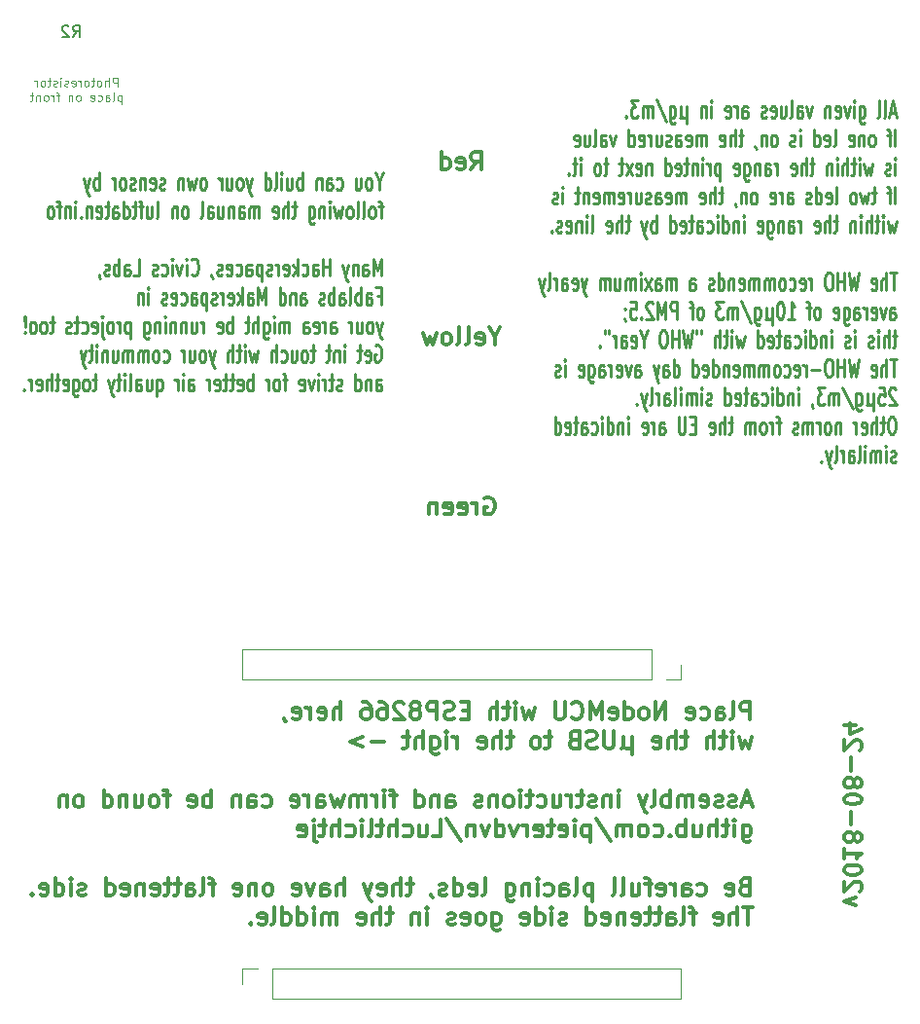
<source format=gbr>
G04 #@! TF.FileFunction,Legend,Bot*
%FSLAX46Y46*%
G04 Gerber Fmt 4.6, Leading zero omitted, Abs format (unit mm)*
G04 Created by KiCad (PCBNEW 4.0.6+dfsg1-1) date Fri Aug 24 17:23:30 2018*
%MOMM*%
%LPD*%
G01*
G04 APERTURE LIST*
%ADD10C,0.100000*%
%ADD11C,0.125000*%
%ADD12C,0.250000*%
%ADD13C,0.300000*%
%ADD14C,0.120000*%
%ADD15C,0.150000*%
G04 APERTURE END LIST*
D10*
D11*
X57553571Y-57214286D02*
X57553571Y-56464286D01*
X57267856Y-56464286D01*
X57196428Y-56500000D01*
X57160713Y-56535714D01*
X57124999Y-56607143D01*
X57124999Y-56714286D01*
X57160713Y-56785714D01*
X57196428Y-56821429D01*
X57267856Y-56857143D01*
X57553571Y-56857143D01*
X56803571Y-57214286D02*
X56803571Y-56464286D01*
X56482142Y-57214286D02*
X56482142Y-56821429D01*
X56517856Y-56750000D01*
X56589285Y-56714286D01*
X56696428Y-56714286D01*
X56767856Y-56750000D01*
X56803571Y-56785714D01*
X56017857Y-57214286D02*
X56089285Y-57178571D01*
X56125000Y-57142857D01*
X56160714Y-57071429D01*
X56160714Y-56857143D01*
X56125000Y-56785714D01*
X56089285Y-56750000D01*
X56017857Y-56714286D01*
X55910714Y-56714286D01*
X55839285Y-56750000D01*
X55803571Y-56785714D01*
X55767857Y-56857143D01*
X55767857Y-57071429D01*
X55803571Y-57142857D01*
X55839285Y-57178571D01*
X55910714Y-57214286D01*
X56017857Y-57214286D01*
X55553571Y-56714286D02*
X55267857Y-56714286D01*
X55446429Y-56464286D02*
X55446429Y-57107143D01*
X55410714Y-57178571D01*
X55339286Y-57214286D01*
X55267857Y-57214286D01*
X54910715Y-57214286D02*
X54982143Y-57178571D01*
X55017858Y-57142857D01*
X55053572Y-57071429D01*
X55053572Y-56857143D01*
X55017858Y-56785714D01*
X54982143Y-56750000D01*
X54910715Y-56714286D01*
X54803572Y-56714286D01*
X54732143Y-56750000D01*
X54696429Y-56785714D01*
X54660715Y-56857143D01*
X54660715Y-57071429D01*
X54696429Y-57142857D01*
X54732143Y-57178571D01*
X54803572Y-57214286D01*
X54910715Y-57214286D01*
X54339287Y-57214286D02*
X54339287Y-56714286D01*
X54339287Y-56857143D02*
X54303572Y-56785714D01*
X54267858Y-56750000D01*
X54196429Y-56714286D01*
X54125001Y-56714286D01*
X53589286Y-57178571D02*
X53660715Y-57214286D01*
X53803572Y-57214286D01*
X53875001Y-57178571D01*
X53910715Y-57107143D01*
X53910715Y-56821429D01*
X53875001Y-56750000D01*
X53803572Y-56714286D01*
X53660715Y-56714286D01*
X53589286Y-56750000D01*
X53553572Y-56821429D01*
X53553572Y-56892857D01*
X53910715Y-56964286D01*
X53267858Y-57178571D02*
X53196429Y-57214286D01*
X53053572Y-57214286D01*
X52982144Y-57178571D01*
X52946429Y-57107143D01*
X52946429Y-57071429D01*
X52982144Y-57000000D01*
X53053572Y-56964286D01*
X53160715Y-56964286D01*
X53232144Y-56928571D01*
X53267858Y-56857143D01*
X53267858Y-56821429D01*
X53232144Y-56750000D01*
X53160715Y-56714286D01*
X53053572Y-56714286D01*
X52982144Y-56750000D01*
X52625001Y-57214286D02*
X52625001Y-56714286D01*
X52625001Y-56464286D02*
X52660715Y-56500000D01*
X52625001Y-56535714D01*
X52589286Y-56500000D01*
X52625001Y-56464286D01*
X52625001Y-56535714D01*
X52303572Y-57178571D02*
X52232143Y-57214286D01*
X52089286Y-57214286D01*
X52017858Y-57178571D01*
X51982143Y-57107143D01*
X51982143Y-57071429D01*
X52017858Y-57000000D01*
X52089286Y-56964286D01*
X52196429Y-56964286D01*
X52267858Y-56928571D01*
X52303572Y-56857143D01*
X52303572Y-56821429D01*
X52267858Y-56750000D01*
X52196429Y-56714286D01*
X52089286Y-56714286D01*
X52017858Y-56750000D01*
X51767857Y-56714286D02*
X51482143Y-56714286D01*
X51660715Y-56464286D02*
X51660715Y-57107143D01*
X51625000Y-57178571D01*
X51553572Y-57214286D01*
X51482143Y-57214286D01*
X51125001Y-57214286D02*
X51196429Y-57178571D01*
X51232144Y-57142857D01*
X51267858Y-57071429D01*
X51267858Y-56857143D01*
X51232144Y-56785714D01*
X51196429Y-56750000D01*
X51125001Y-56714286D01*
X51017858Y-56714286D01*
X50946429Y-56750000D01*
X50910715Y-56785714D01*
X50875001Y-56857143D01*
X50875001Y-57071429D01*
X50910715Y-57142857D01*
X50946429Y-57178571D01*
X51017858Y-57214286D01*
X51125001Y-57214286D01*
X50553573Y-57214286D02*
X50553573Y-56714286D01*
X50553573Y-56857143D02*
X50517858Y-56785714D01*
X50482144Y-56750000D01*
X50410715Y-56714286D01*
X50339287Y-56714286D01*
X57928570Y-57964286D02*
X57928570Y-58714286D01*
X57928570Y-58000000D02*
X57857141Y-57964286D01*
X57714284Y-57964286D01*
X57642855Y-58000000D01*
X57607141Y-58035714D01*
X57571427Y-58107143D01*
X57571427Y-58321429D01*
X57607141Y-58392857D01*
X57642855Y-58428571D01*
X57714284Y-58464286D01*
X57857141Y-58464286D01*
X57928570Y-58428571D01*
X57142856Y-58464286D02*
X57214284Y-58428571D01*
X57249999Y-58357143D01*
X57249999Y-57714286D01*
X56535713Y-58464286D02*
X56535713Y-58071429D01*
X56571427Y-58000000D01*
X56642856Y-57964286D01*
X56785713Y-57964286D01*
X56857142Y-58000000D01*
X56535713Y-58428571D02*
X56607142Y-58464286D01*
X56785713Y-58464286D01*
X56857142Y-58428571D01*
X56892856Y-58357143D01*
X56892856Y-58285714D01*
X56857142Y-58214286D01*
X56785713Y-58178571D01*
X56607142Y-58178571D01*
X56535713Y-58142857D01*
X55857142Y-58428571D02*
X55928571Y-58464286D01*
X56071428Y-58464286D01*
X56142856Y-58428571D01*
X56178571Y-58392857D01*
X56214285Y-58321429D01*
X56214285Y-58107143D01*
X56178571Y-58035714D01*
X56142856Y-58000000D01*
X56071428Y-57964286D01*
X55928571Y-57964286D01*
X55857142Y-58000000D01*
X55249999Y-58428571D02*
X55321428Y-58464286D01*
X55464285Y-58464286D01*
X55535714Y-58428571D01*
X55571428Y-58357143D01*
X55571428Y-58071429D01*
X55535714Y-58000000D01*
X55464285Y-57964286D01*
X55321428Y-57964286D01*
X55249999Y-58000000D01*
X55214285Y-58071429D01*
X55214285Y-58142857D01*
X55571428Y-58214286D01*
X54214285Y-58464286D02*
X54285713Y-58428571D01*
X54321428Y-58392857D01*
X54357142Y-58321429D01*
X54357142Y-58107143D01*
X54321428Y-58035714D01*
X54285713Y-58000000D01*
X54214285Y-57964286D01*
X54107142Y-57964286D01*
X54035713Y-58000000D01*
X53999999Y-58035714D01*
X53964285Y-58107143D01*
X53964285Y-58321429D01*
X53999999Y-58392857D01*
X54035713Y-58428571D01*
X54107142Y-58464286D01*
X54214285Y-58464286D01*
X53642857Y-57964286D02*
X53642857Y-58464286D01*
X53642857Y-58035714D02*
X53607142Y-58000000D01*
X53535714Y-57964286D01*
X53428571Y-57964286D01*
X53357142Y-58000000D01*
X53321428Y-58071429D01*
X53321428Y-58464286D01*
X52499999Y-57964286D02*
X52214285Y-57964286D01*
X52392857Y-58464286D02*
X52392857Y-57821429D01*
X52357142Y-57750000D01*
X52285714Y-57714286D01*
X52214285Y-57714286D01*
X51964286Y-58464286D02*
X51964286Y-57964286D01*
X51964286Y-58107143D02*
X51928571Y-58035714D01*
X51892857Y-58000000D01*
X51821428Y-57964286D01*
X51750000Y-57964286D01*
X51392857Y-58464286D02*
X51464285Y-58428571D01*
X51500000Y-58392857D01*
X51535714Y-58321429D01*
X51535714Y-58107143D01*
X51500000Y-58035714D01*
X51464285Y-58000000D01*
X51392857Y-57964286D01*
X51285714Y-57964286D01*
X51214285Y-58000000D01*
X51178571Y-58035714D01*
X51142857Y-58107143D01*
X51142857Y-58321429D01*
X51178571Y-58392857D01*
X51214285Y-58428571D01*
X51285714Y-58464286D01*
X51392857Y-58464286D01*
X50821429Y-57964286D02*
X50821429Y-58464286D01*
X50821429Y-58035714D02*
X50785714Y-58000000D01*
X50714286Y-57964286D01*
X50607143Y-57964286D01*
X50535714Y-58000000D01*
X50500000Y-58071429D01*
X50500000Y-58464286D01*
X50250000Y-57964286D02*
X49964286Y-57964286D01*
X50142858Y-57714286D02*
X50142858Y-58357143D01*
X50107143Y-58428571D01*
X50035715Y-58464286D01*
X49964286Y-58464286D01*
D12*
X80321429Y-65464286D02*
X80321429Y-66178571D01*
X80654762Y-64678571D02*
X80321429Y-65464286D01*
X79988095Y-64678571D01*
X79511905Y-66178571D02*
X79607143Y-66107143D01*
X79654762Y-66035714D01*
X79702381Y-65892857D01*
X79702381Y-65464286D01*
X79654762Y-65321429D01*
X79607143Y-65250000D01*
X79511905Y-65178571D01*
X79369047Y-65178571D01*
X79273809Y-65250000D01*
X79226190Y-65321429D01*
X79178571Y-65464286D01*
X79178571Y-65892857D01*
X79226190Y-66035714D01*
X79273809Y-66107143D01*
X79369047Y-66178571D01*
X79511905Y-66178571D01*
X78321428Y-65178571D02*
X78321428Y-66178571D01*
X78750000Y-65178571D02*
X78750000Y-65964286D01*
X78702381Y-66107143D01*
X78607143Y-66178571D01*
X78464285Y-66178571D01*
X78369047Y-66107143D01*
X78321428Y-66035714D01*
X76654761Y-66107143D02*
X76749999Y-66178571D01*
X76940476Y-66178571D01*
X77035714Y-66107143D01*
X77083333Y-66035714D01*
X77130952Y-65892857D01*
X77130952Y-65464286D01*
X77083333Y-65321429D01*
X77035714Y-65250000D01*
X76940476Y-65178571D01*
X76749999Y-65178571D01*
X76654761Y-65250000D01*
X75797618Y-66178571D02*
X75797618Y-65392857D01*
X75845237Y-65250000D01*
X75940475Y-65178571D01*
X76130952Y-65178571D01*
X76226190Y-65250000D01*
X75797618Y-66107143D02*
X75892856Y-66178571D01*
X76130952Y-66178571D01*
X76226190Y-66107143D01*
X76273809Y-65964286D01*
X76273809Y-65821429D01*
X76226190Y-65678571D01*
X76130952Y-65607143D01*
X75892856Y-65607143D01*
X75797618Y-65535714D01*
X75321428Y-65178571D02*
X75321428Y-66178571D01*
X75321428Y-65321429D02*
X75273809Y-65250000D01*
X75178571Y-65178571D01*
X75035713Y-65178571D01*
X74940475Y-65250000D01*
X74892856Y-65392857D01*
X74892856Y-66178571D01*
X73654761Y-66178571D02*
X73654761Y-64678571D01*
X73654761Y-65250000D02*
X73559523Y-65178571D01*
X73369046Y-65178571D01*
X73273808Y-65250000D01*
X73226189Y-65321429D01*
X73178570Y-65464286D01*
X73178570Y-65892857D01*
X73226189Y-66035714D01*
X73273808Y-66107143D01*
X73369046Y-66178571D01*
X73559523Y-66178571D01*
X73654761Y-66107143D01*
X72321427Y-65178571D02*
X72321427Y-66178571D01*
X72749999Y-65178571D02*
X72749999Y-65964286D01*
X72702380Y-66107143D01*
X72607142Y-66178571D01*
X72464284Y-66178571D01*
X72369046Y-66107143D01*
X72321427Y-66035714D01*
X71845237Y-66178571D02*
X71845237Y-65178571D01*
X71845237Y-64678571D02*
X71892856Y-64750000D01*
X71845237Y-64821429D01*
X71797618Y-64750000D01*
X71845237Y-64678571D01*
X71845237Y-64821429D01*
X71226190Y-66178571D02*
X71321428Y-66107143D01*
X71369047Y-65964286D01*
X71369047Y-64678571D01*
X70416665Y-66178571D02*
X70416665Y-64678571D01*
X70416665Y-66107143D02*
X70511903Y-66178571D01*
X70702380Y-66178571D01*
X70797618Y-66107143D01*
X70845237Y-66035714D01*
X70892856Y-65892857D01*
X70892856Y-65464286D01*
X70845237Y-65321429D01*
X70797618Y-65250000D01*
X70702380Y-65178571D01*
X70511903Y-65178571D01*
X70416665Y-65250000D01*
X69273808Y-65178571D02*
X69035713Y-66178571D01*
X68797617Y-65178571D02*
X69035713Y-66178571D01*
X69130951Y-66535714D01*
X69178570Y-66607143D01*
X69273808Y-66678571D01*
X68273808Y-66178571D02*
X68369046Y-66107143D01*
X68416665Y-66035714D01*
X68464284Y-65892857D01*
X68464284Y-65464286D01*
X68416665Y-65321429D01*
X68369046Y-65250000D01*
X68273808Y-65178571D01*
X68130950Y-65178571D01*
X68035712Y-65250000D01*
X67988093Y-65321429D01*
X67940474Y-65464286D01*
X67940474Y-65892857D01*
X67988093Y-66035714D01*
X68035712Y-66107143D01*
X68130950Y-66178571D01*
X68273808Y-66178571D01*
X67083331Y-65178571D02*
X67083331Y-66178571D01*
X67511903Y-65178571D02*
X67511903Y-65964286D01*
X67464284Y-66107143D01*
X67369046Y-66178571D01*
X67226188Y-66178571D01*
X67130950Y-66107143D01*
X67083331Y-66035714D01*
X66607141Y-66178571D02*
X66607141Y-65178571D01*
X66607141Y-65464286D02*
X66559522Y-65321429D01*
X66511903Y-65250000D01*
X66416665Y-65178571D01*
X66321426Y-65178571D01*
X65083331Y-66178571D02*
X65178569Y-66107143D01*
X65226188Y-66035714D01*
X65273807Y-65892857D01*
X65273807Y-65464286D01*
X65226188Y-65321429D01*
X65178569Y-65250000D01*
X65083331Y-65178571D01*
X64940473Y-65178571D01*
X64845235Y-65250000D01*
X64797616Y-65321429D01*
X64749997Y-65464286D01*
X64749997Y-65892857D01*
X64797616Y-66035714D01*
X64845235Y-66107143D01*
X64940473Y-66178571D01*
X65083331Y-66178571D01*
X64416664Y-65178571D02*
X64226188Y-66178571D01*
X64035711Y-65464286D01*
X63845235Y-66178571D01*
X63654759Y-65178571D01*
X63273807Y-65178571D02*
X63273807Y-66178571D01*
X63273807Y-65321429D02*
X63226188Y-65250000D01*
X63130950Y-65178571D01*
X62988092Y-65178571D01*
X62892854Y-65250000D01*
X62845235Y-65392857D01*
X62845235Y-66178571D01*
X61654759Y-66107143D02*
X61559521Y-66178571D01*
X61369045Y-66178571D01*
X61273806Y-66107143D01*
X61226187Y-65964286D01*
X61226187Y-65892857D01*
X61273806Y-65750000D01*
X61369045Y-65678571D01*
X61511902Y-65678571D01*
X61607140Y-65607143D01*
X61654759Y-65464286D01*
X61654759Y-65392857D01*
X61607140Y-65250000D01*
X61511902Y-65178571D01*
X61369045Y-65178571D01*
X61273806Y-65250000D01*
X60416663Y-66107143D02*
X60511901Y-66178571D01*
X60702378Y-66178571D01*
X60797616Y-66107143D01*
X60845235Y-65964286D01*
X60845235Y-65392857D01*
X60797616Y-65250000D01*
X60702378Y-65178571D01*
X60511901Y-65178571D01*
X60416663Y-65250000D01*
X60369044Y-65392857D01*
X60369044Y-65535714D01*
X60845235Y-65678571D01*
X59940473Y-65178571D02*
X59940473Y-66178571D01*
X59940473Y-65321429D02*
X59892854Y-65250000D01*
X59797616Y-65178571D01*
X59654758Y-65178571D01*
X59559520Y-65250000D01*
X59511901Y-65392857D01*
X59511901Y-66178571D01*
X59083330Y-66107143D02*
X58988092Y-66178571D01*
X58797616Y-66178571D01*
X58702377Y-66107143D01*
X58654758Y-65964286D01*
X58654758Y-65892857D01*
X58702377Y-65750000D01*
X58797616Y-65678571D01*
X58940473Y-65678571D01*
X59035711Y-65607143D01*
X59083330Y-65464286D01*
X59083330Y-65392857D01*
X59035711Y-65250000D01*
X58940473Y-65178571D01*
X58797616Y-65178571D01*
X58702377Y-65250000D01*
X58083330Y-66178571D02*
X58178568Y-66107143D01*
X58226187Y-66035714D01*
X58273806Y-65892857D01*
X58273806Y-65464286D01*
X58226187Y-65321429D01*
X58178568Y-65250000D01*
X58083330Y-65178571D01*
X57940472Y-65178571D01*
X57845234Y-65250000D01*
X57797615Y-65321429D01*
X57749996Y-65464286D01*
X57749996Y-65892857D01*
X57797615Y-66035714D01*
X57845234Y-66107143D01*
X57940472Y-66178571D01*
X58083330Y-66178571D01*
X57321425Y-66178571D02*
X57321425Y-65178571D01*
X57321425Y-65464286D02*
X57273806Y-65321429D01*
X57226187Y-65250000D01*
X57130949Y-65178571D01*
X57035710Y-65178571D01*
X55940472Y-66178571D02*
X55940472Y-64678571D01*
X55940472Y-65250000D02*
X55845234Y-65178571D01*
X55654757Y-65178571D01*
X55559519Y-65250000D01*
X55511900Y-65321429D01*
X55464281Y-65464286D01*
X55464281Y-65892857D01*
X55511900Y-66035714D01*
X55559519Y-66107143D01*
X55654757Y-66178571D01*
X55845234Y-66178571D01*
X55940472Y-66107143D01*
X55130948Y-65178571D02*
X54892853Y-66178571D01*
X54654757Y-65178571D02*
X54892853Y-66178571D01*
X54988091Y-66535714D01*
X55035710Y-66607143D01*
X55130948Y-66678571D01*
X80654762Y-67678571D02*
X80273810Y-67678571D01*
X80511905Y-68678571D02*
X80511905Y-67392857D01*
X80464286Y-67250000D01*
X80369048Y-67178571D01*
X80273810Y-67178571D01*
X79797619Y-68678571D02*
X79892857Y-68607143D01*
X79940476Y-68535714D01*
X79988095Y-68392857D01*
X79988095Y-67964286D01*
X79940476Y-67821429D01*
X79892857Y-67750000D01*
X79797619Y-67678571D01*
X79654761Y-67678571D01*
X79559523Y-67750000D01*
X79511904Y-67821429D01*
X79464285Y-67964286D01*
X79464285Y-68392857D01*
X79511904Y-68535714D01*
X79559523Y-68607143D01*
X79654761Y-68678571D01*
X79797619Y-68678571D01*
X78892857Y-68678571D02*
X78988095Y-68607143D01*
X79035714Y-68464286D01*
X79035714Y-67178571D01*
X78369047Y-68678571D02*
X78464285Y-68607143D01*
X78511904Y-68464286D01*
X78511904Y-67178571D01*
X77845237Y-68678571D02*
X77940475Y-68607143D01*
X77988094Y-68535714D01*
X78035713Y-68392857D01*
X78035713Y-67964286D01*
X77988094Y-67821429D01*
X77940475Y-67750000D01*
X77845237Y-67678571D01*
X77702379Y-67678571D01*
X77607141Y-67750000D01*
X77559522Y-67821429D01*
X77511903Y-67964286D01*
X77511903Y-68392857D01*
X77559522Y-68535714D01*
X77607141Y-68607143D01*
X77702379Y-68678571D01*
X77845237Y-68678571D01*
X77178570Y-67678571D02*
X76988094Y-68678571D01*
X76797617Y-67964286D01*
X76607141Y-68678571D01*
X76416665Y-67678571D01*
X76035713Y-68678571D02*
X76035713Y-67678571D01*
X76035713Y-67178571D02*
X76083332Y-67250000D01*
X76035713Y-67321429D01*
X75988094Y-67250000D01*
X76035713Y-67178571D01*
X76035713Y-67321429D01*
X75559523Y-67678571D02*
X75559523Y-68678571D01*
X75559523Y-67821429D02*
X75511904Y-67750000D01*
X75416666Y-67678571D01*
X75273808Y-67678571D01*
X75178570Y-67750000D01*
X75130951Y-67892857D01*
X75130951Y-68678571D01*
X74226189Y-67678571D02*
X74226189Y-68892857D01*
X74273808Y-69035714D01*
X74321427Y-69107143D01*
X74416666Y-69178571D01*
X74559523Y-69178571D01*
X74654761Y-69107143D01*
X74226189Y-68607143D02*
X74321427Y-68678571D01*
X74511904Y-68678571D01*
X74607142Y-68607143D01*
X74654761Y-68535714D01*
X74702380Y-68392857D01*
X74702380Y-67964286D01*
X74654761Y-67821429D01*
X74607142Y-67750000D01*
X74511904Y-67678571D01*
X74321427Y-67678571D01*
X74226189Y-67750000D01*
X73130951Y-67678571D02*
X72749999Y-67678571D01*
X72988094Y-67178571D02*
X72988094Y-68464286D01*
X72940475Y-68607143D01*
X72845237Y-68678571D01*
X72749999Y-68678571D01*
X72416665Y-68678571D02*
X72416665Y-67178571D01*
X71988093Y-68678571D02*
X71988093Y-67892857D01*
X72035712Y-67750000D01*
X72130950Y-67678571D01*
X72273808Y-67678571D01*
X72369046Y-67750000D01*
X72416665Y-67821429D01*
X71130950Y-68607143D02*
X71226188Y-68678571D01*
X71416665Y-68678571D01*
X71511903Y-68607143D01*
X71559522Y-68464286D01*
X71559522Y-67892857D01*
X71511903Y-67750000D01*
X71416665Y-67678571D01*
X71226188Y-67678571D01*
X71130950Y-67750000D01*
X71083331Y-67892857D01*
X71083331Y-68035714D01*
X71559522Y-68178571D01*
X69892855Y-68678571D02*
X69892855Y-67678571D01*
X69892855Y-67821429D02*
X69845236Y-67750000D01*
X69749998Y-67678571D01*
X69607140Y-67678571D01*
X69511902Y-67750000D01*
X69464283Y-67892857D01*
X69464283Y-68678571D01*
X69464283Y-67892857D02*
X69416664Y-67750000D01*
X69321426Y-67678571D01*
X69178569Y-67678571D01*
X69083331Y-67750000D01*
X69035712Y-67892857D01*
X69035712Y-68678571D01*
X68130950Y-68678571D02*
X68130950Y-67892857D01*
X68178569Y-67750000D01*
X68273807Y-67678571D01*
X68464284Y-67678571D01*
X68559522Y-67750000D01*
X68130950Y-68607143D02*
X68226188Y-68678571D01*
X68464284Y-68678571D01*
X68559522Y-68607143D01*
X68607141Y-68464286D01*
X68607141Y-68321429D01*
X68559522Y-68178571D01*
X68464284Y-68107143D01*
X68226188Y-68107143D01*
X68130950Y-68035714D01*
X67654760Y-67678571D02*
X67654760Y-68678571D01*
X67654760Y-67821429D02*
X67607141Y-67750000D01*
X67511903Y-67678571D01*
X67369045Y-67678571D01*
X67273807Y-67750000D01*
X67226188Y-67892857D01*
X67226188Y-68678571D01*
X66321426Y-67678571D02*
X66321426Y-68678571D01*
X66749998Y-67678571D02*
X66749998Y-68464286D01*
X66702379Y-68607143D01*
X66607141Y-68678571D01*
X66464283Y-68678571D01*
X66369045Y-68607143D01*
X66321426Y-68535714D01*
X65416664Y-68678571D02*
X65416664Y-67892857D01*
X65464283Y-67750000D01*
X65559521Y-67678571D01*
X65749998Y-67678571D01*
X65845236Y-67750000D01*
X65416664Y-68607143D02*
X65511902Y-68678571D01*
X65749998Y-68678571D01*
X65845236Y-68607143D01*
X65892855Y-68464286D01*
X65892855Y-68321429D01*
X65845236Y-68178571D01*
X65749998Y-68107143D01*
X65511902Y-68107143D01*
X65416664Y-68035714D01*
X64797617Y-68678571D02*
X64892855Y-68607143D01*
X64940474Y-68464286D01*
X64940474Y-67178571D01*
X63511902Y-68678571D02*
X63607140Y-68607143D01*
X63654759Y-68535714D01*
X63702378Y-68392857D01*
X63702378Y-67964286D01*
X63654759Y-67821429D01*
X63607140Y-67750000D01*
X63511902Y-67678571D01*
X63369044Y-67678571D01*
X63273806Y-67750000D01*
X63226187Y-67821429D01*
X63178568Y-67964286D01*
X63178568Y-68392857D01*
X63226187Y-68535714D01*
X63273806Y-68607143D01*
X63369044Y-68678571D01*
X63511902Y-68678571D01*
X62749997Y-67678571D02*
X62749997Y-68678571D01*
X62749997Y-67821429D02*
X62702378Y-67750000D01*
X62607140Y-67678571D01*
X62464282Y-67678571D01*
X62369044Y-67750000D01*
X62321425Y-67892857D01*
X62321425Y-68678571D01*
X60940473Y-68678571D02*
X61035711Y-68607143D01*
X61083330Y-68464286D01*
X61083330Y-67178571D01*
X60130948Y-67678571D02*
X60130948Y-68678571D01*
X60559520Y-67678571D02*
X60559520Y-68464286D01*
X60511901Y-68607143D01*
X60416663Y-68678571D01*
X60273805Y-68678571D01*
X60178567Y-68607143D01*
X60130948Y-68535714D01*
X59797615Y-67678571D02*
X59416663Y-67678571D01*
X59654758Y-68678571D02*
X59654758Y-67392857D01*
X59607139Y-67250000D01*
X59511901Y-67178571D01*
X59416663Y-67178571D01*
X59226186Y-67678571D02*
X58845234Y-67678571D01*
X59083329Y-67178571D02*
X59083329Y-68464286D01*
X59035710Y-68607143D01*
X58940472Y-68678571D01*
X58845234Y-68678571D01*
X58083328Y-68678571D02*
X58083328Y-67178571D01*
X58083328Y-68607143D02*
X58178566Y-68678571D01*
X58369043Y-68678571D01*
X58464281Y-68607143D01*
X58511900Y-68535714D01*
X58559519Y-68392857D01*
X58559519Y-67964286D01*
X58511900Y-67821429D01*
X58464281Y-67750000D01*
X58369043Y-67678571D01*
X58178566Y-67678571D01*
X58083328Y-67750000D01*
X57178566Y-68678571D02*
X57178566Y-67892857D01*
X57226185Y-67750000D01*
X57321423Y-67678571D01*
X57511900Y-67678571D01*
X57607138Y-67750000D01*
X57178566Y-68607143D02*
X57273804Y-68678571D01*
X57511900Y-68678571D01*
X57607138Y-68607143D01*
X57654757Y-68464286D01*
X57654757Y-68321429D01*
X57607138Y-68178571D01*
X57511900Y-68107143D01*
X57273804Y-68107143D01*
X57178566Y-68035714D01*
X56845233Y-67678571D02*
X56464281Y-67678571D01*
X56702376Y-67178571D02*
X56702376Y-68464286D01*
X56654757Y-68607143D01*
X56559519Y-68678571D01*
X56464281Y-68678571D01*
X55749994Y-68607143D02*
X55845232Y-68678571D01*
X56035709Y-68678571D01*
X56130947Y-68607143D01*
X56178566Y-68464286D01*
X56178566Y-67892857D01*
X56130947Y-67750000D01*
X56035709Y-67678571D01*
X55845232Y-67678571D01*
X55749994Y-67750000D01*
X55702375Y-67892857D01*
X55702375Y-68035714D01*
X56178566Y-68178571D01*
X55273804Y-67678571D02*
X55273804Y-68678571D01*
X55273804Y-67821429D02*
X55226185Y-67750000D01*
X55130947Y-67678571D01*
X54988089Y-67678571D01*
X54892851Y-67750000D01*
X54845232Y-67892857D01*
X54845232Y-68678571D01*
X54369042Y-68535714D02*
X54321423Y-68607143D01*
X54369042Y-68678571D01*
X54416661Y-68607143D01*
X54369042Y-68535714D01*
X54369042Y-68678571D01*
X53892852Y-68678571D02*
X53892852Y-67678571D01*
X53892852Y-67178571D02*
X53940471Y-67250000D01*
X53892852Y-67321429D01*
X53845233Y-67250000D01*
X53892852Y-67178571D01*
X53892852Y-67321429D01*
X53416662Y-67678571D02*
X53416662Y-68678571D01*
X53416662Y-67821429D02*
X53369043Y-67750000D01*
X53273805Y-67678571D01*
X53130947Y-67678571D01*
X53035709Y-67750000D01*
X52988090Y-67892857D01*
X52988090Y-68678571D01*
X52654757Y-67678571D02*
X52273805Y-67678571D01*
X52511900Y-68678571D02*
X52511900Y-67392857D01*
X52464281Y-67250000D01*
X52369043Y-67178571D01*
X52273805Y-67178571D01*
X51797614Y-68678571D02*
X51892852Y-68607143D01*
X51940471Y-68535714D01*
X51988090Y-68392857D01*
X51988090Y-67964286D01*
X51940471Y-67821429D01*
X51892852Y-67750000D01*
X51797614Y-67678571D01*
X51654756Y-67678571D01*
X51559518Y-67750000D01*
X51511899Y-67821429D01*
X51464280Y-67964286D01*
X51464280Y-68392857D01*
X51511899Y-68535714D01*
X51559518Y-68607143D01*
X51654756Y-68678571D01*
X51797614Y-68678571D01*
X80511905Y-73678571D02*
X80511905Y-72178571D01*
X80178571Y-73250000D01*
X79845238Y-72178571D01*
X79845238Y-73678571D01*
X78940476Y-73678571D02*
X78940476Y-72892857D01*
X78988095Y-72750000D01*
X79083333Y-72678571D01*
X79273810Y-72678571D01*
X79369048Y-72750000D01*
X78940476Y-73607143D02*
X79035714Y-73678571D01*
X79273810Y-73678571D01*
X79369048Y-73607143D01*
X79416667Y-73464286D01*
X79416667Y-73321429D01*
X79369048Y-73178571D01*
X79273810Y-73107143D01*
X79035714Y-73107143D01*
X78940476Y-73035714D01*
X78464286Y-72678571D02*
X78464286Y-73678571D01*
X78464286Y-72821429D02*
X78416667Y-72750000D01*
X78321429Y-72678571D01*
X78178571Y-72678571D01*
X78083333Y-72750000D01*
X78035714Y-72892857D01*
X78035714Y-73678571D01*
X77654762Y-72678571D02*
X77416667Y-73678571D01*
X77178571Y-72678571D02*
X77416667Y-73678571D01*
X77511905Y-74035714D01*
X77559524Y-74107143D01*
X77654762Y-74178571D01*
X76035714Y-73678571D02*
X76035714Y-72178571D01*
X76035714Y-72892857D02*
X75464285Y-72892857D01*
X75464285Y-73678571D02*
X75464285Y-72178571D01*
X74559523Y-73678571D02*
X74559523Y-72892857D01*
X74607142Y-72750000D01*
X74702380Y-72678571D01*
X74892857Y-72678571D01*
X74988095Y-72750000D01*
X74559523Y-73607143D02*
X74654761Y-73678571D01*
X74892857Y-73678571D01*
X74988095Y-73607143D01*
X75035714Y-73464286D01*
X75035714Y-73321429D01*
X74988095Y-73178571D01*
X74892857Y-73107143D01*
X74654761Y-73107143D01*
X74559523Y-73035714D01*
X73654761Y-73607143D02*
X73749999Y-73678571D01*
X73940476Y-73678571D01*
X74035714Y-73607143D01*
X74083333Y-73535714D01*
X74130952Y-73392857D01*
X74130952Y-72964286D01*
X74083333Y-72821429D01*
X74035714Y-72750000D01*
X73940476Y-72678571D01*
X73749999Y-72678571D01*
X73654761Y-72750000D01*
X73226190Y-73678571D02*
X73226190Y-72178571D01*
X73130952Y-73107143D02*
X72845237Y-73678571D01*
X72845237Y-72678571D02*
X73226190Y-73250000D01*
X72035713Y-73607143D02*
X72130951Y-73678571D01*
X72321428Y-73678571D01*
X72416666Y-73607143D01*
X72464285Y-73464286D01*
X72464285Y-72892857D01*
X72416666Y-72750000D01*
X72321428Y-72678571D01*
X72130951Y-72678571D01*
X72035713Y-72750000D01*
X71988094Y-72892857D01*
X71988094Y-73035714D01*
X72464285Y-73178571D01*
X71559523Y-73678571D02*
X71559523Y-72678571D01*
X71559523Y-72964286D02*
X71511904Y-72821429D01*
X71464285Y-72750000D01*
X71369047Y-72678571D01*
X71273808Y-72678571D01*
X70988094Y-73607143D02*
X70892856Y-73678571D01*
X70702380Y-73678571D01*
X70607141Y-73607143D01*
X70559522Y-73464286D01*
X70559522Y-73392857D01*
X70607141Y-73250000D01*
X70702380Y-73178571D01*
X70845237Y-73178571D01*
X70940475Y-73107143D01*
X70988094Y-72964286D01*
X70988094Y-72892857D01*
X70940475Y-72750000D01*
X70845237Y-72678571D01*
X70702380Y-72678571D01*
X70607141Y-72750000D01*
X70130951Y-72678571D02*
X70130951Y-74178571D01*
X70130951Y-72750000D02*
X70035713Y-72678571D01*
X69845236Y-72678571D01*
X69749998Y-72750000D01*
X69702379Y-72821429D01*
X69654760Y-72964286D01*
X69654760Y-73392857D01*
X69702379Y-73535714D01*
X69749998Y-73607143D01*
X69845236Y-73678571D01*
X70035713Y-73678571D01*
X70130951Y-73607143D01*
X68797617Y-73678571D02*
X68797617Y-72892857D01*
X68845236Y-72750000D01*
X68940474Y-72678571D01*
X69130951Y-72678571D01*
X69226189Y-72750000D01*
X68797617Y-73607143D02*
X68892855Y-73678571D01*
X69130951Y-73678571D01*
X69226189Y-73607143D01*
X69273808Y-73464286D01*
X69273808Y-73321429D01*
X69226189Y-73178571D01*
X69130951Y-73107143D01*
X68892855Y-73107143D01*
X68797617Y-73035714D01*
X67892855Y-73607143D02*
X67988093Y-73678571D01*
X68178570Y-73678571D01*
X68273808Y-73607143D01*
X68321427Y-73535714D01*
X68369046Y-73392857D01*
X68369046Y-72964286D01*
X68321427Y-72821429D01*
X68273808Y-72750000D01*
X68178570Y-72678571D01*
X67988093Y-72678571D01*
X67892855Y-72750000D01*
X67083331Y-73607143D02*
X67178569Y-73678571D01*
X67369046Y-73678571D01*
X67464284Y-73607143D01*
X67511903Y-73464286D01*
X67511903Y-72892857D01*
X67464284Y-72750000D01*
X67369046Y-72678571D01*
X67178569Y-72678571D01*
X67083331Y-72750000D01*
X67035712Y-72892857D01*
X67035712Y-73035714D01*
X67511903Y-73178571D01*
X66654760Y-73607143D02*
X66559522Y-73678571D01*
X66369046Y-73678571D01*
X66273807Y-73607143D01*
X66226188Y-73464286D01*
X66226188Y-73392857D01*
X66273807Y-73250000D01*
X66369046Y-73178571D01*
X66511903Y-73178571D01*
X66607141Y-73107143D01*
X66654760Y-72964286D01*
X66654760Y-72892857D01*
X66607141Y-72750000D01*
X66511903Y-72678571D01*
X66369046Y-72678571D01*
X66273807Y-72750000D01*
X65749998Y-73607143D02*
X65749998Y-73678571D01*
X65797617Y-73821429D01*
X65845236Y-73892857D01*
X63988093Y-73535714D02*
X64035712Y-73607143D01*
X64178569Y-73678571D01*
X64273807Y-73678571D01*
X64416665Y-73607143D01*
X64511903Y-73464286D01*
X64559522Y-73321429D01*
X64607141Y-73035714D01*
X64607141Y-72821429D01*
X64559522Y-72535714D01*
X64511903Y-72392857D01*
X64416665Y-72250000D01*
X64273807Y-72178571D01*
X64178569Y-72178571D01*
X64035712Y-72250000D01*
X63988093Y-72321429D01*
X63559522Y-73678571D02*
X63559522Y-72678571D01*
X63559522Y-72178571D02*
X63607141Y-72250000D01*
X63559522Y-72321429D01*
X63511903Y-72250000D01*
X63559522Y-72178571D01*
X63559522Y-72321429D01*
X63178570Y-72678571D02*
X62940475Y-73678571D01*
X62702379Y-72678571D01*
X62321427Y-73678571D02*
X62321427Y-72678571D01*
X62321427Y-72178571D02*
X62369046Y-72250000D01*
X62321427Y-72321429D01*
X62273808Y-72250000D01*
X62321427Y-72178571D01*
X62321427Y-72321429D01*
X61416665Y-73607143D02*
X61511903Y-73678571D01*
X61702380Y-73678571D01*
X61797618Y-73607143D01*
X61845237Y-73535714D01*
X61892856Y-73392857D01*
X61892856Y-72964286D01*
X61845237Y-72821429D01*
X61797618Y-72750000D01*
X61702380Y-72678571D01*
X61511903Y-72678571D01*
X61416665Y-72750000D01*
X61035713Y-73607143D02*
X60940475Y-73678571D01*
X60749999Y-73678571D01*
X60654760Y-73607143D01*
X60607141Y-73464286D01*
X60607141Y-73392857D01*
X60654760Y-73250000D01*
X60749999Y-73178571D01*
X60892856Y-73178571D01*
X60988094Y-73107143D01*
X61035713Y-72964286D01*
X61035713Y-72892857D01*
X60988094Y-72750000D01*
X60892856Y-72678571D01*
X60749999Y-72678571D01*
X60654760Y-72750000D01*
X58940474Y-73678571D02*
X59416665Y-73678571D01*
X59416665Y-72178571D01*
X58178569Y-73678571D02*
X58178569Y-72892857D01*
X58226188Y-72750000D01*
X58321426Y-72678571D01*
X58511903Y-72678571D01*
X58607141Y-72750000D01*
X58178569Y-73607143D02*
X58273807Y-73678571D01*
X58511903Y-73678571D01*
X58607141Y-73607143D01*
X58654760Y-73464286D01*
X58654760Y-73321429D01*
X58607141Y-73178571D01*
X58511903Y-73107143D01*
X58273807Y-73107143D01*
X58178569Y-73035714D01*
X57702379Y-73678571D02*
X57702379Y-72178571D01*
X57702379Y-72750000D02*
X57607141Y-72678571D01*
X57416664Y-72678571D01*
X57321426Y-72750000D01*
X57273807Y-72821429D01*
X57226188Y-72964286D01*
X57226188Y-73392857D01*
X57273807Y-73535714D01*
X57321426Y-73607143D01*
X57416664Y-73678571D01*
X57607141Y-73678571D01*
X57702379Y-73607143D01*
X56845236Y-73607143D02*
X56749998Y-73678571D01*
X56559522Y-73678571D01*
X56464283Y-73607143D01*
X56416664Y-73464286D01*
X56416664Y-73392857D01*
X56464283Y-73250000D01*
X56559522Y-73178571D01*
X56702379Y-73178571D01*
X56797617Y-73107143D01*
X56845236Y-72964286D01*
X56845236Y-72892857D01*
X56797617Y-72750000D01*
X56702379Y-72678571D01*
X56559522Y-72678571D01*
X56464283Y-72750000D01*
X55940474Y-73607143D02*
X55940474Y-73678571D01*
X55988093Y-73821429D01*
X56035712Y-73892857D01*
X80178571Y-75392857D02*
X80511905Y-75392857D01*
X80511905Y-76178571D02*
X80511905Y-74678571D01*
X80035714Y-74678571D01*
X79226190Y-76178571D02*
X79226190Y-75392857D01*
X79273809Y-75250000D01*
X79369047Y-75178571D01*
X79559524Y-75178571D01*
X79654762Y-75250000D01*
X79226190Y-76107143D02*
X79321428Y-76178571D01*
X79559524Y-76178571D01*
X79654762Y-76107143D01*
X79702381Y-75964286D01*
X79702381Y-75821429D01*
X79654762Y-75678571D01*
X79559524Y-75607143D01*
X79321428Y-75607143D01*
X79226190Y-75535714D01*
X78750000Y-76178571D02*
X78750000Y-74678571D01*
X78750000Y-75250000D02*
X78654762Y-75178571D01*
X78464285Y-75178571D01*
X78369047Y-75250000D01*
X78321428Y-75321429D01*
X78273809Y-75464286D01*
X78273809Y-75892857D01*
X78321428Y-76035714D01*
X78369047Y-76107143D01*
X78464285Y-76178571D01*
X78654762Y-76178571D01*
X78750000Y-76107143D01*
X77702381Y-76178571D02*
X77797619Y-76107143D01*
X77845238Y-75964286D01*
X77845238Y-74678571D01*
X76892856Y-76178571D02*
X76892856Y-75392857D01*
X76940475Y-75250000D01*
X77035713Y-75178571D01*
X77226190Y-75178571D01*
X77321428Y-75250000D01*
X76892856Y-76107143D02*
X76988094Y-76178571D01*
X77226190Y-76178571D01*
X77321428Y-76107143D01*
X77369047Y-75964286D01*
X77369047Y-75821429D01*
X77321428Y-75678571D01*
X77226190Y-75607143D01*
X76988094Y-75607143D01*
X76892856Y-75535714D01*
X76416666Y-76178571D02*
X76416666Y-74678571D01*
X76416666Y-75250000D02*
X76321428Y-75178571D01*
X76130951Y-75178571D01*
X76035713Y-75250000D01*
X75988094Y-75321429D01*
X75940475Y-75464286D01*
X75940475Y-75892857D01*
X75988094Y-76035714D01*
X76035713Y-76107143D01*
X76130951Y-76178571D01*
X76321428Y-76178571D01*
X76416666Y-76107143D01*
X75559523Y-76107143D02*
X75464285Y-76178571D01*
X75273809Y-76178571D01*
X75178570Y-76107143D01*
X75130951Y-75964286D01*
X75130951Y-75892857D01*
X75178570Y-75750000D01*
X75273809Y-75678571D01*
X75416666Y-75678571D01*
X75511904Y-75607143D01*
X75559523Y-75464286D01*
X75559523Y-75392857D01*
X75511904Y-75250000D01*
X75416666Y-75178571D01*
X75273809Y-75178571D01*
X75178570Y-75250000D01*
X73511903Y-76178571D02*
X73511903Y-75392857D01*
X73559522Y-75250000D01*
X73654760Y-75178571D01*
X73845237Y-75178571D01*
X73940475Y-75250000D01*
X73511903Y-76107143D02*
X73607141Y-76178571D01*
X73845237Y-76178571D01*
X73940475Y-76107143D01*
X73988094Y-75964286D01*
X73988094Y-75821429D01*
X73940475Y-75678571D01*
X73845237Y-75607143D01*
X73607141Y-75607143D01*
X73511903Y-75535714D01*
X73035713Y-75178571D02*
X73035713Y-76178571D01*
X73035713Y-75321429D02*
X72988094Y-75250000D01*
X72892856Y-75178571D01*
X72749998Y-75178571D01*
X72654760Y-75250000D01*
X72607141Y-75392857D01*
X72607141Y-76178571D01*
X71702379Y-76178571D02*
X71702379Y-74678571D01*
X71702379Y-76107143D02*
X71797617Y-76178571D01*
X71988094Y-76178571D01*
X72083332Y-76107143D01*
X72130951Y-76035714D01*
X72178570Y-75892857D01*
X72178570Y-75464286D01*
X72130951Y-75321429D01*
X72083332Y-75250000D01*
X71988094Y-75178571D01*
X71797617Y-75178571D01*
X71702379Y-75250000D01*
X70464284Y-76178571D02*
X70464284Y-74678571D01*
X70130950Y-75750000D01*
X69797617Y-74678571D01*
X69797617Y-76178571D01*
X68892855Y-76178571D02*
X68892855Y-75392857D01*
X68940474Y-75250000D01*
X69035712Y-75178571D01*
X69226189Y-75178571D01*
X69321427Y-75250000D01*
X68892855Y-76107143D02*
X68988093Y-76178571D01*
X69226189Y-76178571D01*
X69321427Y-76107143D01*
X69369046Y-75964286D01*
X69369046Y-75821429D01*
X69321427Y-75678571D01*
X69226189Y-75607143D01*
X68988093Y-75607143D01*
X68892855Y-75535714D01*
X68416665Y-76178571D02*
X68416665Y-74678571D01*
X68321427Y-75607143D02*
X68035712Y-76178571D01*
X68035712Y-75178571D02*
X68416665Y-75750000D01*
X67226188Y-76107143D02*
X67321426Y-76178571D01*
X67511903Y-76178571D01*
X67607141Y-76107143D01*
X67654760Y-75964286D01*
X67654760Y-75392857D01*
X67607141Y-75250000D01*
X67511903Y-75178571D01*
X67321426Y-75178571D01*
X67226188Y-75250000D01*
X67178569Y-75392857D01*
X67178569Y-75535714D01*
X67654760Y-75678571D01*
X66749998Y-76178571D02*
X66749998Y-75178571D01*
X66749998Y-75464286D02*
X66702379Y-75321429D01*
X66654760Y-75250000D01*
X66559522Y-75178571D01*
X66464283Y-75178571D01*
X66178569Y-76107143D02*
X66083331Y-76178571D01*
X65892855Y-76178571D01*
X65797616Y-76107143D01*
X65749997Y-75964286D01*
X65749997Y-75892857D01*
X65797616Y-75750000D01*
X65892855Y-75678571D01*
X66035712Y-75678571D01*
X66130950Y-75607143D01*
X66178569Y-75464286D01*
X66178569Y-75392857D01*
X66130950Y-75250000D01*
X66035712Y-75178571D01*
X65892855Y-75178571D01*
X65797616Y-75250000D01*
X65321426Y-75178571D02*
X65321426Y-76678571D01*
X65321426Y-75250000D02*
X65226188Y-75178571D01*
X65035711Y-75178571D01*
X64940473Y-75250000D01*
X64892854Y-75321429D01*
X64845235Y-75464286D01*
X64845235Y-75892857D01*
X64892854Y-76035714D01*
X64940473Y-76107143D01*
X65035711Y-76178571D01*
X65226188Y-76178571D01*
X65321426Y-76107143D01*
X63988092Y-76178571D02*
X63988092Y-75392857D01*
X64035711Y-75250000D01*
X64130949Y-75178571D01*
X64321426Y-75178571D01*
X64416664Y-75250000D01*
X63988092Y-76107143D02*
X64083330Y-76178571D01*
X64321426Y-76178571D01*
X64416664Y-76107143D01*
X64464283Y-75964286D01*
X64464283Y-75821429D01*
X64416664Y-75678571D01*
X64321426Y-75607143D01*
X64083330Y-75607143D01*
X63988092Y-75535714D01*
X63083330Y-76107143D02*
X63178568Y-76178571D01*
X63369045Y-76178571D01*
X63464283Y-76107143D01*
X63511902Y-76035714D01*
X63559521Y-75892857D01*
X63559521Y-75464286D01*
X63511902Y-75321429D01*
X63464283Y-75250000D01*
X63369045Y-75178571D01*
X63178568Y-75178571D01*
X63083330Y-75250000D01*
X62273806Y-76107143D02*
X62369044Y-76178571D01*
X62559521Y-76178571D01*
X62654759Y-76107143D01*
X62702378Y-75964286D01*
X62702378Y-75392857D01*
X62654759Y-75250000D01*
X62559521Y-75178571D01*
X62369044Y-75178571D01*
X62273806Y-75250000D01*
X62226187Y-75392857D01*
X62226187Y-75535714D01*
X62702378Y-75678571D01*
X61845235Y-76107143D02*
X61749997Y-76178571D01*
X61559521Y-76178571D01*
X61464282Y-76107143D01*
X61416663Y-75964286D01*
X61416663Y-75892857D01*
X61464282Y-75750000D01*
X61559521Y-75678571D01*
X61702378Y-75678571D01*
X61797616Y-75607143D01*
X61845235Y-75464286D01*
X61845235Y-75392857D01*
X61797616Y-75250000D01*
X61702378Y-75178571D01*
X61559521Y-75178571D01*
X61464282Y-75250000D01*
X60226187Y-76178571D02*
X60226187Y-75178571D01*
X60226187Y-74678571D02*
X60273806Y-74750000D01*
X60226187Y-74821429D01*
X60178568Y-74750000D01*
X60226187Y-74678571D01*
X60226187Y-74821429D01*
X59749997Y-75178571D02*
X59749997Y-76178571D01*
X59749997Y-75321429D02*
X59702378Y-75250000D01*
X59607140Y-75178571D01*
X59464282Y-75178571D01*
X59369044Y-75250000D01*
X59321425Y-75392857D01*
X59321425Y-76178571D01*
X80607143Y-77678571D02*
X80369048Y-78678571D01*
X80130952Y-77678571D02*
X80369048Y-78678571D01*
X80464286Y-79035714D01*
X80511905Y-79107143D01*
X80607143Y-79178571D01*
X79607143Y-78678571D02*
X79702381Y-78607143D01*
X79750000Y-78535714D01*
X79797619Y-78392857D01*
X79797619Y-77964286D01*
X79750000Y-77821429D01*
X79702381Y-77750000D01*
X79607143Y-77678571D01*
X79464285Y-77678571D01*
X79369047Y-77750000D01*
X79321428Y-77821429D01*
X79273809Y-77964286D01*
X79273809Y-78392857D01*
X79321428Y-78535714D01*
X79369047Y-78607143D01*
X79464285Y-78678571D01*
X79607143Y-78678571D01*
X78416666Y-77678571D02*
X78416666Y-78678571D01*
X78845238Y-77678571D02*
X78845238Y-78464286D01*
X78797619Y-78607143D01*
X78702381Y-78678571D01*
X78559523Y-78678571D01*
X78464285Y-78607143D01*
X78416666Y-78535714D01*
X77940476Y-78678571D02*
X77940476Y-77678571D01*
X77940476Y-77964286D02*
X77892857Y-77821429D01*
X77845238Y-77750000D01*
X77750000Y-77678571D01*
X77654761Y-77678571D01*
X76130951Y-78678571D02*
X76130951Y-77892857D01*
X76178570Y-77750000D01*
X76273808Y-77678571D01*
X76464285Y-77678571D01*
X76559523Y-77750000D01*
X76130951Y-78607143D02*
X76226189Y-78678571D01*
X76464285Y-78678571D01*
X76559523Y-78607143D01*
X76607142Y-78464286D01*
X76607142Y-78321429D01*
X76559523Y-78178571D01*
X76464285Y-78107143D01*
X76226189Y-78107143D01*
X76130951Y-78035714D01*
X75654761Y-78678571D02*
X75654761Y-77678571D01*
X75654761Y-77964286D02*
X75607142Y-77821429D01*
X75559523Y-77750000D01*
X75464285Y-77678571D01*
X75369046Y-77678571D01*
X74654760Y-78607143D02*
X74749998Y-78678571D01*
X74940475Y-78678571D01*
X75035713Y-78607143D01*
X75083332Y-78464286D01*
X75083332Y-77892857D01*
X75035713Y-77750000D01*
X74940475Y-77678571D01*
X74749998Y-77678571D01*
X74654760Y-77750000D01*
X74607141Y-77892857D01*
X74607141Y-78035714D01*
X75083332Y-78178571D01*
X73749998Y-78678571D02*
X73749998Y-77892857D01*
X73797617Y-77750000D01*
X73892855Y-77678571D01*
X74083332Y-77678571D01*
X74178570Y-77750000D01*
X73749998Y-78607143D02*
X73845236Y-78678571D01*
X74083332Y-78678571D01*
X74178570Y-78607143D01*
X74226189Y-78464286D01*
X74226189Y-78321429D01*
X74178570Y-78178571D01*
X74083332Y-78107143D01*
X73845236Y-78107143D01*
X73749998Y-78035714D01*
X72511903Y-78678571D02*
X72511903Y-77678571D01*
X72511903Y-77821429D02*
X72464284Y-77750000D01*
X72369046Y-77678571D01*
X72226188Y-77678571D01*
X72130950Y-77750000D01*
X72083331Y-77892857D01*
X72083331Y-78678571D01*
X72083331Y-77892857D02*
X72035712Y-77750000D01*
X71940474Y-77678571D01*
X71797617Y-77678571D01*
X71702379Y-77750000D01*
X71654760Y-77892857D01*
X71654760Y-78678571D01*
X71178570Y-78678571D02*
X71178570Y-77678571D01*
X71178570Y-77178571D02*
X71226189Y-77250000D01*
X71178570Y-77321429D01*
X71130951Y-77250000D01*
X71178570Y-77178571D01*
X71178570Y-77321429D01*
X70273808Y-77678571D02*
X70273808Y-78892857D01*
X70321427Y-79035714D01*
X70369046Y-79107143D01*
X70464285Y-79178571D01*
X70607142Y-79178571D01*
X70702380Y-79107143D01*
X70273808Y-78607143D02*
X70369046Y-78678571D01*
X70559523Y-78678571D01*
X70654761Y-78607143D01*
X70702380Y-78535714D01*
X70749999Y-78392857D01*
X70749999Y-77964286D01*
X70702380Y-77821429D01*
X70654761Y-77750000D01*
X70559523Y-77678571D01*
X70369046Y-77678571D01*
X70273808Y-77750000D01*
X69797618Y-78678571D02*
X69797618Y-77178571D01*
X69369046Y-78678571D02*
X69369046Y-77892857D01*
X69416665Y-77750000D01*
X69511903Y-77678571D01*
X69654761Y-77678571D01*
X69749999Y-77750000D01*
X69797618Y-77821429D01*
X69035713Y-77678571D02*
X68654761Y-77678571D01*
X68892856Y-77178571D02*
X68892856Y-78464286D01*
X68845237Y-78607143D01*
X68749999Y-78678571D01*
X68654761Y-78678571D01*
X67559522Y-78678571D02*
X67559522Y-77178571D01*
X67559522Y-77750000D02*
X67464284Y-77678571D01*
X67273807Y-77678571D01*
X67178569Y-77750000D01*
X67130950Y-77821429D01*
X67083331Y-77964286D01*
X67083331Y-78392857D01*
X67130950Y-78535714D01*
X67178569Y-78607143D01*
X67273807Y-78678571D01*
X67464284Y-78678571D01*
X67559522Y-78607143D01*
X66273807Y-78607143D02*
X66369045Y-78678571D01*
X66559522Y-78678571D01*
X66654760Y-78607143D01*
X66702379Y-78464286D01*
X66702379Y-77892857D01*
X66654760Y-77750000D01*
X66559522Y-77678571D01*
X66369045Y-77678571D01*
X66273807Y-77750000D01*
X66226188Y-77892857D01*
X66226188Y-78035714D01*
X66702379Y-78178571D01*
X65035712Y-78678571D02*
X65035712Y-77678571D01*
X65035712Y-77964286D02*
X64988093Y-77821429D01*
X64940474Y-77750000D01*
X64845236Y-77678571D01*
X64749997Y-77678571D01*
X63988092Y-77678571D02*
X63988092Y-78678571D01*
X64416664Y-77678571D02*
X64416664Y-78464286D01*
X64369045Y-78607143D01*
X64273807Y-78678571D01*
X64130949Y-78678571D01*
X64035711Y-78607143D01*
X63988092Y-78535714D01*
X63511902Y-77678571D02*
X63511902Y-78678571D01*
X63511902Y-77821429D02*
X63464283Y-77750000D01*
X63369045Y-77678571D01*
X63226187Y-77678571D01*
X63130949Y-77750000D01*
X63083330Y-77892857D01*
X63083330Y-78678571D01*
X62607140Y-77678571D02*
X62607140Y-78678571D01*
X62607140Y-77821429D02*
X62559521Y-77750000D01*
X62464283Y-77678571D01*
X62321425Y-77678571D01*
X62226187Y-77750000D01*
X62178568Y-77892857D01*
X62178568Y-78678571D01*
X61702378Y-78678571D02*
X61702378Y-77678571D01*
X61702378Y-77178571D02*
X61749997Y-77250000D01*
X61702378Y-77321429D01*
X61654759Y-77250000D01*
X61702378Y-77178571D01*
X61702378Y-77321429D01*
X61226188Y-77678571D02*
X61226188Y-78678571D01*
X61226188Y-77821429D02*
X61178569Y-77750000D01*
X61083331Y-77678571D01*
X60940473Y-77678571D01*
X60845235Y-77750000D01*
X60797616Y-77892857D01*
X60797616Y-78678571D01*
X59892854Y-77678571D02*
X59892854Y-78892857D01*
X59940473Y-79035714D01*
X59988092Y-79107143D01*
X60083331Y-79178571D01*
X60226188Y-79178571D01*
X60321426Y-79107143D01*
X59892854Y-78607143D02*
X59988092Y-78678571D01*
X60178569Y-78678571D01*
X60273807Y-78607143D01*
X60321426Y-78535714D01*
X60369045Y-78392857D01*
X60369045Y-77964286D01*
X60321426Y-77821429D01*
X60273807Y-77750000D01*
X60178569Y-77678571D01*
X59988092Y-77678571D01*
X59892854Y-77750000D01*
X58654759Y-77678571D02*
X58654759Y-79178571D01*
X58654759Y-77750000D02*
X58559521Y-77678571D01*
X58369044Y-77678571D01*
X58273806Y-77750000D01*
X58226187Y-77821429D01*
X58178568Y-77964286D01*
X58178568Y-78392857D01*
X58226187Y-78535714D01*
X58273806Y-78607143D01*
X58369044Y-78678571D01*
X58559521Y-78678571D01*
X58654759Y-78607143D01*
X57749997Y-78678571D02*
X57749997Y-77678571D01*
X57749997Y-77964286D02*
X57702378Y-77821429D01*
X57654759Y-77750000D01*
X57559521Y-77678571D01*
X57464282Y-77678571D01*
X56988092Y-78678571D02*
X57083330Y-78607143D01*
X57130949Y-78535714D01*
X57178568Y-78392857D01*
X57178568Y-77964286D01*
X57130949Y-77821429D01*
X57083330Y-77750000D01*
X56988092Y-77678571D01*
X56845234Y-77678571D01*
X56749996Y-77750000D01*
X56702377Y-77821429D01*
X56654758Y-77964286D01*
X56654758Y-78392857D01*
X56702377Y-78535714D01*
X56749996Y-78607143D01*
X56845234Y-78678571D01*
X56988092Y-78678571D01*
X56226187Y-77678571D02*
X56226187Y-78964286D01*
X56273806Y-79107143D01*
X56369044Y-79178571D01*
X56416663Y-79178571D01*
X56226187Y-77178571D02*
X56273806Y-77250000D01*
X56226187Y-77321429D01*
X56178568Y-77250000D01*
X56226187Y-77178571D01*
X56226187Y-77321429D01*
X55369044Y-78607143D02*
X55464282Y-78678571D01*
X55654759Y-78678571D01*
X55749997Y-78607143D01*
X55797616Y-78464286D01*
X55797616Y-77892857D01*
X55749997Y-77750000D01*
X55654759Y-77678571D01*
X55464282Y-77678571D01*
X55369044Y-77750000D01*
X55321425Y-77892857D01*
X55321425Y-78035714D01*
X55797616Y-78178571D01*
X54464282Y-78607143D02*
X54559520Y-78678571D01*
X54749997Y-78678571D01*
X54845235Y-78607143D01*
X54892854Y-78535714D01*
X54940473Y-78392857D01*
X54940473Y-77964286D01*
X54892854Y-77821429D01*
X54845235Y-77750000D01*
X54749997Y-77678571D01*
X54559520Y-77678571D01*
X54464282Y-77750000D01*
X54178568Y-77678571D02*
X53797616Y-77678571D01*
X54035711Y-77178571D02*
X54035711Y-78464286D01*
X53988092Y-78607143D01*
X53892854Y-78678571D01*
X53797616Y-78678571D01*
X53511901Y-78607143D02*
X53416663Y-78678571D01*
X53226187Y-78678571D01*
X53130948Y-78607143D01*
X53083329Y-78464286D01*
X53083329Y-78392857D01*
X53130948Y-78250000D01*
X53226187Y-78178571D01*
X53369044Y-78178571D01*
X53464282Y-78107143D01*
X53511901Y-77964286D01*
X53511901Y-77892857D01*
X53464282Y-77750000D01*
X53369044Y-77678571D01*
X53226187Y-77678571D01*
X53130948Y-77750000D01*
X52035710Y-77678571D02*
X51654758Y-77678571D01*
X51892853Y-77178571D02*
X51892853Y-78464286D01*
X51845234Y-78607143D01*
X51749996Y-78678571D01*
X51654758Y-78678571D01*
X51178567Y-78678571D02*
X51273805Y-78607143D01*
X51321424Y-78535714D01*
X51369043Y-78392857D01*
X51369043Y-77964286D01*
X51321424Y-77821429D01*
X51273805Y-77750000D01*
X51178567Y-77678571D01*
X51035709Y-77678571D01*
X50940471Y-77750000D01*
X50892852Y-77821429D01*
X50845233Y-77964286D01*
X50845233Y-78392857D01*
X50892852Y-78535714D01*
X50940471Y-78607143D01*
X51035709Y-78678571D01*
X51178567Y-78678571D01*
X50273805Y-78678571D02*
X50369043Y-78607143D01*
X50416662Y-78535714D01*
X50464281Y-78392857D01*
X50464281Y-77964286D01*
X50416662Y-77821429D01*
X50369043Y-77750000D01*
X50273805Y-77678571D01*
X50130947Y-77678571D01*
X50035709Y-77750000D01*
X49988090Y-77821429D01*
X49940471Y-77964286D01*
X49940471Y-78392857D01*
X49988090Y-78535714D01*
X50035709Y-78607143D01*
X50130947Y-78678571D01*
X50273805Y-78678571D01*
X49511900Y-78535714D02*
X49464281Y-78607143D01*
X49511900Y-78678571D01*
X49559519Y-78607143D01*
X49511900Y-78535714D01*
X49511900Y-78678571D01*
X49511900Y-78107143D02*
X49559519Y-77250000D01*
X49511900Y-77178571D01*
X49464281Y-77250000D01*
X49511900Y-78107143D01*
X49511900Y-77178571D01*
X79988095Y-79750000D02*
X80083333Y-79678571D01*
X80226190Y-79678571D01*
X80369048Y-79750000D01*
X80464286Y-79892857D01*
X80511905Y-80035714D01*
X80559524Y-80321429D01*
X80559524Y-80535714D01*
X80511905Y-80821429D01*
X80464286Y-80964286D01*
X80369048Y-81107143D01*
X80226190Y-81178571D01*
X80130952Y-81178571D01*
X79988095Y-81107143D01*
X79940476Y-81035714D01*
X79940476Y-80535714D01*
X80130952Y-80535714D01*
X79130952Y-81107143D02*
X79226190Y-81178571D01*
X79416667Y-81178571D01*
X79511905Y-81107143D01*
X79559524Y-80964286D01*
X79559524Y-80392857D01*
X79511905Y-80250000D01*
X79416667Y-80178571D01*
X79226190Y-80178571D01*
X79130952Y-80250000D01*
X79083333Y-80392857D01*
X79083333Y-80535714D01*
X79559524Y-80678571D01*
X78797619Y-80178571D02*
X78416667Y-80178571D01*
X78654762Y-79678571D02*
X78654762Y-80964286D01*
X78607143Y-81107143D01*
X78511905Y-81178571D01*
X78416667Y-81178571D01*
X77321428Y-81178571D02*
X77321428Y-80178571D01*
X77321428Y-79678571D02*
X77369047Y-79750000D01*
X77321428Y-79821429D01*
X77273809Y-79750000D01*
X77321428Y-79678571D01*
X77321428Y-79821429D01*
X76845238Y-80178571D02*
X76845238Y-81178571D01*
X76845238Y-80321429D02*
X76797619Y-80250000D01*
X76702381Y-80178571D01*
X76559523Y-80178571D01*
X76464285Y-80250000D01*
X76416666Y-80392857D01*
X76416666Y-81178571D01*
X76083333Y-80178571D02*
X75702381Y-80178571D01*
X75940476Y-79678571D02*
X75940476Y-80964286D01*
X75892857Y-81107143D01*
X75797619Y-81178571D01*
X75702381Y-81178571D01*
X74749999Y-80178571D02*
X74369047Y-80178571D01*
X74607142Y-79678571D02*
X74607142Y-80964286D01*
X74559523Y-81107143D01*
X74464285Y-81178571D01*
X74369047Y-81178571D01*
X73892856Y-81178571D02*
X73988094Y-81107143D01*
X74035713Y-81035714D01*
X74083332Y-80892857D01*
X74083332Y-80464286D01*
X74035713Y-80321429D01*
X73988094Y-80250000D01*
X73892856Y-80178571D01*
X73749998Y-80178571D01*
X73654760Y-80250000D01*
X73607141Y-80321429D01*
X73559522Y-80464286D01*
X73559522Y-80892857D01*
X73607141Y-81035714D01*
X73654760Y-81107143D01*
X73749998Y-81178571D01*
X73892856Y-81178571D01*
X72702379Y-80178571D02*
X72702379Y-81178571D01*
X73130951Y-80178571D02*
X73130951Y-80964286D01*
X73083332Y-81107143D01*
X72988094Y-81178571D01*
X72845236Y-81178571D01*
X72749998Y-81107143D01*
X72702379Y-81035714D01*
X71797617Y-81107143D02*
X71892855Y-81178571D01*
X72083332Y-81178571D01*
X72178570Y-81107143D01*
X72226189Y-81035714D01*
X72273808Y-80892857D01*
X72273808Y-80464286D01*
X72226189Y-80321429D01*
X72178570Y-80250000D01*
X72083332Y-80178571D01*
X71892855Y-80178571D01*
X71797617Y-80250000D01*
X71369046Y-81178571D02*
X71369046Y-79678571D01*
X70940474Y-81178571D02*
X70940474Y-80392857D01*
X70988093Y-80250000D01*
X71083331Y-80178571D01*
X71226189Y-80178571D01*
X71321427Y-80250000D01*
X71369046Y-80321429D01*
X69797617Y-80178571D02*
X69607141Y-81178571D01*
X69416664Y-80464286D01*
X69226188Y-81178571D01*
X69035712Y-80178571D01*
X68654760Y-81178571D02*
X68654760Y-80178571D01*
X68654760Y-79678571D02*
X68702379Y-79750000D01*
X68654760Y-79821429D01*
X68607141Y-79750000D01*
X68654760Y-79678571D01*
X68654760Y-79821429D01*
X68321427Y-80178571D02*
X67940475Y-80178571D01*
X68178570Y-79678571D02*
X68178570Y-80964286D01*
X68130951Y-81107143D01*
X68035713Y-81178571D01*
X67940475Y-81178571D01*
X67607141Y-81178571D02*
X67607141Y-79678571D01*
X67178569Y-81178571D02*
X67178569Y-80392857D01*
X67226188Y-80250000D01*
X67321426Y-80178571D01*
X67464284Y-80178571D01*
X67559522Y-80250000D01*
X67607141Y-80321429D01*
X66035712Y-80178571D02*
X65797617Y-81178571D01*
X65559521Y-80178571D02*
X65797617Y-81178571D01*
X65892855Y-81535714D01*
X65940474Y-81607143D01*
X66035712Y-81678571D01*
X65035712Y-81178571D02*
X65130950Y-81107143D01*
X65178569Y-81035714D01*
X65226188Y-80892857D01*
X65226188Y-80464286D01*
X65178569Y-80321429D01*
X65130950Y-80250000D01*
X65035712Y-80178571D01*
X64892854Y-80178571D01*
X64797616Y-80250000D01*
X64749997Y-80321429D01*
X64702378Y-80464286D01*
X64702378Y-80892857D01*
X64749997Y-81035714D01*
X64797616Y-81107143D01*
X64892854Y-81178571D01*
X65035712Y-81178571D01*
X63845235Y-80178571D02*
X63845235Y-81178571D01*
X64273807Y-80178571D02*
X64273807Y-80964286D01*
X64226188Y-81107143D01*
X64130950Y-81178571D01*
X63988092Y-81178571D01*
X63892854Y-81107143D01*
X63845235Y-81035714D01*
X63369045Y-81178571D02*
X63369045Y-80178571D01*
X63369045Y-80464286D02*
X63321426Y-80321429D01*
X63273807Y-80250000D01*
X63178569Y-80178571D01*
X63083330Y-80178571D01*
X61559520Y-81107143D02*
X61654758Y-81178571D01*
X61845235Y-81178571D01*
X61940473Y-81107143D01*
X61988092Y-81035714D01*
X62035711Y-80892857D01*
X62035711Y-80464286D01*
X61988092Y-80321429D01*
X61940473Y-80250000D01*
X61845235Y-80178571D01*
X61654758Y-80178571D01*
X61559520Y-80250000D01*
X60988092Y-81178571D02*
X61083330Y-81107143D01*
X61130949Y-81035714D01*
X61178568Y-80892857D01*
X61178568Y-80464286D01*
X61130949Y-80321429D01*
X61083330Y-80250000D01*
X60988092Y-80178571D01*
X60845234Y-80178571D01*
X60749996Y-80250000D01*
X60702377Y-80321429D01*
X60654758Y-80464286D01*
X60654758Y-80892857D01*
X60702377Y-81035714D01*
X60749996Y-81107143D01*
X60845234Y-81178571D01*
X60988092Y-81178571D01*
X60226187Y-81178571D02*
X60226187Y-80178571D01*
X60226187Y-80321429D02*
X60178568Y-80250000D01*
X60083330Y-80178571D01*
X59940472Y-80178571D01*
X59845234Y-80250000D01*
X59797615Y-80392857D01*
X59797615Y-81178571D01*
X59797615Y-80392857D02*
X59749996Y-80250000D01*
X59654758Y-80178571D01*
X59511901Y-80178571D01*
X59416663Y-80250000D01*
X59369044Y-80392857D01*
X59369044Y-81178571D01*
X58892854Y-81178571D02*
X58892854Y-80178571D01*
X58892854Y-80321429D02*
X58845235Y-80250000D01*
X58749997Y-80178571D01*
X58607139Y-80178571D01*
X58511901Y-80250000D01*
X58464282Y-80392857D01*
X58464282Y-81178571D01*
X58464282Y-80392857D02*
X58416663Y-80250000D01*
X58321425Y-80178571D01*
X58178568Y-80178571D01*
X58083330Y-80250000D01*
X58035711Y-80392857D01*
X58035711Y-81178571D01*
X57130949Y-80178571D02*
X57130949Y-81178571D01*
X57559521Y-80178571D02*
X57559521Y-80964286D01*
X57511902Y-81107143D01*
X57416664Y-81178571D01*
X57273806Y-81178571D01*
X57178568Y-81107143D01*
X57130949Y-81035714D01*
X56654759Y-80178571D02*
X56654759Y-81178571D01*
X56654759Y-80321429D02*
X56607140Y-80250000D01*
X56511902Y-80178571D01*
X56369044Y-80178571D01*
X56273806Y-80250000D01*
X56226187Y-80392857D01*
X56226187Y-81178571D01*
X55749997Y-81178571D02*
X55749997Y-80178571D01*
X55749997Y-79678571D02*
X55797616Y-79750000D01*
X55749997Y-79821429D01*
X55702378Y-79750000D01*
X55749997Y-79678571D01*
X55749997Y-79821429D01*
X55416664Y-80178571D02*
X55035712Y-80178571D01*
X55273807Y-79678571D02*
X55273807Y-80964286D01*
X55226188Y-81107143D01*
X55130950Y-81178571D01*
X55035712Y-81178571D01*
X54797616Y-80178571D02*
X54559521Y-81178571D01*
X54321425Y-80178571D02*
X54559521Y-81178571D01*
X54654759Y-81535714D01*
X54702378Y-81607143D01*
X54797616Y-81678571D01*
X80083333Y-83678571D02*
X80083333Y-82892857D01*
X80130952Y-82750000D01*
X80226190Y-82678571D01*
X80416667Y-82678571D01*
X80511905Y-82750000D01*
X80083333Y-83607143D02*
X80178571Y-83678571D01*
X80416667Y-83678571D01*
X80511905Y-83607143D01*
X80559524Y-83464286D01*
X80559524Y-83321429D01*
X80511905Y-83178571D01*
X80416667Y-83107143D01*
X80178571Y-83107143D01*
X80083333Y-83035714D01*
X79607143Y-82678571D02*
X79607143Y-83678571D01*
X79607143Y-82821429D02*
X79559524Y-82750000D01*
X79464286Y-82678571D01*
X79321428Y-82678571D01*
X79226190Y-82750000D01*
X79178571Y-82892857D01*
X79178571Y-83678571D01*
X78273809Y-83678571D02*
X78273809Y-82178571D01*
X78273809Y-83607143D02*
X78369047Y-83678571D01*
X78559524Y-83678571D01*
X78654762Y-83607143D01*
X78702381Y-83535714D01*
X78750000Y-83392857D01*
X78750000Y-82964286D01*
X78702381Y-82821429D01*
X78654762Y-82750000D01*
X78559524Y-82678571D01*
X78369047Y-82678571D01*
X78273809Y-82750000D01*
X77083333Y-83607143D02*
X76988095Y-83678571D01*
X76797619Y-83678571D01*
X76702380Y-83607143D01*
X76654761Y-83464286D01*
X76654761Y-83392857D01*
X76702380Y-83250000D01*
X76797619Y-83178571D01*
X76940476Y-83178571D01*
X77035714Y-83107143D01*
X77083333Y-82964286D01*
X77083333Y-82892857D01*
X77035714Y-82750000D01*
X76940476Y-82678571D01*
X76797619Y-82678571D01*
X76702380Y-82750000D01*
X76369047Y-82678571D02*
X75988095Y-82678571D01*
X76226190Y-82178571D02*
X76226190Y-83464286D01*
X76178571Y-83607143D01*
X76083333Y-83678571D01*
X75988095Y-83678571D01*
X75654761Y-83678571D02*
X75654761Y-82678571D01*
X75654761Y-82964286D02*
X75607142Y-82821429D01*
X75559523Y-82750000D01*
X75464285Y-82678571D01*
X75369046Y-82678571D01*
X75035713Y-83678571D02*
X75035713Y-82678571D01*
X75035713Y-82178571D02*
X75083332Y-82250000D01*
X75035713Y-82321429D01*
X74988094Y-82250000D01*
X75035713Y-82178571D01*
X75035713Y-82321429D01*
X74654761Y-82678571D02*
X74416666Y-83678571D01*
X74178570Y-82678571D01*
X73416665Y-83607143D02*
X73511903Y-83678571D01*
X73702380Y-83678571D01*
X73797618Y-83607143D01*
X73845237Y-83464286D01*
X73845237Y-82892857D01*
X73797618Y-82750000D01*
X73702380Y-82678571D01*
X73511903Y-82678571D01*
X73416665Y-82750000D01*
X73369046Y-82892857D01*
X73369046Y-83035714D01*
X73845237Y-83178571D01*
X72321427Y-82678571D02*
X71940475Y-82678571D01*
X72178570Y-83678571D02*
X72178570Y-82392857D01*
X72130951Y-82250000D01*
X72035713Y-82178571D01*
X71940475Y-82178571D01*
X71464284Y-83678571D02*
X71559522Y-83607143D01*
X71607141Y-83535714D01*
X71654760Y-83392857D01*
X71654760Y-82964286D01*
X71607141Y-82821429D01*
X71559522Y-82750000D01*
X71464284Y-82678571D01*
X71321426Y-82678571D01*
X71226188Y-82750000D01*
X71178569Y-82821429D01*
X71130950Y-82964286D01*
X71130950Y-83392857D01*
X71178569Y-83535714D01*
X71226188Y-83607143D01*
X71321426Y-83678571D01*
X71464284Y-83678571D01*
X70702379Y-83678571D02*
X70702379Y-82678571D01*
X70702379Y-82964286D02*
X70654760Y-82821429D01*
X70607141Y-82750000D01*
X70511903Y-82678571D01*
X70416664Y-82678571D01*
X69321426Y-83678571D02*
X69321426Y-82178571D01*
X69321426Y-82750000D02*
X69226188Y-82678571D01*
X69035711Y-82678571D01*
X68940473Y-82750000D01*
X68892854Y-82821429D01*
X68845235Y-82964286D01*
X68845235Y-83392857D01*
X68892854Y-83535714D01*
X68940473Y-83607143D01*
X69035711Y-83678571D01*
X69226188Y-83678571D01*
X69321426Y-83607143D01*
X68035711Y-83607143D02*
X68130949Y-83678571D01*
X68321426Y-83678571D01*
X68416664Y-83607143D01*
X68464283Y-83464286D01*
X68464283Y-82892857D01*
X68416664Y-82750000D01*
X68321426Y-82678571D01*
X68130949Y-82678571D01*
X68035711Y-82750000D01*
X67988092Y-82892857D01*
X67988092Y-83035714D01*
X68464283Y-83178571D01*
X67702378Y-82678571D02*
X67321426Y-82678571D01*
X67559521Y-82178571D02*
X67559521Y-83464286D01*
X67511902Y-83607143D01*
X67416664Y-83678571D01*
X67321426Y-83678571D01*
X67130949Y-82678571D02*
X66749997Y-82678571D01*
X66988092Y-82178571D02*
X66988092Y-83464286D01*
X66940473Y-83607143D01*
X66845235Y-83678571D01*
X66749997Y-83678571D01*
X66035710Y-83607143D02*
X66130948Y-83678571D01*
X66321425Y-83678571D01*
X66416663Y-83607143D01*
X66464282Y-83464286D01*
X66464282Y-82892857D01*
X66416663Y-82750000D01*
X66321425Y-82678571D01*
X66130948Y-82678571D01*
X66035710Y-82750000D01*
X65988091Y-82892857D01*
X65988091Y-83035714D01*
X66464282Y-83178571D01*
X65559520Y-83678571D02*
X65559520Y-82678571D01*
X65559520Y-82964286D02*
X65511901Y-82821429D01*
X65464282Y-82750000D01*
X65369044Y-82678571D01*
X65273805Y-82678571D01*
X63749995Y-83678571D02*
X63749995Y-82892857D01*
X63797614Y-82750000D01*
X63892852Y-82678571D01*
X64083329Y-82678571D01*
X64178567Y-82750000D01*
X63749995Y-83607143D02*
X63845233Y-83678571D01*
X64083329Y-83678571D01*
X64178567Y-83607143D01*
X64226186Y-83464286D01*
X64226186Y-83321429D01*
X64178567Y-83178571D01*
X64083329Y-83107143D01*
X63845233Y-83107143D01*
X63749995Y-83035714D01*
X63273805Y-83678571D02*
X63273805Y-82678571D01*
X63273805Y-82178571D02*
X63321424Y-82250000D01*
X63273805Y-82321429D01*
X63226186Y-82250000D01*
X63273805Y-82178571D01*
X63273805Y-82321429D01*
X62797615Y-83678571D02*
X62797615Y-82678571D01*
X62797615Y-82964286D02*
X62749996Y-82821429D01*
X62702377Y-82750000D01*
X62607139Y-82678571D01*
X62511900Y-82678571D01*
X60988090Y-82678571D02*
X60988090Y-84178571D01*
X60988090Y-83607143D02*
X61083328Y-83678571D01*
X61273805Y-83678571D01*
X61369043Y-83607143D01*
X61416662Y-83535714D01*
X61464281Y-83392857D01*
X61464281Y-82964286D01*
X61416662Y-82821429D01*
X61369043Y-82750000D01*
X61273805Y-82678571D01*
X61083328Y-82678571D01*
X60988090Y-82750000D01*
X60083328Y-82678571D02*
X60083328Y-83678571D01*
X60511900Y-82678571D02*
X60511900Y-83464286D01*
X60464281Y-83607143D01*
X60369043Y-83678571D01*
X60226185Y-83678571D01*
X60130947Y-83607143D01*
X60083328Y-83535714D01*
X59178566Y-83678571D02*
X59178566Y-82892857D01*
X59226185Y-82750000D01*
X59321423Y-82678571D01*
X59511900Y-82678571D01*
X59607138Y-82750000D01*
X59178566Y-83607143D02*
X59273804Y-83678571D01*
X59511900Y-83678571D01*
X59607138Y-83607143D01*
X59654757Y-83464286D01*
X59654757Y-83321429D01*
X59607138Y-83178571D01*
X59511900Y-83107143D01*
X59273804Y-83107143D01*
X59178566Y-83035714D01*
X58559519Y-83678571D02*
X58654757Y-83607143D01*
X58702376Y-83464286D01*
X58702376Y-82178571D01*
X58178566Y-83678571D02*
X58178566Y-82678571D01*
X58178566Y-82178571D02*
X58226185Y-82250000D01*
X58178566Y-82321429D01*
X58130947Y-82250000D01*
X58178566Y-82178571D01*
X58178566Y-82321429D01*
X57845233Y-82678571D02*
X57464281Y-82678571D01*
X57702376Y-82178571D02*
X57702376Y-83464286D01*
X57654757Y-83607143D01*
X57559519Y-83678571D01*
X57464281Y-83678571D01*
X57226185Y-82678571D02*
X56988090Y-83678571D01*
X56749994Y-82678571D02*
X56988090Y-83678571D01*
X57083328Y-84035714D01*
X57130947Y-84107143D01*
X57226185Y-84178571D01*
X55749994Y-82678571D02*
X55369042Y-82678571D01*
X55607137Y-82178571D02*
X55607137Y-83464286D01*
X55559518Y-83607143D01*
X55464280Y-83678571D01*
X55369042Y-83678571D01*
X54892851Y-83678571D02*
X54988089Y-83607143D01*
X55035708Y-83535714D01*
X55083327Y-83392857D01*
X55083327Y-82964286D01*
X55035708Y-82821429D01*
X54988089Y-82750000D01*
X54892851Y-82678571D01*
X54749993Y-82678571D01*
X54654755Y-82750000D01*
X54607136Y-82821429D01*
X54559517Y-82964286D01*
X54559517Y-83392857D01*
X54607136Y-83535714D01*
X54654755Y-83607143D01*
X54749993Y-83678571D01*
X54892851Y-83678571D01*
X53702374Y-82678571D02*
X53702374Y-83892857D01*
X53749993Y-84035714D01*
X53797612Y-84107143D01*
X53892851Y-84178571D01*
X54035708Y-84178571D01*
X54130946Y-84107143D01*
X53702374Y-83607143D02*
X53797612Y-83678571D01*
X53988089Y-83678571D01*
X54083327Y-83607143D01*
X54130946Y-83535714D01*
X54178565Y-83392857D01*
X54178565Y-82964286D01*
X54130946Y-82821429D01*
X54083327Y-82750000D01*
X53988089Y-82678571D01*
X53797612Y-82678571D01*
X53702374Y-82750000D01*
X52845231Y-83607143D02*
X52940469Y-83678571D01*
X53130946Y-83678571D01*
X53226184Y-83607143D01*
X53273803Y-83464286D01*
X53273803Y-82892857D01*
X53226184Y-82750000D01*
X53130946Y-82678571D01*
X52940469Y-82678571D01*
X52845231Y-82750000D01*
X52797612Y-82892857D01*
X52797612Y-83035714D01*
X53273803Y-83178571D01*
X52511898Y-82678571D02*
X52130946Y-82678571D01*
X52369041Y-82178571D02*
X52369041Y-83464286D01*
X52321422Y-83607143D01*
X52226184Y-83678571D01*
X52130946Y-83678571D01*
X51797612Y-83678571D02*
X51797612Y-82178571D01*
X51369040Y-83678571D02*
X51369040Y-82892857D01*
X51416659Y-82750000D01*
X51511897Y-82678571D01*
X51654755Y-82678571D01*
X51749993Y-82750000D01*
X51797612Y-82821429D01*
X50511897Y-83607143D02*
X50607135Y-83678571D01*
X50797612Y-83678571D01*
X50892850Y-83607143D01*
X50940469Y-83464286D01*
X50940469Y-82892857D01*
X50892850Y-82750000D01*
X50797612Y-82678571D01*
X50607135Y-82678571D01*
X50511897Y-82750000D01*
X50464278Y-82892857D01*
X50464278Y-83035714D01*
X50940469Y-83178571D01*
X50035707Y-83678571D02*
X50035707Y-82678571D01*
X50035707Y-82964286D02*
X49988088Y-82821429D01*
X49940469Y-82750000D01*
X49845231Y-82678571D01*
X49749992Y-82678571D01*
X49416659Y-83535714D02*
X49369040Y-83607143D01*
X49416659Y-83678571D01*
X49464278Y-83607143D01*
X49416659Y-83535714D01*
X49416659Y-83678571D01*
D13*
X121821429Y-128428569D02*
X120821429Y-128071426D01*
X121821429Y-127714284D01*
X122178571Y-127214284D02*
X122250000Y-127142855D01*
X122321429Y-126999998D01*
X122321429Y-126642855D01*
X122250000Y-126499998D01*
X122178571Y-126428569D01*
X122035714Y-126357141D01*
X121892857Y-126357141D01*
X121678571Y-126428569D01*
X120821429Y-127285712D01*
X120821429Y-126357141D01*
X122321429Y-125428570D02*
X122321429Y-125285713D01*
X122250000Y-125142856D01*
X122178571Y-125071427D01*
X122035714Y-124999998D01*
X121750000Y-124928570D01*
X121392857Y-124928570D01*
X121107143Y-124999998D01*
X120964286Y-125071427D01*
X120892857Y-125142856D01*
X120821429Y-125285713D01*
X120821429Y-125428570D01*
X120892857Y-125571427D01*
X120964286Y-125642856D01*
X121107143Y-125714284D01*
X121392857Y-125785713D01*
X121750000Y-125785713D01*
X122035714Y-125714284D01*
X122178571Y-125642856D01*
X122250000Y-125571427D01*
X122321429Y-125428570D01*
X120821429Y-123499999D02*
X120821429Y-124357142D01*
X120821429Y-123928570D02*
X122321429Y-123928570D01*
X122107143Y-124071427D01*
X121964286Y-124214285D01*
X121892857Y-124357142D01*
X121678571Y-122642856D02*
X121750000Y-122785714D01*
X121821429Y-122857142D01*
X121964286Y-122928571D01*
X122035714Y-122928571D01*
X122178571Y-122857142D01*
X122250000Y-122785714D01*
X122321429Y-122642856D01*
X122321429Y-122357142D01*
X122250000Y-122214285D01*
X122178571Y-122142856D01*
X122035714Y-122071428D01*
X121964286Y-122071428D01*
X121821429Y-122142856D01*
X121750000Y-122214285D01*
X121678571Y-122357142D01*
X121678571Y-122642856D01*
X121607143Y-122785714D01*
X121535714Y-122857142D01*
X121392857Y-122928571D01*
X121107143Y-122928571D01*
X120964286Y-122857142D01*
X120892857Y-122785714D01*
X120821429Y-122642856D01*
X120821429Y-122357142D01*
X120892857Y-122214285D01*
X120964286Y-122142856D01*
X121107143Y-122071428D01*
X121392857Y-122071428D01*
X121535714Y-122142856D01*
X121607143Y-122214285D01*
X121678571Y-122357142D01*
X121392857Y-121428571D02*
X121392857Y-120285714D01*
X122321429Y-119285714D02*
X122321429Y-119142857D01*
X122250000Y-119000000D01*
X122178571Y-118928571D01*
X122035714Y-118857142D01*
X121750000Y-118785714D01*
X121392857Y-118785714D01*
X121107143Y-118857142D01*
X120964286Y-118928571D01*
X120892857Y-119000000D01*
X120821429Y-119142857D01*
X120821429Y-119285714D01*
X120892857Y-119428571D01*
X120964286Y-119500000D01*
X121107143Y-119571428D01*
X121392857Y-119642857D01*
X121750000Y-119642857D01*
X122035714Y-119571428D01*
X122178571Y-119500000D01*
X122250000Y-119428571D01*
X122321429Y-119285714D01*
X121678571Y-117928571D02*
X121750000Y-118071429D01*
X121821429Y-118142857D01*
X121964286Y-118214286D01*
X122035714Y-118214286D01*
X122178571Y-118142857D01*
X122250000Y-118071429D01*
X122321429Y-117928571D01*
X122321429Y-117642857D01*
X122250000Y-117500000D01*
X122178571Y-117428571D01*
X122035714Y-117357143D01*
X121964286Y-117357143D01*
X121821429Y-117428571D01*
X121750000Y-117500000D01*
X121678571Y-117642857D01*
X121678571Y-117928571D01*
X121607143Y-118071429D01*
X121535714Y-118142857D01*
X121392857Y-118214286D01*
X121107143Y-118214286D01*
X120964286Y-118142857D01*
X120892857Y-118071429D01*
X120821429Y-117928571D01*
X120821429Y-117642857D01*
X120892857Y-117500000D01*
X120964286Y-117428571D01*
X121107143Y-117357143D01*
X121392857Y-117357143D01*
X121535714Y-117428571D01*
X121607143Y-117500000D01*
X121678571Y-117642857D01*
X121392857Y-116714286D02*
X121392857Y-115571429D01*
X122178571Y-114928572D02*
X122250000Y-114857143D01*
X122321429Y-114714286D01*
X122321429Y-114357143D01*
X122250000Y-114214286D01*
X122178571Y-114142857D01*
X122035714Y-114071429D01*
X121892857Y-114071429D01*
X121678571Y-114142857D01*
X120821429Y-115000000D01*
X120821429Y-114071429D01*
X121821429Y-112785715D02*
X120821429Y-112785715D01*
X122392857Y-113142858D02*
X121321429Y-113500001D01*
X121321429Y-112571429D01*
X88357142Y-64428571D02*
X88857142Y-63714286D01*
X89214285Y-64428571D02*
X89214285Y-62928571D01*
X88642857Y-62928571D01*
X88499999Y-63000000D01*
X88428571Y-63071429D01*
X88357142Y-63214286D01*
X88357142Y-63428571D01*
X88428571Y-63571429D01*
X88499999Y-63642857D01*
X88642857Y-63714286D01*
X89214285Y-63714286D01*
X87142857Y-64357143D02*
X87285714Y-64428571D01*
X87571428Y-64428571D01*
X87714285Y-64357143D01*
X87785714Y-64214286D01*
X87785714Y-63642857D01*
X87714285Y-63500000D01*
X87571428Y-63428571D01*
X87285714Y-63428571D01*
X87142857Y-63500000D01*
X87071428Y-63642857D01*
X87071428Y-63785714D01*
X87785714Y-63928571D01*
X85785714Y-64428571D02*
X85785714Y-62928571D01*
X85785714Y-64357143D02*
X85928571Y-64428571D01*
X86214285Y-64428571D01*
X86357143Y-64357143D01*
X86428571Y-64285714D01*
X86500000Y-64142857D01*
X86500000Y-63714286D01*
X86428571Y-63571429D01*
X86357143Y-63500000D01*
X86214285Y-63428571D01*
X85928571Y-63428571D01*
X85785714Y-63500000D01*
X90392857Y-78964286D02*
X90392857Y-79678571D01*
X90892857Y-78178571D02*
X90392857Y-78964286D01*
X89892857Y-78178571D01*
X88821429Y-79607143D02*
X88964286Y-79678571D01*
X89250000Y-79678571D01*
X89392857Y-79607143D01*
X89464286Y-79464286D01*
X89464286Y-78892857D01*
X89392857Y-78750000D01*
X89250000Y-78678571D01*
X88964286Y-78678571D01*
X88821429Y-78750000D01*
X88750000Y-78892857D01*
X88750000Y-79035714D01*
X89464286Y-79178571D01*
X87892857Y-79678571D02*
X88035715Y-79607143D01*
X88107143Y-79464286D01*
X88107143Y-78178571D01*
X87107143Y-79678571D02*
X87250001Y-79607143D01*
X87321429Y-79464286D01*
X87321429Y-78178571D01*
X86321429Y-79678571D02*
X86464287Y-79607143D01*
X86535715Y-79535714D01*
X86607144Y-79392857D01*
X86607144Y-78964286D01*
X86535715Y-78821429D01*
X86464287Y-78750000D01*
X86321429Y-78678571D01*
X86107144Y-78678571D01*
X85964287Y-78750000D01*
X85892858Y-78821429D01*
X85821429Y-78964286D01*
X85821429Y-79392857D01*
X85892858Y-79535714D01*
X85964287Y-79607143D01*
X86107144Y-79678571D01*
X86321429Y-79678571D01*
X85321429Y-78678571D02*
X85035715Y-79678571D01*
X84750001Y-78964286D01*
X84464286Y-79678571D01*
X84178572Y-78678571D01*
X89535714Y-93000000D02*
X89678571Y-92928571D01*
X89892857Y-92928571D01*
X90107142Y-93000000D01*
X90250000Y-93142857D01*
X90321428Y-93285714D01*
X90392857Y-93571429D01*
X90392857Y-93785714D01*
X90321428Y-94071429D01*
X90250000Y-94214286D01*
X90107142Y-94357143D01*
X89892857Y-94428571D01*
X89750000Y-94428571D01*
X89535714Y-94357143D01*
X89464285Y-94285714D01*
X89464285Y-93785714D01*
X89750000Y-93785714D01*
X88821428Y-94428571D02*
X88821428Y-93428571D01*
X88821428Y-93714286D02*
X88750000Y-93571429D01*
X88678571Y-93500000D01*
X88535714Y-93428571D01*
X88392857Y-93428571D01*
X87321429Y-94357143D02*
X87464286Y-94428571D01*
X87750000Y-94428571D01*
X87892857Y-94357143D01*
X87964286Y-94214286D01*
X87964286Y-93642857D01*
X87892857Y-93500000D01*
X87750000Y-93428571D01*
X87464286Y-93428571D01*
X87321429Y-93500000D01*
X87250000Y-93642857D01*
X87250000Y-93785714D01*
X87964286Y-93928571D01*
X86035715Y-94357143D02*
X86178572Y-94428571D01*
X86464286Y-94428571D01*
X86607143Y-94357143D01*
X86678572Y-94214286D01*
X86678572Y-93642857D01*
X86607143Y-93500000D01*
X86464286Y-93428571D01*
X86178572Y-93428571D01*
X86035715Y-93500000D01*
X85964286Y-93642857D01*
X85964286Y-93785714D01*
X86678572Y-93928571D01*
X85321429Y-93428571D02*
X85321429Y-94428571D01*
X85321429Y-93571429D02*
X85250001Y-93500000D01*
X85107143Y-93428571D01*
X84892858Y-93428571D01*
X84750001Y-93500000D01*
X84678572Y-93642857D01*
X84678572Y-94428571D01*
X112642857Y-112253571D02*
X112642857Y-110753571D01*
X112071429Y-110753571D01*
X111928571Y-110825000D01*
X111857143Y-110896429D01*
X111785714Y-111039286D01*
X111785714Y-111253571D01*
X111857143Y-111396429D01*
X111928571Y-111467857D01*
X112071429Y-111539286D01*
X112642857Y-111539286D01*
X110928571Y-112253571D02*
X111071429Y-112182143D01*
X111142857Y-112039286D01*
X111142857Y-110753571D01*
X109714286Y-112253571D02*
X109714286Y-111467857D01*
X109785715Y-111325000D01*
X109928572Y-111253571D01*
X110214286Y-111253571D01*
X110357143Y-111325000D01*
X109714286Y-112182143D02*
X109857143Y-112253571D01*
X110214286Y-112253571D01*
X110357143Y-112182143D01*
X110428572Y-112039286D01*
X110428572Y-111896429D01*
X110357143Y-111753571D01*
X110214286Y-111682143D01*
X109857143Y-111682143D01*
X109714286Y-111610714D01*
X108357143Y-112182143D02*
X108500000Y-112253571D01*
X108785714Y-112253571D01*
X108928572Y-112182143D01*
X109000000Y-112110714D01*
X109071429Y-111967857D01*
X109071429Y-111539286D01*
X109000000Y-111396429D01*
X108928572Y-111325000D01*
X108785714Y-111253571D01*
X108500000Y-111253571D01*
X108357143Y-111325000D01*
X107142858Y-112182143D02*
X107285715Y-112253571D01*
X107571429Y-112253571D01*
X107714286Y-112182143D01*
X107785715Y-112039286D01*
X107785715Y-111467857D01*
X107714286Y-111325000D01*
X107571429Y-111253571D01*
X107285715Y-111253571D01*
X107142858Y-111325000D01*
X107071429Y-111467857D01*
X107071429Y-111610714D01*
X107785715Y-111753571D01*
X105285715Y-112253571D02*
X105285715Y-110753571D01*
X104428572Y-112253571D01*
X104428572Y-110753571D01*
X103500000Y-112253571D02*
X103642858Y-112182143D01*
X103714286Y-112110714D01*
X103785715Y-111967857D01*
X103785715Y-111539286D01*
X103714286Y-111396429D01*
X103642858Y-111325000D01*
X103500000Y-111253571D01*
X103285715Y-111253571D01*
X103142858Y-111325000D01*
X103071429Y-111396429D01*
X103000000Y-111539286D01*
X103000000Y-111967857D01*
X103071429Y-112110714D01*
X103142858Y-112182143D01*
X103285715Y-112253571D01*
X103500000Y-112253571D01*
X101714286Y-112253571D02*
X101714286Y-110753571D01*
X101714286Y-112182143D02*
X101857143Y-112253571D01*
X102142857Y-112253571D01*
X102285715Y-112182143D01*
X102357143Y-112110714D01*
X102428572Y-111967857D01*
X102428572Y-111539286D01*
X102357143Y-111396429D01*
X102285715Y-111325000D01*
X102142857Y-111253571D01*
X101857143Y-111253571D01*
X101714286Y-111325000D01*
X100428572Y-112182143D02*
X100571429Y-112253571D01*
X100857143Y-112253571D01*
X101000000Y-112182143D01*
X101071429Y-112039286D01*
X101071429Y-111467857D01*
X101000000Y-111325000D01*
X100857143Y-111253571D01*
X100571429Y-111253571D01*
X100428572Y-111325000D01*
X100357143Y-111467857D01*
X100357143Y-111610714D01*
X101071429Y-111753571D01*
X99714286Y-112253571D02*
X99714286Y-110753571D01*
X99214286Y-111825000D01*
X98714286Y-110753571D01*
X98714286Y-112253571D01*
X97142857Y-112110714D02*
X97214286Y-112182143D01*
X97428572Y-112253571D01*
X97571429Y-112253571D01*
X97785714Y-112182143D01*
X97928572Y-112039286D01*
X98000000Y-111896429D01*
X98071429Y-111610714D01*
X98071429Y-111396429D01*
X98000000Y-111110714D01*
X97928572Y-110967857D01*
X97785714Y-110825000D01*
X97571429Y-110753571D01*
X97428572Y-110753571D01*
X97214286Y-110825000D01*
X97142857Y-110896429D01*
X96500000Y-110753571D02*
X96500000Y-111967857D01*
X96428572Y-112110714D01*
X96357143Y-112182143D01*
X96214286Y-112253571D01*
X95928572Y-112253571D01*
X95785714Y-112182143D01*
X95714286Y-112110714D01*
X95642857Y-111967857D01*
X95642857Y-110753571D01*
X93928571Y-111253571D02*
X93642857Y-112253571D01*
X93357143Y-111539286D01*
X93071428Y-112253571D01*
X92785714Y-111253571D01*
X92214285Y-112253571D02*
X92214285Y-111253571D01*
X92214285Y-110753571D02*
X92285714Y-110825000D01*
X92214285Y-110896429D01*
X92142857Y-110825000D01*
X92214285Y-110753571D01*
X92214285Y-110896429D01*
X91714285Y-111253571D02*
X91142856Y-111253571D01*
X91499999Y-110753571D02*
X91499999Y-112039286D01*
X91428571Y-112182143D01*
X91285713Y-112253571D01*
X91142856Y-112253571D01*
X90642856Y-112253571D02*
X90642856Y-110753571D01*
X89999999Y-112253571D02*
X89999999Y-111467857D01*
X90071428Y-111325000D01*
X90214285Y-111253571D01*
X90428570Y-111253571D01*
X90571428Y-111325000D01*
X90642856Y-111396429D01*
X88142856Y-111467857D02*
X87642856Y-111467857D01*
X87428570Y-112253571D02*
X88142856Y-112253571D01*
X88142856Y-110753571D01*
X87428570Y-110753571D01*
X86857142Y-112182143D02*
X86642856Y-112253571D01*
X86285713Y-112253571D01*
X86142856Y-112182143D01*
X86071427Y-112110714D01*
X85999999Y-111967857D01*
X85999999Y-111825000D01*
X86071427Y-111682143D01*
X86142856Y-111610714D01*
X86285713Y-111539286D01*
X86571427Y-111467857D01*
X86714285Y-111396429D01*
X86785713Y-111325000D01*
X86857142Y-111182143D01*
X86857142Y-111039286D01*
X86785713Y-110896429D01*
X86714285Y-110825000D01*
X86571427Y-110753571D01*
X86214285Y-110753571D01*
X85999999Y-110825000D01*
X85357142Y-112253571D02*
X85357142Y-110753571D01*
X84785714Y-110753571D01*
X84642856Y-110825000D01*
X84571428Y-110896429D01*
X84499999Y-111039286D01*
X84499999Y-111253571D01*
X84571428Y-111396429D01*
X84642856Y-111467857D01*
X84785714Y-111539286D01*
X85357142Y-111539286D01*
X83642856Y-111396429D02*
X83785714Y-111325000D01*
X83857142Y-111253571D01*
X83928571Y-111110714D01*
X83928571Y-111039286D01*
X83857142Y-110896429D01*
X83785714Y-110825000D01*
X83642856Y-110753571D01*
X83357142Y-110753571D01*
X83214285Y-110825000D01*
X83142856Y-110896429D01*
X83071428Y-111039286D01*
X83071428Y-111110714D01*
X83142856Y-111253571D01*
X83214285Y-111325000D01*
X83357142Y-111396429D01*
X83642856Y-111396429D01*
X83785714Y-111467857D01*
X83857142Y-111539286D01*
X83928571Y-111682143D01*
X83928571Y-111967857D01*
X83857142Y-112110714D01*
X83785714Y-112182143D01*
X83642856Y-112253571D01*
X83357142Y-112253571D01*
X83214285Y-112182143D01*
X83142856Y-112110714D01*
X83071428Y-111967857D01*
X83071428Y-111682143D01*
X83142856Y-111539286D01*
X83214285Y-111467857D01*
X83357142Y-111396429D01*
X82500000Y-110896429D02*
X82428571Y-110825000D01*
X82285714Y-110753571D01*
X81928571Y-110753571D01*
X81785714Y-110825000D01*
X81714285Y-110896429D01*
X81642857Y-111039286D01*
X81642857Y-111182143D01*
X81714285Y-111396429D01*
X82571428Y-112253571D01*
X81642857Y-112253571D01*
X80357143Y-110753571D02*
X80642857Y-110753571D01*
X80785714Y-110825000D01*
X80857143Y-110896429D01*
X81000000Y-111110714D01*
X81071429Y-111396429D01*
X81071429Y-111967857D01*
X81000000Y-112110714D01*
X80928572Y-112182143D01*
X80785714Y-112253571D01*
X80500000Y-112253571D01*
X80357143Y-112182143D01*
X80285714Y-112110714D01*
X80214286Y-111967857D01*
X80214286Y-111610714D01*
X80285714Y-111467857D01*
X80357143Y-111396429D01*
X80500000Y-111325000D01*
X80785714Y-111325000D01*
X80928572Y-111396429D01*
X81000000Y-111467857D01*
X81071429Y-111610714D01*
X78928572Y-110753571D02*
X79214286Y-110753571D01*
X79357143Y-110825000D01*
X79428572Y-110896429D01*
X79571429Y-111110714D01*
X79642858Y-111396429D01*
X79642858Y-111967857D01*
X79571429Y-112110714D01*
X79500001Y-112182143D01*
X79357143Y-112253571D01*
X79071429Y-112253571D01*
X78928572Y-112182143D01*
X78857143Y-112110714D01*
X78785715Y-111967857D01*
X78785715Y-111610714D01*
X78857143Y-111467857D01*
X78928572Y-111396429D01*
X79071429Y-111325000D01*
X79357143Y-111325000D01*
X79500001Y-111396429D01*
X79571429Y-111467857D01*
X79642858Y-111610714D01*
X77000001Y-112253571D02*
X77000001Y-110753571D01*
X76357144Y-112253571D02*
X76357144Y-111467857D01*
X76428573Y-111325000D01*
X76571430Y-111253571D01*
X76785715Y-111253571D01*
X76928573Y-111325000D01*
X77000001Y-111396429D01*
X75071430Y-112182143D02*
X75214287Y-112253571D01*
X75500001Y-112253571D01*
X75642858Y-112182143D01*
X75714287Y-112039286D01*
X75714287Y-111467857D01*
X75642858Y-111325000D01*
X75500001Y-111253571D01*
X75214287Y-111253571D01*
X75071430Y-111325000D01*
X75000001Y-111467857D01*
X75000001Y-111610714D01*
X75714287Y-111753571D01*
X74357144Y-112253571D02*
X74357144Y-111253571D01*
X74357144Y-111539286D02*
X74285716Y-111396429D01*
X74214287Y-111325000D01*
X74071430Y-111253571D01*
X73928573Y-111253571D01*
X72857145Y-112182143D02*
X73000002Y-112253571D01*
X73285716Y-112253571D01*
X73428573Y-112182143D01*
X73500002Y-112039286D01*
X73500002Y-111467857D01*
X73428573Y-111325000D01*
X73285716Y-111253571D01*
X73000002Y-111253571D01*
X72857145Y-111325000D01*
X72785716Y-111467857D01*
X72785716Y-111610714D01*
X73500002Y-111753571D01*
X72071431Y-112182143D02*
X72071431Y-112253571D01*
X72142859Y-112396429D01*
X72214288Y-112467857D01*
X112785714Y-113803571D02*
X112500000Y-114803571D01*
X112214286Y-114089286D01*
X111928571Y-114803571D01*
X111642857Y-113803571D01*
X111071428Y-114803571D02*
X111071428Y-113803571D01*
X111071428Y-113303571D02*
X111142857Y-113375000D01*
X111071428Y-113446429D01*
X111000000Y-113375000D01*
X111071428Y-113303571D01*
X111071428Y-113446429D01*
X110571428Y-113803571D02*
X109999999Y-113803571D01*
X110357142Y-113303571D02*
X110357142Y-114589286D01*
X110285714Y-114732143D01*
X110142856Y-114803571D01*
X109999999Y-114803571D01*
X109499999Y-114803571D02*
X109499999Y-113303571D01*
X108857142Y-114803571D02*
X108857142Y-114017857D01*
X108928571Y-113875000D01*
X109071428Y-113803571D01*
X109285713Y-113803571D01*
X109428571Y-113875000D01*
X109499999Y-113946429D01*
X107214285Y-113803571D02*
X106642856Y-113803571D01*
X106999999Y-113303571D02*
X106999999Y-114589286D01*
X106928571Y-114732143D01*
X106785713Y-114803571D01*
X106642856Y-114803571D01*
X106142856Y-114803571D02*
X106142856Y-113303571D01*
X105499999Y-114803571D02*
X105499999Y-114017857D01*
X105571428Y-113875000D01*
X105714285Y-113803571D01*
X105928570Y-113803571D01*
X106071428Y-113875000D01*
X106142856Y-113946429D01*
X104214285Y-114732143D02*
X104357142Y-114803571D01*
X104642856Y-114803571D01*
X104785713Y-114732143D01*
X104857142Y-114589286D01*
X104857142Y-114017857D01*
X104785713Y-113875000D01*
X104642856Y-113803571D01*
X104357142Y-113803571D01*
X104214285Y-113875000D01*
X104142856Y-114017857D01*
X104142856Y-114160714D01*
X104857142Y-114303571D01*
X102357142Y-113803571D02*
X102357142Y-115303571D01*
X101642856Y-114589286D02*
X101571428Y-114732143D01*
X101428571Y-114803571D01*
X102357142Y-114589286D02*
X102285714Y-114732143D01*
X102142856Y-114803571D01*
X101857142Y-114803571D01*
X101714285Y-114732143D01*
X101642856Y-114589286D01*
X101642856Y-113803571D01*
X100785713Y-113303571D02*
X100785713Y-114517857D01*
X100714285Y-114660714D01*
X100642856Y-114732143D01*
X100499999Y-114803571D01*
X100214285Y-114803571D01*
X100071427Y-114732143D01*
X99999999Y-114660714D01*
X99928570Y-114517857D01*
X99928570Y-113303571D01*
X99285713Y-114732143D02*
X99071427Y-114803571D01*
X98714284Y-114803571D01*
X98571427Y-114732143D01*
X98499998Y-114660714D01*
X98428570Y-114517857D01*
X98428570Y-114375000D01*
X98499998Y-114232143D01*
X98571427Y-114160714D01*
X98714284Y-114089286D01*
X98999998Y-114017857D01*
X99142856Y-113946429D01*
X99214284Y-113875000D01*
X99285713Y-113732143D01*
X99285713Y-113589286D01*
X99214284Y-113446429D01*
X99142856Y-113375000D01*
X98999998Y-113303571D01*
X98642856Y-113303571D01*
X98428570Y-113375000D01*
X97285713Y-114017857D02*
X97071427Y-114089286D01*
X96999999Y-114160714D01*
X96928570Y-114303571D01*
X96928570Y-114517857D01*
X96999999Y-114660714D01*
X97071427Y-114732143D01*
X97214285Y-114803571D01*
X97785713Y-114803571D01*
X97785713Y-113303571D01*
X97285713Y-113303571D01*
X97142856Y-113375000D01*
X97071427Y-113446429D01*
X96999999Y-113589286D01*
X96999999Y-113732143D01*
X97071427Y-113875000D01*
X97142856Y-113946429D01*
X97285713Y-114017857D01*
X97785713Y-114017857D01*
X95357142Y-113803571D02*
X94785713Y-113803571D01*
X95142856Y-113303571D02*
X95142856Y-114589286D01*
X95071428Y-114732143D01*
X94928570Y-114803571D01*
X94785713Y-114803571D01*
X94071427Y-114803571D02*
X94214285Y-114732143D01*
X94285713Y-114660714D01*
X94357142Y-114517857D01*
X94357142Y-114089286D01*
X94285713Y-113946429D01*
X94214285Y-113875000D01*
X94071427Y-113803571D01*
X93857142Y-113803571D01*
X93714285Y-113875000D01*
X93642856Y-113946429D01*
X93571427Y-114089286D01*
X93571427Y-114517857D01*
X93642856Y-114660714D01*
X93714285Y-114732143D01*
X93857142Y-114803571D01*
X94071427Y-114803571D01*
X91999999Y-113803571D02*
X91428570Y-113803571D01*
X91785713Y-113303571D02*
X91785713Y-114589286D01*
X91714285Y-114732143D01*
X91571427Y-114803571D01*
X91428570Y-114803571D01*
X90928570Y-114803571D02*
X90928570Y-113303571D01*
X90285713Y-114803571D02*
X90285713Y-114017857D01*
X90357142Y-113875000D01*
X90499999Y-113803571D01*
X90714284Y-113803571D01*
X90857142Y-113875000D01*
X90928570Y-113946429D01*
X88999999Y-114732143D02*
X89142856Y-114803571D01*
X89428570Y-114803571D01*
X89571427Y-114732143D01*
X89642856Y-114589286D01*
X89642856Y-114017857D01*
X89571427Y-113875000D01*
X89428570Y-113803571D01*
X89142856Y-113803571D01*
X88999999Y-113875000D01*
X88928570Y-114017857D01*
X88928570Y-114160714D01*
X89642856Y-114303571D01*
X87142856Y-114803571D02*
X87142856Y-113803571D01*
X87142856Y-114089286D02*
X87071428Y-113946429D01*
X86999999Y-113875000D01*
X86857142Y-113803571D01*
X86714285Y-113803571D01*
X86214285Y-114803571D02*
X86214285Y-113803571D01*
X86214285Y-113303571D02*
X86285714Y-113375000D01*
X86214285Y-113446429D01*
X86142857Y-113375000D01*
X86214285Y-113303571D01*
X86214285Y-113446429D01*
X84857142Y-113803571D02*
X84857142Y-115017857D01*
X84928571Y-115160714D01*
X84999999Y-115232143D01*
X85142856Y-115303571D01*
X85357142Y-115303571D01*
X85499999Y-115232143D01*
X84857142Y-114732143D02*
X84999999Y-114803571D01*
X85285713Y-114803571D01*
X85428571Y-114732143D01*
X85499999Y-114660714D01*
X85571428Y-114517857D01*
X85571428Y-114089286D01*
X85499999Y-113946429D01*
X85428571Y-113875000D01*
X85285713Y-113803571D01*
X84999999Y-113803571D01*
X84857142Y-113875000D01*
X84142856Y-114803571D02*
X84142856Y-113303571D01*
X83499999Y-114803571D02*
X83499999Y-114017857D01*
X83571428Y-113875000D01*
X83714285Y-113803571D01*
X83928570Y-113803571D01*
X84071428Y-113875000D01*
X84142856Y-113946429D01*
X82999999Y-113803571D02*
X82428570Y-113803571D01*
X82785713Y-113303571D02*
X82785713Y-114589286D01*
X82714285Y-114732143D01*
X82571427Y-114803571D01*
X82428570Y-114803571D01*
X80785713Y-114232143D02*
X79642856Y-114232143D01*
X78928570Y-113803571D02*
X77785713Y-114232143D01*
X78928570Y-114660714D01*
X112714286Y-119475000D02*
X112000000Y-119475000D01*
X112857143Y-119903571D02*
X112357143Y-118403571D01*
X111857143Y-119903571D01*
X111428572Y-119832143D02*
X111285715Y-119903571D01*
X111000000Y-119903571D01*
X110857143Y-119832143D01*
X110785715Y-119689286D01*
X110785715Y-119617857D01*
X110857143Y-119475000D01*
X111000000Y-119403571D01*
X111214286Y-119403571D01*
X111357143Y-119332143D01*
X111428572Y-119189286D01*
X111428572Y-119117857D01*
X111357143Y-118975000D01*
X111214286Y-118903571D01*
X111000000Y-118903571D01*
X110857143Y-118975000D01*
X110214286Y-119832143D02*
X110071429Y-119903571D01*
X109785714Y-119903571D01*
X109642857Y-119832143D01*
X109571429Y-119689286D01*
X109571429Y-119617857D01*
X109642857Y-119475000D01*
X109785714Y-119403571D01*
X110000000Y-119403571D01*
X110142857Y-119332143D01*
X110214286Y-119189286D01*
X110214286Y-119117857D01*
X110142857Y-118975000D01*
X110000000Y-118903571D01*
X109785714Y-118903571D01*
X109642857Y-118975000D01*
X108357143Y-119832143D02*
X108500000Y-119903571D01*
X108785714Y-119903571D01*
X108928571Y-119832143D01*
X109000000Y-119689286D01*
X109000000Y-119117857D01*
X108928571Y-118975000D01*
X108785714Y-118903571D01*
X108500000Y-118903571D01*
X108357143Y-118975000D01*
X108285714Y-119117857D01*
X108285714Y-119260714D01*
X109000000Y-119403571D01*
X107642857Y-119903571D02*
X107642857Y-118903571D01*
X107642857Y-119046429D02*
X107571429Y-118975000D01*
X107428571Y-118903571D01*
X107214286Y-118903571D01*
X107071429Y-118975000D01*
X107000000Y-119117857D01*
X107000000Y-119903571D01*
X107000000Y-119117857D02*
X106928571Y-118975000D01*
X106785714Y-118903571D01*
X106571429Y-118903571D01*
X106428571Y-118975000D01*
X106357143Y-119117857D01*
X106357143Y-119903571D01*
X105642857Y-119903571D02*
X105642857Y-118403571D01*
X105642857Y-118975000D02*
X105500000Y-118903571D01*
X105214286Y-118903571D01*
X105071429Y-118975000D01*
X105000000Y-119046429D01*
X104928571Y-119189286D01*
X104928571Y-119617857D01*
X105000000Y-119760714D01*
X105071429Y-119832143D01*
X105214286Y-119903571D01*
X105500000Y-119903571D01*
X105642857Y-119832143D01*
X104071428Y-119903571D02*
X104214286Y-119832143D01*
X104285714Y-119689286D01*
X104285714Y-118403571D01*
X103642857Y-118903571D02*
X103285714Y-119903571D01*
X102928572Y-118903571D02*
X103285714Y-119903571D01*
X103428572Y-120260714D01*
X103500000Y-120332143D01*
X103642857Y-120403571D01*
X101214286Y-119903571D02*
X101214286Y-118903571D01*
X101214286Y-118403571D02*
X101285715Y-118475000D01*
X101214286Y-118546429D01*
X101142858Y-118475000D01*
X101214286Y-118403571D01*
X101214286Y-118546429D01*
X100500000Y-118903571D02*
X100500000Y-119903571D01*
X100500000Y-119046429D02*
X100428572Y-118975000D01*
X100285714Y-118903571D01*
X100071429Y-118903571D01*
X99928572Y-118975000D01*
X99857143Y-119117857D01*
X99857143Y-119903571D01*
X99214286Y-119832143D02*
X99071429Y-119903571D01*
X98785714Y-119903571D01*
X98642857Y-119832143D01*
X98571429Y-119689286D01*
X98571429Y-119617857D01*
X98642857Y-119475000D01*
X98785714Y-119403571D01*
X99000000Y-119403571D01*
X99142857Y-119332143D01*
X99214286Y-119189286D01*
X99214286Y-119117857D01*
X99142857Y-118975000D01*
X99000000Y-118903571D01*
X98785714Y-118903571D01*
X98642857Y-118975000D01*
X98142857Y-118903571D02*
X97571428Y-118903571D01*
X97928571Y-118403571D02*
X97928571Y-119689286D01*
X97857143Y-119832143D01*
X97714285Y-119903571D01*
X97571428Y-119903571D01*
X97071428Y-119903571D02*
X97071428Y-118903571D01*
X97071428Y-119189286D02*
X97000000Y-119046429D01*
X96928571Y-118975000D01*
X96785714Y-118903571D01*
X96642857Y-118903571D01*
X95500000Y-118903571D02*
X95500000Y-119903571D01*
X96142857Y-118903571D02*
X96142857Y-119689286D01*
X96071429Y-119832143D01*
X95928571Y-119903571D01*
X95714286Y-119903571D01*
X95571429Y-119832143D01*
X95500000Y-119760714D01*
X94142857Y-119832143D02*
X94285714Y-119903571D01*
X94571428Y-119903571D01*
X94714286Y-119832143D01*
X94785714Y-119760714D01*
X94857143Y-119617857D01*
X94857143Y-119189286D01*
X94785714Y-119046429D01*
X94714286Y-118975000D01*
X94571428Y-118903571D01*
X94285714Y-118903571D01*
X94142857Y-118975000D01*
X93714286Y-118903571D02*
X93142857Y-118903571D01*
X93500000Y-118403571D02*
X93500000Y-119689286D01*
X93428572Y-119832143D01*
X93285714Y-119903571D01*
X93142857Y-119903571D01*
X92642857Y-119903571D02*
X92642857Y-118903571D01*
X92642857Y-118403571D02*
X92714286Y-118475000D01*
X92642857Y-118546429D01*
X92571429Y-118475000D01*
X92642857Y-118403571D01*
X92642857Y-118546429D01*
X91714285Y-119903571D02*
X91857143Y-119832143D01*
X91928571Y-119760714D01*
X92000000Y-119617857D01*
X92000000Y-119189286D01*
X91928571Y-119046429D01*
X91857143Y-118975000D01*
X91714285Y-118903571D01*
X91500000Y-118903571D01*
X91357143Y-118975000D01*
X91285714Y-119046429D01*
X91214285Y-119189286D01*
X91214285Y-119617857D01*
X91285714Y-119760714D01*
X91357143Y-119832143D01*
X91500000Y-119903571D01*
X91714285Y-119903571D01*
X90571428Y-118903571D02*
X90571428Y-119903571D01*
X90571428Y-119046429D02*
X90500000Y-118975000D01*
X90357142Y-118903571D01*
X90142857Y-118903571D01*
X90000000Y-118975000D01*
X89928571Y-119117857D01*
X89928571Y-119903571D01*
X89285714Y-119832143D02*
X89142857Y-119903571D01*
X88857142Y-119903571D01*
X88714285Y-119832143D01*
X88642857Y-119689286D01*
X88642857Y-119617857D01*
X88714285Y-119475000D01*
X88857142Y-119403571D01*
X89071428Y-119403571D01*
X89214285Y-119332143D01*
X89285714Y-119189286D01*
X89285714Y-119117857D01*
X89214285Y-118975000D01*
X89071428Y-118903571D01*
X88857142Y-118903571D01*
X88714285Y-118975000D01*
X86214285Y-119903571D02*
X86214285Y-119117857D01*
X86285714Y-118975000D01*
X86428571Y-118903571D01*
X86714285Y-118903571D01*
X86857142Y-118975000D01*
X86214285Y-119832143D02*
X86357142Y-119903571D01*
X86714285Y-119903571D01*
X86857142Y-119832143D01*
X86928571Y-119689286D01*
X86928571Y-119546429D01*
X86857142Y-119403571D01*
X86714285Y-119332143D01*
X86357142Y-119332143D01*
X86214285Y-119260714D01*
X85499999Y-118903571D02*
X85499999Y-119903571D01*
X85499999Y-119046429D02*
X85428571Y-118975000D01*
X85285713Y-118903571D01*
X85071428Y-118903571D01*
X84928571Y-118975000D01*
X84857142Y-119117857D01*
X84857142Y-119903571D01*
X83499999Y-119903571D02*
X83499999Y-118403571D01*
X83499999Y-119832143D02*
X83642856Y-119903571D01*
X83928570Y-119903571D01*
X84071428Y-119832143D01*
X84142856Y-119760714D01*
X84214285Y-119617857D01*
X84214285Y-119189286D01*
X84142856Y-119046429D01*
X84071428Y-118975000D01*
X83928570Y-118903571D01*
X83642856Y-118903571D01*
X83499999Y-118975000D01*
X81857142Y-118903571D02*
X81285713Y-118903571D01*
X81642856Y-119903571D02*
X81642856Y-118617857D01*
X81571428Y-118475000D01*
X81428570Y-118403571D01*
X81285713Y-118403571D01*
X80785713Y-119903571D02*
X80785713Y-118903571D01*
X80785713Y-118403571D02*
X80857142Y-118475000D01*
X80785713Y-118546429D01*
X80714285Y-118475000D01*
X80785713Y-118403571D01*
X80785713Y-118546429D01*
X80071427Y-119903571D02*
X80071427Y-118903571D01*
X80071427Y-119189286D02*
X79999999Y-119046429D01*
X79928570Y-118975000D01*
X79785713Y-118903571D01*
X79642856Y-118903571D01*
X79142856Y-119903571D02*
X79142856Y-118903571D01*
X79142856Y-119046429D02*
X79071428Y-118975000D01*
X78928570Y-118903571D01*
X78714285Y-118903571D01*
X78571428Y-118975000D01*
X78499999Y-119117857D01*
X78499999Y-119903571D01*
X78499999Y-119117857D02*
X78428570Y-118975000D01*
X78285713Y-118903571D01*
X78071428Y-118903571D01*
X77928570Y-118975000D01*
X77857142Y-119117857D01*
X77857142Y-119903571D01*
X77285713Y-118903571D02*
X76999999Y-119903571D01*
X76714285Y-119189286D01*
X76428570Y-119903571D01*
X76142856Y-118903571D01*
X74928570Y-119903571D02*
X74928570Y-119117857D01*
X74999999Y-118975000D01*
X75142856Y-118903571D01*
X75428570Y-118903571D01*
X75571427Y-118975000D01*
X74928570Y-119832143D02*
X75071427Y-119903571D01*
X75428570Y-119903571D01*
X75571427Y-119832143D01*
X75642856Y-119689286D01*
X75642856Y-119546429D01*
X75571427Y-119403571D01*
X75428570Y-119332143D01*
X75071427Y-119332143D01*
X74928570Y-119260714D01*
X74214284Y-119903571D02*
X74214284Y-118903571D01*
X74214284Y-119189286D02*
X74142856Y-119046429D01*
X74071427Y-118975000D01*
X73928570Y-118903571D01*
X73785713Y-118903571D01*
X72714285Y-119832143D02*
X72857142Y-119903571D01*
X73142856Y-119903571D01*
X73285713Y-119832143D01*
X73357142Y-119689286D01*
X73357142Y-119117857D01*
X73285713Y-118975000D01*
X73142856Y-118903571D01*
X72857142Y-118903571D01*
X72714285Y-118975000D01*
X72642856Y-119117857D01*
X72642856Y-119260714D01*
X73357142Y-119403571D01*
X70214285Y-119832143D02*
X70357142Y-119903571D01*
X70642856Y-119903571D01*
X70785714Y-119832143D01*
X70857142Y-119760714D01*
X70928571Y-119617857D01*
X70928571Y-119189286D01*
X70857142Y-119046429D01*
X70785714Y-118975000D01*
X70642856Y-118903571D01*
X70357142Y-118903571D01*
X70214285Y-118975000D01*
X68928571Y-119903571D02*
X68928571Y-119117857D01*
X69000000Y-118975000D01*
X69142857Y-118903571D01*
X69428571Y-118903571D01*
X69571428Y-118975000D01*
X68928571Y-119832143D02*
X69071428Y-119903571D01*
X69428571Y-119903571D01*
X69571428Y-119832143D01*
X69642857Y-119689286D01*
X69642857Y-119546429D01*
X69571428Y-119403571D01*
X69428571Y-119332143D01*
X69071428Y-119332143D01*
X68928571Y-119260714D01*
X68214285Y-118903571D02*
X68214285Y-119903571D01*
X68214285Y-119046429D02*
X68142857Y-118975000D01*
X67999999Y-118903571D01*
X67785714Y-118903571D01*
X67642857Y-118975000D01*
X67571428Y-119117857D01*
X67571428Y-119903571D01*
X65714285Y-119903571D02*
X65714285Y-118403571D01*
X65714285Y-118975000D02*
X65571428Y-118903571D01*
X65285714Y-118903571D01*
X65142857Y-118975000D01*
X65071428Y-119046429D01*
X64999999Y-119189286D01*
X64999999Y-119617857D01*
X65071428Y-119760714D01*
X65142857Y-119832143D01*
X65285714Y-119903571D01*
X65571428Y-119903571D01*
X65714285Y-119832143D01*
X63785714Y-119832143D02*
X63928571Y-119903571D01*
X64214285Y-119903571D01*
X64357142Y-119832143D01*
X64428571Y-119689286D01*
X64428571Y-119117857D01*
X64357142Y-118975000D01*
X64214285Y-118903571D01*
X63928571Y-118903571D01*
X63785714Y-118975000D01*
X63714285Y-119117857D01*
X63714285Y-119260714D01*
X64428571Y-119403571D01*
X62142857Y-118903571D02*
X61571428Y-118903571D01*
X61928571Y-119903571D02*
X61928571Y-118617857D01*
X61857143Y-118475000D01*
X61714285Y-118403571D01*
X61571428Y-118403571D01*
X60857142Y-119903571D02*
X61000000Y-119832143D01*
X61071428Y-119760714D01*
X61142857Y-119617857D01*
X61142857Y-119189286D01*
X61071428Y-119046429D01*
X61000000Y-118975000D01*
X60857142Y-118903571D01*
X60642857Y-118903571D01*
X60500000Y-118975000D01*
X60428571Y-119046429D01*
X60357142Y-119189286D01*
X60357142Y-119617857D01*
X60428571Y-119760714D01*
X60500000Y-119832143D01*
X60642857Y-119903571D01*
X60857142Y-119903571D01*
X59071428Y-118903571D02*
X59071428Y-119903571D01*
X59714285Y-118903571D02*
X59714285Y-119689286D01*
X59642857Y-119832143D01*
X59499999Y-119903571D01*
X59285714Y-119903571D01*
X59142857Y-119832143D01*
X59071428Y-119760714D01*
X58357142Y-118903571D02*
X58357142Y-119903571D01*
X58357142Y-119046429D02*
X58285714Y-118975000D01*
X58142856Y-118903571D01*
X57928571Y-118903571D01*
X57785714Y-118975000D01*
X57714285Y-119117857D01*
X57714285Y-119903571D01*
X56357142Y-119903571D02*
X56357142Y-118403571D01*
X56357142Y-119832143D02*
X56499999Y-119903571D01*
X56785713Y-119903571D01*
X56928571Y-119832143D01*
X56999999Y-119760714D01*
X57071428Y-119617857D01*
X57071428Y-119189286D01*
X56999999Y-119046429D01*
X56928571Y-118975000D01*
X56785713Y-118903571D01*
X56499999Y-118903571D01*
X56357142Y-118975000D01*
X54285713Y-119903571D02*
X54428571Y-119832143D01*
X54499999Y-119760714D01*
X54571428Y-119617857D01*
X54571428Y-119189286D01*
X54499999Y-119046429D01*
X54428571Y-118975000D01*
X54285713Y-118903571D01*
X54071428Y-118903571D01*
X53928571Y-118975000D01*
X53857142Y-119046429D01*
X53785713Y-119189286D01*
X53785713Y-119617857D01*
X53857142Y-119760714D01*
X53928571Y-119832143D01*
X54071428Y-119903571D01*
X54285713Y-119903571D01*
X53142856Y-118903571D02*
X53142856Y-119903571D01*
X53142856Y-119046429D02*
X53071428Y-118975000D01*
X52928570Y-118903571D01*
X52714285Y-118903571D01*
X52571428Y-118975000D01*
X52499999Y-119117857D01*
X52499999Y-119903571D01*
X112000000Y-121453571D02*
X112000000Y-122667857D01*
X112071429Y-122810714D01*
X112142857Y-122882143D01*
X112285714Y-122953571D01*
X112500000Y-122953571D01*
X112642857Y-122882143D01*
X112000000Y-122382143D02*
X112142857Y-122453571D01*
X112428571Y-122453571D01*
X112571429Y-122382143D01*
X112642857Y-122310714D01*
X112714286Y-122167857D01*
X112714286Y-121739286D01*
X112642857Y-121596429D01*
X112571429Y-121525000D01*
X112428571Y-121453571D01*
X112142857Y-121453571D01*
X112000000Y-121525000D01*
X111285714Y-122453571D02*
X111285714Y-121453571D01*
X111285714Y-120953571D02*
X111357143Y-121025000D01*
X111285714Y-121096429D01*
X111214286Y-121025000D01*
X111285714Y-120953571D01*
X111285714Y-121096429D01*
X110785714Y-121453571D02*
X110214285Y-121453571D01*
X110571428Y-120953571D02*
X110571428Y-122239286D01*
X110500000Y-122382143D01*
X110357142Y-122453571D01*
X110214285Y-122453571D01*
X109714285Y-122453571D02*
X109714285Y-120953571D01*
X109071428Y-122453571D02*
X109071428Y-121667857D01*
X109142857Y-121525000D01*
X109285714Y-121453571D01*
X109499999Y-121453571D01*
X109642857Y-121525000D01*
X109714285Y-121596429D01*
X107714285Y-121453571D02*
X107714285Y-122453571D01*
X108357142Y-121453571D02*
X108357142Y-122239286D01*
X108285714Y-122382143D01*
X108142856Y-122453571D01*
X107928571Y-122453571D01*
X107785714Y-122382143D01*
X107714285Y-122310714D01*
X106999999Y-122453571D02*
X106999999Y-120953571D01*
X106999999Y-121525000D02*
X106857142Y-121453571D01*
X106571428Y-121453571D01*
X106428571Y-121525000D01*
X106357142Y-121596429D01*
X106285713Y-121739286D01*
X106285713Y-122167857D01*
X106357142Y-122310714D01*
X106428571Y-122382143D01*
X106571428Y-122453571D01*
X106857142Y-122453571D01*
X106999999Y-122382143D01*
X105642856Y-122310714D02*
X105571428Y-122382143D01*
X105642856Y-122453571D01*
X105714285Y-122382143D01*
X105642856Y-122310714D01*
X105642856Y-122453571D01*
X104285713Y-122382143D02*
X104428570Y-122453571D01*
X104714284Y-122453571D01*
X104857142Y-122382143D01*
X104928570Y-122310714D01*
X104999999Y-122167857D01*
X104999999Y-121739286D01*
X104928570Y-121596429D01*
X104857142Y-121525000D01*
X104714284Y-121453571D01*
X104428570Y-121453571D01*
X104285713Y-121525000D01*
X103428570Y-122453571D02*
X103571428Y-122382143D01*
X103642856Y-122310714D01*
X103714285Y-122167857D01*
X103714285Y-121739286D01*
X103642856Y-121596429D01*
X103571428Y-121525000D01*
X103428570Y-121453571D01*
X103214285Y-121453571D01*
X103071428Y-121525000D01*
X102999999Y-121596429D01*
X102928570Y-121739286D01*
X102928570Y-122167857D01*
X102999999Y-122310714D01*
X103071428Y-122382143D01*
X103214285Y-122453571D01*
X103428570Y-122453571D01*
X102285713Y-122453571D02*
X102285713Y-121453571D01*
X102285713Y-121596429D02*
X102214285Y-121525000D01*
X102071427Y-121453571D01*
X101857142Y-121453571D01*
X101714285Y-121525000D01*
X101642856Y-121667857D01*
X101642856Y-122453571D01*
X101642856Y-121667857D02*
X101571427Y-121525000D01*
X101428570Y-121453571D01*
X101214285Y-121453571D01*
X101071427Y-121525000D01*
X100999999Y-121667857D01*
X100999999Y-122453571D01*
X99214285Y-120882143D02*
X100499999Y-122810714D01*
X98714284Y-121453571D02*
X98714284Y-122953571D01*
X98714284Y-121525000D02*
X98571427Y-121453571D01*
X98285713Y-121453571D01*
X98142856Y-121525000D01*
X98071427Y-121596429D01*
X97999998Y-121739286D01*
X97999998Y-122167857D01*
X98071427Y-122310714D01*
X98142856Y-122382143D01*
X98285713Y-122453571D01*
X98571427Y-122453571D01*
X98714284Y-122382143D01*
X97357141Y-122453571D02*
X97357141Y-121453571D01*
X97357141Y-120953571D02*
X97428570Y-121025000D01*
X97357141Y-121096429D01*
X97285713Y-121025000D01*
X97357141Y-120953571D01*
X97357141Y-121096429D01*
X96071427Y-122382143D02*
X96214284Y-122453571D01*
X96499998Y-122453571D01*
X96642855Y-122382143D01*
X96714284Y-122239286D01*
X96714284Y-121667857D01*
X96642855Y-121525000D01*
X96499998Y-121453571D01*
X96214284Y-121453571D01*
X96071427Y-121525000D01*
X95999998Y-121667857D01*
X95999998Y-121810714D01*
X96714284Y-121953571D01*
X95571427Y-121453571D02*
X94999998Y-121453571D01*
X95357141Y-120953571D02*
X95357141Y-122239286D01*
X95285713Y-122382143D01*
X95142855Y-122453571D01*
X94999998Y-122453571D01*
X93928570Y-122382143D02*
X94071427Y-122453571D01*
X94357141Y-122453571D01*
X94499998Y-122382143D01*
X94571427Y-122239286D01*
X94571427Y-121667857D01*
X94499998Y-121525000D01*
X94357141Y-121453571D01*
X94071427Y-121453571D01*
X93928570Y-121525000D01*
X93857141Y-121667857D01*
X93857141Y-121810714D01*
X94571427Y-121953571D01*
X93214284Y-122453571D02*
X93214284Y-121453571D01*
X93214284Y-121739286D02*
X93142856Y-121596429D01*
X93071427Y-121525000D01*
X92928570Y-121453571D01*
X92785713Y-121453571D01*
X92428570Y-121453571D02*
X92071427Y-122453571D01*
X91714285Y-121453571D01*
X90499999Y-122453571D02*
X90499999Y-120953571D01*
X90499999Y-122382143D02*
X90642856Y-122453571D01*
X90928570Y-122453571D01*
X91071428Y-122382143D01*
X91142856Y-122310714D01*
X91214285Y-122167857D01*
X91214285Y-121739286D01*
X91142856Y-121596429D01*
X91071428Y-121525000D01*
X90928570Y-121453571D01*
X90642856Y-121453571D01*
X90499999Y-121525000D01*
X89928570Y-121453571D02*
X89571427Y-122453571D01*
X89214285Y-121453571D01*
X88642856Y-121453571D02*
X88642856Y-122453571D01*
X88642856Y-121596429D02*
X88571428Y-121525000D01*
X88428570Y-121453571D01*
X88214285Y-121453571D01*
X88071428Y-121525000D01*
X87999999Y-121667857D01*
X87999999Y-122453571D01*
X86214285Y-120882143D02*
X87499999Y-122810714D01*
X84999998Y-122453571D02*
X85714284Y-122453571D01*
X85714284Y-120953571D01*
X83857141Y-121453571D02*
X83857141Y-122453571D01*
X84499998Y-121453571D02*
X84499998Y-122239286D01*
X84428570Y-122382143D01*
X84285712Y-122453571D01*
X84071427Y-122453571D01*
X83928570Y-122382143D01*
X83857141Y-122310714D01*
X82499998Y-122382143D02*
X82642855Y-122453571D01*
X82928569Y-122453571D01*
X83071427Y-122382143D01*
X83142855Y-122310714D01*
X83214284Y-122167857D01*
X83214284Y-121739286D01*
X83142855Y-121596429D01*
X83071427Y-121525000D01*
X82928569Y-121453571D01*
X82642855Y-121453571D01*
X82499998Y-121525000D01*
X81857141Y-122453571D02*
X81857141Y-120953571D01*
X81214284Y-122453571D02*
X81214284Y-121667857D01*
X81285713Y-121525000D01*
X81428570Y-121453571D01*
X81642855Y-121453571D01*
X81785713Y-121525000D01*
X81857141Y-121596429D01*
X80714284Y-121453571D02*
X80142855Y-121453571D01*
X80499998Y-120953571D02*
X80499998Y-122239286D01*
X80428570Y-122382143D01*
X80285712Y-122453571D01*
X80142855Y-122453571D01*
X79428569Y-122453571D02*
X79571427Y-122382143D01*
X79642855Y-122239286D01*
X79642855Y-120953571D01*
X78857141Y-122453571D02*
X78857141Y-121453571D01*
X78857141Y-120953571D02*
X78928570Y-121025000D01*
X78857141Y-121096429D01*
X78785713Y-121025000D01*
X78857141Y-120953571D01*
X78857141Y-121096429D01*
X77499998Y-122382143D02*
X77642855Y-122453571D01*
X77928569Y-122453571D01*
X78071427Y-122382143D01*
X78142855Y-122310714D01*
X78214284Y-122167857D01*
X78214284Y-121739286D01*
X78142855Y-121596429D01*
X78071427Y-121525000D01*
X77928569Y-121453571D01*
X77642855Y-121453571D01*
X77499998Y-121525000D01*
X76857141Y-122453571D02*
X76857141Y-120953571D01*
X76214284Y-122453571D02*
X76214284Y-121667857D01*
X76285713Y-121525000D01*
X76428570Y-121453571D01*
X76642855Y-121453571D01*
X76785713Y-121525000D01*
X76857141Y-121596429D01*
X75714284Y-121453571D02*
X75142855Y-121453571D01*
X75499998Y-120953571D02*
X75499998Y-122239286D01*
X75428570Y-122382143D01*
X75285712Y-122453571D01*
X75142855Y-122453571D01*
X74642855Y-121453571D02*
X74642855Y-122739286D01*
X74714284Y-122882143D01*
X74857141Y-122953571D01*
X74928569Y-122953571D01*
X74642855Y-120953571D02*
X74714284Y-121025000D01*
X74642855Y-121096429D01*
X74571427Y-121025000D01*
X74642855Y-120953571D01*
X74642855Y-121096429D01*
X73357141Y-122382143D02*
X73499998Y-122453571D01*
X73785712Y-122453571D01*
X73928569Y-122382143D01*
X73999998Y-122239286D01*
X73999998Y-121667857D01*
X73928569Y-121525000D01*
X73785712Y-121453571D01*
X73499998Y-121453571D01*
X73357141Y-121525000D01*
X73285712Y-121667857D01*
X73285712Y-121810714D01*
X73999998Y-121953571D01*
X112142857Y-126767857D02*
X111928571Y-126839286D01*
X111857143Y-126910714D01*
X111785714Y-127053571D01*
X111785714Y-127267857D01*
X111857143Y-127410714D01*
X111928571Y-127482143D01*
X112071429Y-127553571D01*
X112642857Y-127553571D01*
X112642857Y-126053571D01*
X112142857Y-126053571D01*
X112000000Y-126125000D01*
X111928571Y-126196429D01*
X111857143Y-126339286D01*
X111857143Y-126482143D01*
X111928571Y-126625000D01*
X112000000Y-126696429D01*
X112142857Y-126767857D01*
X112642857Y-126767857D01*
X110571429Y-127482143D02*
X110714286Y-127553571D01*
X111000000Y-127553571D01*
X111142857Y-127482143D01*
X111214286Y-127339286D01*
X111214286Y-126767857D01*
X111142857Y-126625000D01*
X111000000Y-126553571D01*
X110714286Y-126553571D01*
X110571429Y-126625000D01*
X110500000Y-126767857D01*
X110500000Y-126910714D01*
X111214286Y-127053571D01*
X108071429Y-127482143D02*
X108214286Y-127553571D01*
X108500000Y-127553571D01*
X108642858Y-127482143D01*
X108714286Y-127410714D01*
X108785715Y-127267857D01*
X108785715Y-126839286D01*
X108714286Y-126696429D01*
X108642858Y-126625000D01*
X108500000Y-126553571D01*
X108214286Y-126553571D01*
X108071429Y-126625000D01*
X106785715Y-127553571D02*
X106785715Y-126767857D01*
X106857144Y-126625000D01*
X107000001Y-126553571D01*
X107285715Y-126553571D01*
X107428572Y-126625000D01*
X106785715Y-127482143D02*
X106928572Y-127553571D01*
X107285715Y-127553571D01*
X107428572Y-127482143D01*
X107500001Y-127339286D01*
X107500001Y-127196429D01*
X107428572Y-127053571D01*
X107285715Y-126982143D01*
X106928572Y-126982143D01*
X106785715Y-126910714D01*
X106071429Y-127553571D02*
X106071429Y-126553571D01*
X106071429Y-126839286D02*
X106000001Y-126696429D01*
X105928572Y-126625000D01*
X105785715Y-126553571D01*
X105642858Y-126553571D01*
X104571430Y-127482143D02*
X104714287Y-127553571D01*
X105000001Y-127553571D01*
X105142858Y-127482143D01*
X105214287Y-127339286D01*
X105214287Y-126767857D01*
X105142858Y-126625000D01*
X105000001Y-126553571D01*
X104714287Y-126553571D01*
X104571430Y-126625000D01*
X104500001Y-126767857D01*
X104500001Y-126910714D01*
X105214287Y-127053571D01*
X104071430Y-126553571D02*
X103500001Y-126553571D01*
X103857144Y-127553571D02*
X103857144Y-126267857D01*
X103785716Y-126125000D01*
X103642858Y-126053571D01*
X103500001Y-126053571D01*
X102357144Y-126553571D02*
X102357144Y-127553571D01*
X103000001Y-126553571D02*
X103000001Y-127339286D01*
X102928573Y-127482143D01*
X102785715Y-127553571D01*
X102571430Y-127553571D01*
X102428573Y-127482143D01*
X102357144Y-127410714D01*
X101428572Y-127553571D02*
X101571430Y-127482143D01*
X101642858Y-127339286D01*
X101642858Y-126053571D01*
X100642858Y-127553571D02*
X100785716Y-127482143D01*
X100857144Y-127339286D01*
X100857144Y-126053571D01*
X98928573Y-126553571D02*
X98928573Y-128053571D01*
X98928573Y-126625000D02*
X98785716Y-126553571D01*
X98500002Y-126553571D01*
X98357145Y-126625000D01*
X98285716Y-126696429D01*
X98214287Y-126839286D01*
X98214287Y-127267857D01*
X98285716Y-127410714D01*
X98357145Y-127482143D01*
X98500002Y-127553571D01*
X98785716Y-127553571D01*
X98928573Y-127482143D01*
X97357144Y-127553571D02*
X97500002Y-127482143D01*
X97571430Y-127339286D01*
X97571430Y-126053571D01*
X96142859Y-127553571D02*
X96142859Y-126767857D01*
X96214288Y-126625000D01*
X96357145Y-126553571D01*
X96642859Y-126553571D01*
X96785716Y-126625000D01*
X96142859Y-127482143D02*
X96285716Y-127553571D01*
X96642859Y-127553571D01*
X96785716Y-127482143D01*
X96857145Y-127339286D01*
X96857145Y-127196429D01*
X96785716Y-127053571D01*
X96642859Y-126982143D01*
X96285716Y-126982143D01*
X96142859Y-126910714D01*
X94785716Y-127482143D02*
X94928573Y-127553571D01*
X95214287Y-127553571D01*
X95357145Y-127482143D01*
X95428573Y-127410714D01*
X95500002Y-127267857D01*
X95500002Y-126839286D01*
X95428573Y-126696429D01*
X95357145Y-126625000D01*
X95214287Y-126553571D01*
X94928573Y-126553571D01*
X94785716Y-126625000D01*
X94142859Y-127553571D02*
X94142859Y-126553571D01*
X94142859Y-126053571D02*
X94214288Y-126125000D01*
X94142859Y-126196429D01*
X94071431Y-126125000D01*
X94142859Y-126053571D01*
X94142859Y-126196429D01*
X93428573Y-126553571D02*
X93428573Y-127553571D01*
X93428573Y-126696429D02*
X93357145Y-126625000D01*
X93214287Y-126553571D01*
X93000002Y-126553571D01*
X92857145Y-126625000D01*
X92785716Y-126767857D01*
X92785716Y-127553571D01*
X91428573Y-126553571D02*
X91428573Y-127767857D01*
X91500002Y-127910714D01*
X91571430Y-127982143D01*
X91714287Y-128053571D01*
X91928573Y-128053571D01*
X92071430Y-127982143D01*
X91428573Y-127482143D02*
X91571430Y-127553571D01*
X91857144Y-127553571D01*
X92000002Y-127482143D01*
X92071430Y-127410714D01*
X92142859Y-127267857D01*
X92142859Y-126839286D01*
X92071430Y-126696429D01*
X92000002Y-126625000D01*
X91857144Y-126553571D01*
X91571430Y-126553571D01*
X91428573Y-126625000D01*
X89357144Y-127553571D02*
X89500002Y-127482143D01*
X89571430Y-127339286D01*
X89571430Y-126053571D01*
X88214288Y-127482143D02*
X88357145Y-127553571D01*
X88642859Y-127553571D01*
X88785716Y-127482143D01*
X88857145Y-127339286D01*
X88857145Y-126767857D01*
X88785716Y-126625000D01*
X88642859Y-126553571D01*
X88357145Y-126553571D01*
X88214288Y-126625000D01*
X88142859Y-126767857D01*
X88142859Y-126910714D01*
X88857145Y-127053571D01*
X86857145Y-127553571D02*
X86857145Y-126053571D01*
X86857145Y-127482143D02*
X87000002Y-127553571D01*
X87285716Y-127553571D01*
X87428574Y-127482143D01*
X87500002Y-127410714D01*
X87571431Y-127267857D01*
X87571431Y-126839286D01*
X87500002Y-126696429D01*
X87428574Y-126625000D01*
X87285716Y-126553571D01*
X87000002Y-126553571D01*
X86857145Y-126625000D01*
X86214288Y-127482143D02*
X86071431Y-127553571D01*
X85785716Y-127553571D01*
X85642859Y-127482143D01*
X85571431Y-127339286D01*
X85571431Y-127267857D01*
X85642859Y-127125000D01*
X85785716Y-127053571D01*
X86000002Y-127053571D01*
X86142859Y-126982143D01*
X86214288Y-126839286D01*
X86214288Y-126767857D01*
X86142859Y-126625000D01*
X86000002Y-126553571D01*
X85785716Y-126553571D01*
X85642859Y-126625000D01*
X84857145Y-127482143D02*
X84857145Y-127553571D01*
X84928573Y-127696429D01*
X85000002Y-127767857D01*
X83285716Y-126553571D02*
X82714287Y-126553571D01*
X83071430Y-126053571D02*
X83071430Y-127339286D01*
X83000002Y-127482143D01*
X82857144Y-127553571D01*
X82714287Y-127553571D01*
X82214287Y-127553571D02*
X82214287Y-126053571D01*
X81571430Y-127553571D02*
X81571430Y-126767857D01*
X81642859Y-126625000D01*
X81785716Y-126553571D01*
X82000001Y-126553571D01*
X82142859Y-126625000D01*
X82214287Y-126696429D01*
X80285716Y-127482143D02*
X80428573Y-127553571D01*
X80714287Y-127553571D01*
X80857144Y-127482143D01*
X80928573Y-127339286D01*
X80928573Y-126767857D01*
X80857144Y-126625000D01*
X80714287Y-126553571D01*
X80428573Y-126553571D01*
X80285716Y-126625000D01*
X80214287Y-126767857D01*
X80214287Y-126910714D01*
X80928573Y-127053571D01*
X79714287Y-126553571D02*
X79357144Y-127553571D01*
X79000002Y-126553571D02*
X79357144Y-127553571D01*
X79500002Y-127910714D01*
X79571430Y-127982143D01*
X79714287Y-128053571D01*
X77285716Y-127553571D02*
X77285716Y-126053571D01*
X76642859Y-127553571D02*
X76642859Y-126767857D01*
X76714288Y-126625000D01*
X76857145Y-126553571D01*
X77071430Y-126553571D01*
X77214288Y-126625000D01*
X77285716Y-126696429D01*
X75285716Y-127553571D02*
X75285716Y-126767857D01*
X75357145Y-126625000D01*
X75500002Y-126553571D01*
X75785716Y-126553571D01*
X75928573Y-126625000D01*
X75285716Y-127482143D02*
X75428573Y-127553571D01*
X75785716Y-127553571D01*
X75928573Y-127482143D01*
X76000002Y-127339286D01*
X76000002Y-127196429D01*
X75928573Y-127053571D01*
X75785716Y-126982143D01*
X75428573Y-126982143D01*
X75285716Y-126910714D01*
X74714287Y-126553571D02*
X74357144Y-127553571D01*
X74000002Y-126553571D01*
X72857145Y-127482143D02*
X73000002Y-127553571D01*
X73285716Y-127553571D01*
X73428573Y-127482143D01*
X73500002Y-127339286D01*
X73500002Y-126767857D01*
X73428573Y-126625000D01*
X73285716Y-126553571D01*
X73000002Y-126553571D01*
X72857145Y-126625000D01*
X72785716Y-126767857D01*
X72785716Y-126910714D01*
X73500002Y-127053571D01*
X70785716Y-127553571D02*
X70928574Y-127482143D01*
X71000002Y-127410714D01*
X71071431Y-127267857D01*
X71071431Y-126839286D01*
X71000002Y-126696429D01*
X70928574Y-126625000D01*
X70785716Y-126553571D01*
X70571431Y-126553571D01*
X70428574Y-126625000D01*
X70357145Y-126696429D01*
X70285716Y-126839286D01*
X70285716Y-127267857D01*
X70357145Y-127410714D01*
X70428574Y-127482143D01*
X70571431Y-127553571D01*
X70785716Y-127553571D01*
X69642859Y-126553571D02*
X69642859Y-127553571D01*
X69642859Y-126696429D02*
X69571431Y-126625000D01*
X69428573Y-126553571D01*
X69214288Y-126553571D01*
X69071431Y-126625000D01*
X69000002Y-126767857D01*
X69000002Y-127553571D01*
X67714288Y-127482143D02*
X67857145Y-127553571D01*
X68142859Y-127553571D01*
X68285716Y-127482143D01*
X68357145Y-127339286D01*
X68357145Y-126767857D01*
X68285716Y-126625000D01*
X68142859Y-126553571D01*
X67857145Y-126553571D01*
X67714288Y-126625000D01*
X67642859Y-126767857D01*
X67642859Y-126910714D01*
X68357145Y-127053571D01*
X66071431Y-126553571D02*
X65500002Y-126553571D01*
X65857145Y-127553571D02*
X65857145Y-126267857D01*
X65785717Y-126125000D01*
X65642859Y-126053571D01*
X65500002Y-126053571D01*
X64785716Y-127553571D02*
X64928574Y-127482143D01*
X65000002Y-127339286D01*
X65000002Y-126053571D01*
X63571431Y-127553571D02*
X63571431Y-126767857D01*
X63642860Y-126625000D01*
X63785717Y-126553571D01*
X64071431Y-126553571D01*
X64214288Y-126625000D01*
X63571431Y-127482143D02*
X63714288Y-127553571D01*
X64071431Y-127553571D01*
X64214288Y-127482143D01*
X64285717Y-127339286D01*
X64285717Y-127196429D01*
X64214288Y-127053571D01*
X64071431Y-126982143D01*
X63714288Y-126982143D01*
X63571431Y-126910714D01*
X63071431Y-126553571D02*
X62500002Y-126553571D01*
X62857145Y-126053571D02*
X62857145Y-127339286D01*
X62785717Y-127482143D01*
X62642859Y-127553571D01*
X62500002Y-127553571D01*
X62214288Y-126553571D02*
X61642859Y-126553571D01*
X62000002Y-126053571D02*
X62000002Y-127339286D01*
X61928574Y-127482143D01*
X61785716Y-127553571D01*
X61642859Y-127553571D01*
X60571431Y-127482143D02*
X60714288Y-127553571D01*
X61000002Y-127553571D01*
X61142859Y-127482143D01*
X61214288Y-127339286D01*
X61214288Y-126767857D01*
X61142859Y-126625000D01*
X61000002Y-126553571D01*
X60714288Y-126553571D01*
X60571431Y-126625000D01*
X60500002Y-126767857D01*
X60500002Y-126910714D01*
X61214288Y-127053571D01*
X59857145Y-126553571D02*
X59857145Y-127553571D01*
X59857145Y-126696429D02*
X59785717Y-126625000D01*
X59642859Y-126553571D01*
X59428574Y-126553571D01*
X59285717Y-126625000D01*
X59214288Y-126767857D01*
X59214288Y-127553571D01*
X57928574Y-127482143D02*
X58071431Y-127553571D01*
X58357145Y-127553571D01*
X58500002Y-127482143D01*
X58571431Y-127339286D01*
X58571431Y-126767857D01*
X58500002Y-126625000D01*
X58357145Y-126553571D01*
X58071431Y-126553571D01*
X57928574Y-126625000D01*
X57857145Y-126767857D01*
X57857145Y-126910714D01*
X58571431Y-127053571D01*
X56571431Y-127553571D02*
X56571431Y-126053571D01*
X56571431Y-127482143D02*
X56714288Y-127553571D01*
X57000002Y-127553571D01*
X57142860Y-127482143D01*
X57214288Y-127410714D01*
X57285717Y-127267857D01*
X57285717Y-126839286D01*
X57214288Y-126696429D01*
X57142860Y-126625000D01*
X57000002Y-126553571D01*
X56714288Y-126553571D01*
X56571431Y-126625000D01*
X54785717Y-127482143D02*
X54642860Y-127553571D01*
X54357145Y-127553571D01*
X54214288Y-127482143D01*
X54142860Y-127339286D01*
X54142860Y-127267857D01*
X54214288Y-127125000D01*
X54357145Y-127053571D01*
X54571431Y-127053571D01*
X54714288Y-126982143D01*
X54785717Y-126839286D01*
X54785717Y-126767857D01*
X54714288Y-126625000D01*
X54571431Y-126553571D01*
X54357145Y-126553571D01*
X54214288Y-126625000D01*
X53500002Y-127553571D02*
X53500002Y-126553571D01*
X53500002Y-126053571D02*
X53571431Y-126125000D01*
X53500002Y-126196429D01*
X53428574Y-126125000D01*
X53500002Y-126053571D01*
X53500002Y-126196429D01*
X52142859Y-127553571D02*
X52142859Y-126053571D01*
X52142859Y-127482143D02*
X52285716Y-127553571D01*
X52571430Y-127553571D01*
X52714288Y-127482143D01*
X52785716Y-127410714D01*
X52857145Y-127267857D01*
X52857145Y-126839286D01*
X52785716Y-126696429D01*
X52714288Y-126625000D01*
X52571430Y-126553571D01*
X52285716Y-126553571D01*
X52142859Y-126625000D01*
X50857145Y-127482143D02*
X51000002Y-127553571D01*
X51285716Y-127553571D01*
X51428573Y-127482143D01*
X51500002Y-127339286D01*
X51500002Y-126767857D01*
X51428573Y-126625000D01*
X51285716Y-126553571D01*
X51000002Y-126553571D01*
X50857145Y-126625000D01*
X50785716Y-126767857D01*
X50785716Y-126910714D01*
X51500002Y-127053571D01*
X50142859Y-127410714D02*
X50071431Y-127482143D01*
X50142859Y-127553571D01*
X50214288Y-127482143D01*
X50142859Y-127410714D01*
X50142859Y-127553571D01*
X112857143Y-128603571D02*
X112000000Y-128603571D01*
X112428571Y-130103571D02*
X112428571Y-128603571D01*
X111500000Y-130103571D02*
X111500000Y-128603571D01*
X110857143Y-130103571D02*
X110857143Y-129317857D01*
X110928572Y-129175000D01*
X111071429Y-129103571D01*
X111285714Y-129103571D01*
X111428572Y-129175000D01*
X111500000Y-129246429D01*
X109571429Y-130032143D02*
X109714286Y-130103571D01*
X110000000Y-130103571D01*
X110142857Y-130032143D01*
X110214286Y-129889286D01*
X110214286Y-129317857D01*
X110142857Y-129175000D01*
X110000000Y-129103571D01*
X109714286Y-129103571D01*
X109571429Y-129175000D01*
X109500000Y-129317857D01*
X109500000Y-129460714D01*
X110214286Y-129603571D01*
X107928572Y-129103571D02*
X107357143Y-129103571D01*
X107714286Y-130103571D02*
X107714286Y-128817857D01*
X107642858Y-128675000D01*
X107500000Y-128603571D01*
X107357143Y-128603571D01*
X106642857Y-130103571D02*
X106785715Y-130032143D01*
X106857143Y-129889286D01*
X106857143Y-128603571D01*
X105428572Y-130103571D02*
X105428572Y-129317857D01*
X105500001Y-129175000D01*
X105642858Y-129103571D01*
X105928572Y-129103571D01*
X106071429Y-129175000D01*
X105428572Y-130032143D02*
X105571429Y-130103571D01*
X105928572Y-130103571D01*
X106071429Y-130032143D01*
X106142858Y-129889286D01*
X106142858Y-129746429D01*
X106071429Y-129603571D01*
X105928572Y-129532143D01*
X105571429Y-129532143D01*
X105428572Y-129460714D01*
X104928572Y-129103571D02*
X104357143Y-129103571D01*
X104714286Y-128603571D02*
X104714286Y-129889286D01*
X104642858Y-130032143D01*
X104500000Y-130103571D01*
X104357143Y-130103571D01*
X104071429Y-129103571D02*
X103500000Y-129103571D01*
X103857143Y-128603571D02*
X103857143Y-129889286D01*
X103785715Y-130032143D01*
X103642857Y-130103571D01*
X103500000Y-130103571D01*
X102428572Y-130032143D02*
X102571429Y-130103571D01*
X102857143Y-130103571D01*
X103000000Y-130032143D01*
X103071429Y-129889286D01*
X103071429Y-129317857D01*
X103000000Y-129175000D01*
X102857143Y-129103571D01*
X102571429Y-129103571D01*
X102428572Y-129175000D01*
X102357143Y-129317857D01*
X102357143Y-129460714D01*
X103071429Y-129603571D01*
X101714286Y-129103571D02*
X101714286Y-130103571D01*
X101714286Y-129246429D02*
X101642858Y-129175000D01*
X101500000Y-129103571D01*
X101285715Y-129103571D01*
X101142858Y-129175000D01*
X101071429Y-129317857D01*
X101071429Y-130103571D01*
X99785715Y-130032143D02*
X99928572Y-130103571D01*
X100214286Y-130103571D01*
X100357143Y-130032143D01*
X100428572Y-129889286D01*
X100428572Y-129317857D01*
X100357143Y-129175000D01*
X100214286Y-129103571D01*
X99928572Y-129103571D01*
X99785715Y-129175000D01*
X99714286Y-129317857D01*
X99714286Y-129460714D01*
X100428572Y-129603571D01*
X98428572Y-130103571D02*
X98428572Y-128603571D01*
X98428572Y-130032143D02*
X98571429Y-130103571D01*
X98857143Y-130103571D01*
X99000001Y-130032143D01*
X99071429Y-129960714D01*
X99142858Y-129817857D01*
X99142858Y-129389286D01*
X99071429Y-129246429D01*
X99000001Y-129175000D01*
X98857143Y-129103571D01*
X98571429Y-129103571D01*
X98428572Y-129175000D01*
X96642858Y-130032143D02*
X96500001Y-130103571D01*
X96214286Y-130103571D01*
X96071429Y-130032143D01*
X96000001Y-129889286D01*
X96000001Y-129817857D01*
X96071429Y-129675000D01*
X96214286Y-129603571D01*
X96428572Y-129603571D01*
X96571429Y-129532143D01*
X96642858Y-129389286D01*
X96642858Y-129317857D01*
X96571429Y-129175000D01*
X96428572Y-129103571D01*
X96214286Y-129103571D01*
X96071429Y-129175000D01*
X95357143Y-130103571D02*
X95357143Y-129103571D01*
X95357143Y-128603571D02*
X95428572Y-128675000D01*
X95357143Y-128746429D01*
X95285715Y-128675000D01*
X95357143Y-128603571D01*
X95357143Y-128746429D01*
X94000000Y-130103571D02*
X94000000Y-128603571D01*
X94000000Y-130032143D02*
X94142857Y-130103571D01*
X94428571Y-130103571D01*
X94571429Y-130032143D01*
X94642857Y-129960714D01*
X94714286Y-129817857D01*
X94714286Y-129389286D01*
X94642857Y-129246429D01*
X94571429Y-129175000D01*
X94428571Y-129103571D01*
X94142857Y-129103571D01*
X94000000Y-129175000D01*
X92714286Y-130032143D02*
X92857143Y-130103571D01*
X93142857Y-130103571D01*
X93285714Y-130032143D01*
X93357143Y-129889286D01*
X93357143Y-129317857D01*
X93285714Y-129175000D01*
X93142857Y-129103571D01*
X92857143Y-129103571D01*
X92714286Y-129175000D01*
X92642857Y-129317857D01*
X92642857Y-129460714D01*
X93357143Y-129603571D01*
X90214286Y-129103571D02*
X90214286Y-130317857D01*
X90285715Y-130460714D01*
X90357143Y-130532143D01*
X90500000Y-130603571D01*
X90714286Y-130603571D01*
X90857143Y-130532143D01*
X90214286Y-130032143D02*
X90357143Y-130103571D01*
X90642857Y-130103571D01*
X90785715Y-130032143D01*
X90857143Y-129960714D01*
X90928572Y-129817857D01*
X90928572Y-129389286D01*
X90857143Y-129246429D01*
X90785715Y-129175000D01*
X90642857Y-129103571D01*
X90357143Y-129103571D01*
X90214286Y-129175000D01*
X89285714Y-130103571D02*
X89428572Y-130032143D01*
X89500000Y-129960714D01*
X89571429Y-129817857D01*
X89571429Y-129389286D01*
X89500000Y-129246429D01*
X89428572Y-129175000D01*
X89285714Y-129103571D01*
X89071429Y-129103571D01*
X88928572Y-129175000D01*
X88857143Y-129246429D01*
X88785714Y-129389286D01*
X88785714Y-129817857D01*
X88857143Y-129960714D01*
X88928572Y-130032143D01*
X89071429Y-130103571D01*
X89285714Y-130103571D01*
X87571429Y-130032143D02*
X87714286Y-130103571D01*
X88000000Y-130103571D01*
X88142857Y-130032143D01*
X88214286Y-129889286D01*
X88214286Y-129317857D01*
X88142857Y-129175000D01*
X88000000Y-129103571D01*
X87714286Y-129103571D01*
X87571429Y-129175000D01*
X87500000Y-129317857D01*
X87500000Y-129460714D01*
X88214286Y-129603571D01*
X86928572Y-130032143D02*
X86785715Y-130103571D01*
X86500000Y-130103571D01*
X86357143Y-130032143D01*
X86285715Y-129889286D01*
X86285715Y-129817857D01*
X86357143Y-129675000D01*
X86500000Y-129603571D01*
X86714286Y-129603571D01*
X86857143Y-129532143D01*
X86928572Y-129389286D01*
X86928572Y-129317857D01*
X86857143Y-129175000D01*
X86714286Y-129103571D01*
X86500000Y-129103571D01*
X86357143Y-129175000D01*
X84500000Y-130103571D02*
X84500000Y-129103571D01*
X84500000Y-128603571D02*
X84571429Y-128675000D01*
X84500000Y-128746429D01*
X84428572Y-128675000D01*
X84500000Y-128603571D01*
X84500000Y-128746429D01*
X83785714Y-129103571D02*
X83785714Y-130103571D01*
X83785714Y-129246429D02*
X83714286Y-129175000D01*
X83571428Y-129103571D01*
X83357143Y-129103571D01*
X83214286Y-129175000D01*
X83142857Y-129317857D01*
X83142857Y-130103571D01*
X81500000Y-129103571D02*
X80928571Y-129103571D01*
X81285714Y-128603571D02*
X81285714Y-129889286D01*
X81214286Y-130032143D01*
X81071428Y-130103571D01*
X80928571Y-130103571D01*
X80428571Y-130103571D02*
X80428571Y-128603571D01*
X79785714Y-130103571D02*
X79785714Y-129317857D01*
X79857143Y-129175000D01*
X80000000Y-129103571D01*
X80214285Y-129103571D01*
X80357143Y-129175000D01*
X80428571Y-129246429D01*
X78500000Y-130032143D02*
X78642857Y-130103571D01*
X78928571Y-130103571D01*
X79071428Y-130032143D01*
X79142857Y-129889286D01*
X79142857Y-129317857D01*
X79071428Y-129175000D01*
X78928571Y-129103571D01*
X78642857Y-129103571D01*
X78500000Y-129175000D01*
X78428571Y-129317857D01*
X78428571Y-129460714D01*
X79142857Y-129603571D01*
X76642857Y-130103571D02*
X76642857Y-129103571D01*
X76642857Y-129246429D02*
X76571429Y-129175000D01*
X76428571Y-129103571D01*
X76214286Y-129103571D01*
X76071429Y-129175000D01*
X76000000Y-129317857D01*
X76000000Y-130103571D01*
X76000000Y-129317857D02*
X75928571Y-129175000D01*
X75785714Y-129103571D01*
X75571429Y-129103571D01*
X75428571Y-129175000D01*
X75357143Y-129317857D01*
X75357143Y-130103571D01*
X74642857Y-130103571D02*
X74642857Y-129103571D01*
X74642857Y-128603571D02*
X74714286Y-128675000D01*
X74642857Y-128746429D01*
X74571429Y-128675000D01*
X74642857Y-128603571D01*
X74642857Y-128746429D01*
X73285714Y-130103571D02*
X73285714Y-128603571D01*
X73285714Y-130032143D02*
X73428571Y-130103571D01*
X73714285Y-130103571D01*
X73857143Y-130032143D01*
X73928571Y-129960714D01*
X74000000Y-129817857D01*
X74000000Y-129389286D01*
X73928571Y-129246429D01*
X73857143Y-129175000D01*
X73714285Y-129103571D01*
X73428571Y-129103571D01*
X73285714Y-129175000D01*
X71928571Y-130103571D02*
X71928571Y-128603571D01*
X71928571Y-130032143D02*
X72071428Y-130103571D01*
X72357142Y-130103571D01*
X72500000Y-130032143D01*
X72571428Y-129960714D01*
X72642857Y-129817857D01*
X72642857Y-129389286D01*
X72571428Y-129246429D01*
X72500000Y-129175000D01*
X72357142Y-129103571D01*
X72071428Y-129103571D01*
X71928571Y-129175000D01*
X70999999Y-130103571D02*
X71142857Y-130032143D01*
X71214285Y-129889286D01*
X71214285Y-128603571D01*
X69857143Y-130032143D02*
X70000000Y-130103571D01*
X70285714Y-130103571D01*
X70428571Y-130032143D01*
X70500000Y-129889286D01*
X70500000Y-129317857D01*
X70428571Y-129175000D01*
X70285714Y-129103571D01*
X70000000Y-129103571D01*
X69857143Y-129175000D01*
X69785714Y-129317857D01*
X69785714Y-129460714D01*
X70500000Y-129603571D01*
X69142857Y-129960714D02*
X69071429Y-130032143D01*
X69142857Y-130103571D01*
X69214286Y-130032143D01*
X69142857Y-129960714D01*
X69142857Y-130103571D01*
D12*
X125309524Y-59500000D02*
X124833333Y-59500000D01*
X125404762Y-59928571D02*
X125071429Y-58428571D01*
X124738095Y-59928571D01*
X124261905Y-59928571D02*
X124357143Y-59857143D01*
X124404762Y-59714286D01*
X124404762Y-58428571D01*
X123738095Y-59928571D02*
X123833333Y-59857143D01*
X123880952Y-59714286D01*
X123880952Y-58428571D01*
X122166665Y-58928571D02*
X122166665Y-60142857D01*
X122214284Y-60285714D01*
X122261903Y-60357143D01*
X122357142Y-60428571D01*
X122499999Y-60428571D01*
X122595237Y-60357143D01*
X122166665Y-59857143D02*
X122261903Y-59928571D01*
X122452380Y-59928571D01*
X122547618Y-59857143D01*
X122595237Y-59785714D01*
X122642856Y-59642857D01*
X122642856Y-59214286D01*
X122595237Y-59071429D01*
X122547618Y-59000000D01*
X122452380Y-58928571D01*
X122261903Y-58928571D01*
X122166665Y-59000000D01*
X121690475Y-59928571D02*
X121690475Y-58928571D01*
X121690475Y-58428571D02*
X121738094Y-58500000D01*
X121690475Y-58571429D01*
X121642856Y-58500000D01*
X121690475Y-58428571D01*
X121690475Y-58571429D01*
X121309523Y-58928571D02*
X121071428Y-59928571D01*
X120833332Y-58928571D01*
X120071427Y-59857143D02*
X120166665Y-59928571D01*
X120357142Y-59928571D01*
X120452380Y-59857143D01*
X120499999Y-59714286D01*
X120499999Y-59142857D01*
X120452380Y-59000000D01*
X120357142Y-58928571D01*
X120166665Y-58928571D01*
X120071427Y-59000000D01*
X120023808Y-59142857D01*
X120023808Y-59285714D01*
X120499999Y-59428571D01*
X119595237Y-58928571D02*
X119595237Y-59928571D01*
X119595237Y-59071429D02*
X119547618Y-59000000D01*
X119452380Y-58928571D01*
X119309522Y-58928571D01*
X119214284Y-59000000D01*
X119166665Y-59142857D01*
X119166665Y-59928571D01*
X118023808Y-58928571D02*
X117785713Y-59928571D01*
X117547617Y-58928571D01*
X116738093Y-59928571D02*
X116738093Y-59142857D01*
X116785712Y-59000000D01*
X116880950Y-58928571D01*
X117071427Y-58928571D01*
X117166665Y-59000000D01*
X116738093Y-59857143D02*
X116833331Y-59928571D01*
X117071427Y-59928571D01*
X117166665Y-59857143D01*
X117214284Y-59714286D01*
X117214284Y-59571429D01*
X117166665Y-59428571D01*
X117071427Y-59357143D01*
X116833331Y-59357143D01*
X116738093Y-59285714D01*
X116119046Y-59928571D02*
X116214284Y-59857143D01*
X116261903Y-59714286D01*
X116261903Y-58428571D01*
X115309521Y-58928571D02*
X115309521Y-59928571D01*
X115738093Y-58928571D02*
X115738093Y-59714286D01*
X115690474Y-59857143D01*
X115595236Y-59928571D01*
X115452378Y-59928571D01*
X115357140Y-59857143D01*
X115309521Y-59785714D01*
X114452378Y-59857143D02*
X114547616Y-59928571D01*
X114738093Y-59928571D01*
X114833331Y-59857143D01*
X114880950Y-59714286D01*
X114880950Y-59142857D01*
X114833331Y-59000000D01*
X114738093Y-58928571D01*
X114547616Y-58928571D01*
X114452378Y-59000000D01*
X114404759Y-59142857D01*
X114404759Y-59285714D01*
X114880950Y-59428571D01*
X114023807Y-59857143D02*
X113928569Y-59928571D01*
X113738093Y-59928571D01*
X113642854Y-59857143D01*
X113595235Y-59714286D01*
X113595235Y-59642857D01*
X113642854Y-59500000D01*
X113738093Y-59428571D01*
X113880950Y-59428571D01*
X113976188Y-59357143D01*
X114023807Y-59214286D01*
X114023807Y-59142857D01*
X113976188Y-59000000D01*
X113880950Y-58928571D01*
X113738093Y-58928571D01*
X113642854Y-59000000D01*
X111976187Y-59928571D02*
X111976187Y-59142857D01*
X112023806Y-59000000D01*
X112119044Y-58928571D01*
X112309521Y-58928571D01*
X112404759Y-59000000D01*
X111976187Y-59857143D02*
X112071425Y-59928571D01*
X112309521Y-59928571D01*
X112404759Y-59857143D01*
X112452378Y-59714286D01*
X112452378Y-59571429D01*
X112404759Y-59428571D01*
X112309521Y-59357143D01*
X112071425Y-59357143D01*
X111976187Y-59285714D01*
X111499997Y-59928571D02*
X111499997Y-58928571D01*
X111499997Y-59214286D02*
X111452378Y-59071429D01*
X111404759Y-59000000D01*
X111309521Y-58928571D01*
X111214282Y-58928571D01*
X110499996Y-59857143D02*
X110595234Y-59928571D01*
X110785711Y-59928571D01*
X110880949Y-59857143D01*
X110928568Y-59714286D01*
X110928568Y-59142857D01*
X110880949Y-59000000D01*
X110785711Y-58928571D01*
X110595234Y-58928571D01*
X110499996Y-59000000D01*
X110452377Y-59142857D01*
X110452377Y-59285714D01*
X110928568Y-59428571D01*
X109261901Y-59928571D02*
X109261901Y-58928571D01*
X109261901Y-58428571D02*
X109309520Y-58500000D01*
X109261901Y-58571429D01*
X109214282Y-58500000D01*
X109261901Y-58428571D01*
X109261901Y-58571429D01*
X108785711Y-58928571D02*
X108785711Y-59928571D01*
X108785711Y-59071429D02*
X108738092Y-59000000D01*
X108642854Y-58928571D01*
X108499996Y-58928571D01*
X108404758Y-59000000D01*
X108357139Y-59142857D01*
X108357139Y-59928571D01*
X107119044Y-58928571D02*
X107119044Y-60428571D01*
X106642853Y-59714286D02*
X106595234Y-59857143D01*
X106499996Y-59928571D01*
X107119044Y-59714286D02*
X107071425Y-59857143D01*
X106976187Y-59928571D01*
X106785710Y-59928571D01*
X106690472Y-59857143D01*
X106642853Y-59714286D01*
X106642853Y-58928571D01*
X105642853Y-58928571D02*
X105642853Y-60142857D01*
X105690472Y-60285714D01*
X105738091Y-60357143D01*
X105833330Y-60428571D01*
X105976187Y-60428571D01*
X106071425Y-60357143D01*
X105642853Y-59857143D02*
X105738091Y-59928571D01*
X105928568Y-59928571D01*
X106023806Y-59857143D01*
X106071425Y-59785714D01*
X106119044Y-59642857D01*
X106119044Y-59214286D01*
X106071425Y-59071429D01*
X106023806Y-59000000D01*
X105928568Y-58928571D01*
X105738091Y-58928571D01*
X105642853Y-59000000D01*
X104452377Y-58357143D02*
X105309520Y-60285714D01*
X104119044Y-59928571D02*
X104119044Y-58928571D01*
X104119044Y-59071429D02*
X104071425Y-59000000D01*
X103976187Y-58928571D01*
X103833329Y-58928571D01*
X103738091Y-59000000D01*
X103690472Y-59142857D01*
X103690472Y-59928571D01*
X103690472Y-59142857D02*
X103642853Y-59000000D01*
X103547615Y-58928571D01*
X103404758Y-58928571D01*
X103309520Y-59000000D01*
X103261901Y-59142857D01*
X103261901Y-59928571D01*
X102880949Y-58428571D02*
X102261901Y-58428571D01*
X102595235Y-59000000D01*
X102452377Y-59000000D01*
X102357139Y-59071429D01*
X102309520Y-59142857D01*
X102261901Y-59285714D01*
X102261901Y-59642857D01*
X102309520Y-59785714D01*
X102357139Y-59857143D01*
X102452377Y-59928571D01*
X102738092Y-59928571D01*
X102833330Y-59857143D01*
X102880949Y-59785714D01*
X101833330Y-59785714D02*
X101785711Y-59857143D01*
X101833330Y-59928571D01*
X101880949Y-59857143D01*
X101833330Y-59785714D01*
X101833330Y-59928571D01*
X125261905Y-62428571D02*
X125261905Y-60928571D01*
X124928572Y-61428571D02*
X124547620Y-61428571D01*
X124785715Y-62428571D02*
X124785715Y-61142857D01*
X124738096Y-61000000D01*
X124642858Y-60928571D01*
X124547620Y-60928571D01*
X123309524Y-62428571D02*
X123404762Y-62357143D01*
X123452381Y-62285714D01*
X123500000Y-62142857D01*
X123500000Y-61714286D01*
X123452381Y-61571429D01*
X123404762Y-61500000D01*
X123309524Y-61428571D01*
X123166666Y-61428571D01*
X123071428Y-61500000D01*
X123023809Y-61571429D01*
X122976190Y-61714286D01*
X122976190Y-62142857D01*
X123023809Y-62285714D01*
X123071428Y-62357143D01*
X123166666Y-62428571D01*
X123309524Y-62428571D01*
X122547619Y-61428571D02*
X122547619Y-62428571D01*
X122547619Y-61571429D02*
X122500000Y-61500000D01*
X122404762Y-61428571D01*
X122261904Y-61428571D01*
X122166666Y-61500000D01*
X122119047Y-61642857D01*
X122119047Y-62428571D01*
X121261904Y-62357143D02*
X121357142Y-62428571D01*
X121547619Y-62428571D01*
X121642857Y-62357143D01*
X121690476Y-62214286D01*
X121690476Y-61642857D01*
X121642857Y-61500000D01*
X121547619Y-61428571D01*
X121357142Y-61428571D01*
X121261904Y-61500000D01*
X121214285Y-61642857D01*
X121214285Y-61785714D01*
X121690476Y-61928571D01*
X119880952Y-62428571D02*
X119976190Y-62357143D01*
X120023809Y-62214286D01*
X120023809Y-60928571D01*
X119119046Y-62357143D02*
X119214284Y-62428571D01*
X119404761Y-62428571D01*
X119499999Y-62357143D01*
X119547618Y-62214286D01*
X119547618Y-61642857D01*
X119499999Y-61500000D01*
X119404761Y-61428571D01*
X119214284Y-61428571D01*
X119119046Y-61500000D01*
X119071427Y-61642857D01*
X119071427Y-61785714D01*
X119547618Y-61928571D01*
X118214284Y-62428571D02*
X118214284Y-60928571D01*
X118214284Y-62357143D02*
X118309522Y-62428571D01*
X118499999Y-62428571D01*
X118595237Y-62357143D01*
X118642856Y-62285714D01*
X118690475Y-62142857D01*
X118690475Y-61714286D01*
X118642856Y-61571429D01*
X118595237Y-61500000D01*
X118499999Y-61428571D01*
X118309522Y-61428571D01*
X118214284Y-61500000D01*
X116976189Y-62428571D02*
X116976189Y-61428571D01*
X116976189Y-60928571D02*
X117023808Y-61000000D01*
X116976189Y-61071429D01*
X116928570Y-61000000D01*
X116976189Y-60928571D01*
X116976189Y-61071429D01*
X116547618Y-62357143D02*
X116452380Y-62428571D01*
X116261904Y-62428571D01*
X116166665Y-62357143D01*
X116119046Y-62214286D01*
X116119046Y-62142857D01*
X116166665Y-62000000D01*
X116261904Y-61928571D01*
X116404761Y-61928571D01*
X116499999Y-61857143D01*
X116547618Y-61714286D01*
X116547618Y-61642857D01*
X116499999Y-61500000D01*
X116404761Y-61428571D01*
X116261904Y-61428571D01*
X116166665Y-61500000D01*
X114785713Y-62428571D02*
X114880951Y-62357143D01*
X114928570Y-62285714D01*
X114976189Y-62142857D01*
X114976189Y-61714286D01*
X114928570Y-61571429D01*
X114880951Y-61500000D01*
X114785713Y-61428571D01*
X114642855Y-61428571D01*
X114547617Y-61500000D01*
X114499998Y-61571429D01*
X114452379Y-61714286D01*
X114452379Y-62142857D01*
X114499998Y-62285714D01*
X114547617Y-62357143D01*
X114642855Y-62428571D01*
X114785713Y-62428571D01*
X114023808Y-61428571D02*
X114023808Y-62428571D01*
X114023808Y-61571429D02*
X113976189Y-61500000D01*
X113880951Y-61428571D01*
X113738093Y-61428571D01*
X113642855Y-61500000D01*
X113595236Y-61642857D01*
X113595236Y-62428571D01*
X113071427Y-62357143D02*
X113071427Y-62428571D01*
X113119046Y-62571429D01*
X113166665Y-62642857D01*
X112023808Y-61428571D02*
X111642856Y-61428571D01*
X111880951Y-60928571D02*
X111880951Y-62214286D01*
X111833332Y-62357143D01*
X111738094Y-62428571D01*
X111642856Y-62428571D01*
X111309522Y-62428571D02*
X111309522Y-60928571D01*
X110880950Y-62428571D02*
X110880950Y-61642857D01*
X110928569Y-61500000D01*
X111023807Y-61428571D01*
X111166665Y-61428571D01*
X111261903Y-61500000D01*
X111309522Y-61571429D01*
X110023807Y-62357143D02*
X110119045Y-62428571D01*
X110309522Y-62428571D01*
X110404760Y-62357143D01*
X110452379Y-62214286D01*
X110452379Y-61642857D01*
X110404760Y-61500000D01*
X110309522Y-61428571D01*
X110119045Y-61428571D01*
X110023807Y-61500000D01*
X109976188Y-61642857D01*
X109976188Y-61785714D01*
X110452379Y-61928571D01*
X108785712Y-62428571D02*
X108785712Y-61428571D01*
X108785712Y-61571429D02*
X108738093Y-61500000D01*
X108642855Y-61428571D01*
X108499997Y-61428571D01*
X108404759Y-61500000D01*
X108357140Y-61642857D01*
X108357140Y-62428571D01*
X108357140Y-61642857D02*
X108309521Y-61500000D01*
X108214283Y-61428571D01*
X108071426Y-61428571D01*
X107976188Y-61500000D01*
X107928569Y-61642857D01*
X107928569Y-62428571D01*
X107071426Y-62357143D02*
X107166664Y-62428571D01*
X107357141Y-62428571D01*
X107452379Y-62357143D01*
X107499998Y-62214286D01*
X107499998Y-61642857D01*
X107452379Y-61500000D01*
X107357141Y-61428571D01*
X107166664Y-61428571D01*
X107071426Y-61500000D01*
X107023807Y-61642857D01*
X107023807Y-61785714D01*
X107499998Y-61928571D01*
X106166664Y-62428571D02*
X106166664Y-61642857D01*
X106214283Y-61500000D01*
X106309521Y-61428571D01*
X106499998Y-61428571D01*
X106595236Y-61500000D01*
X106166664Y-62357143D02*
X106261902Y-62428571D01*
X106499998Y-62428571D01*
X106595236Y-62357143D01*
X106642855Y-62214286D01*
X106642855Y-62071429D01*
X106595236Y-61928571D01*
X106499998Y-61857143D01*
X106261902Y-61857143D01*
X106166664Y-61785714D01*
X105738093Y-62357143D02*
X105642855Y-62428571D01*
X105452379Y-62428571D01*
X105357140Y-62357143D01*
X105309521Y-62214286D01*
X105309521Y-62142857D01*
X105357140Y-62000000D01*
X105452379Y-61928571D01*
X105595236Y-61928571D01*
X105690474Y-61857143D01*
X105738093Y-61714286D01*
X105738093Y-61642857D01*
X105690474Y-61500000D01*
X105595236Y-61428571D01*
X105452379Y-61428571D01*
X105357140Y-61500000D01*
X104452378Y-61428571D02*
X104452378Y-62428571D01*
X104880950Y-61428571D02*
X104880950Y-62214286D01*
X104833331Y-62357143D01*
X104738093Y-62428571D01*
X104595235Y-62428571D01*
X104499997Y-62357143D01*
X104452378Y-62285714D01*
X103976188Y-62428571D02*
X103976188Y-61428571D01*
X103976188Y-61714286D02*
X103928569Y-61571429D01*
X103880950Y-61500000D01*
X103785712Y-61428571D01*
X103690473Y-61428571D01*
X102976187Y-62357143D02*
X103071425Y-62428571D01*
X103261902Y-62428571D01*
X103357140Y-62357143D01*
X103404759Y-62214286D01*
X103404759Y-61642857D01*
X103357140Y-61500000D01*
X103261902Y-61428571D01*
X103071425Y-61428571D01*
X102976187Y-61500000D01*
X102928568Y-61642857D01*
X102928568Y-61785714D01*
X103404759Y-61928571D01*
X102071425Y-62428571D02*
X102071425Y-60928571D01*
X102071425Y-62357143D02*
X102166663Y-62428571D01*
X102357140Y-62428571D01*
X102452378Y-62357143D01*
X102499997Y-62285714D01*
X102547616Y-62142857D01*
X102547616Y-61714286D01*
X102499997Y-61571429D01*
X102452378Y-61500000D01*
X102357140Y-61428571D01*
X102166663Y-61428571D01*
X102071425Y-61500000D01*
X100928568Y-61428571D02*
X100690473Y-62428571D01*
X100452377Y-61428571D01*
X99642853Y-62428571D02*
X99642853Y-61642857D01*
X99690472Y-61500000D01*
X99785710Y-61428571D01*
X99976187Y-61428571D01*
X100071425Y-61500000D01*
X99642853Y-62357143D02*
X99738091Y-62428571D01*
X99976187Y-62428571D01*
X100071425Y-62357143D01*
X100119044Y-62214286D01*
X100119044Y-62071429D01*
X100071425Y-61928571D01*
X99976187Y-61857143D01*
X99738091Y-61857143D01*
X99642853Y-61785714D01*
X99023806Y-62428571D02*
X99119044Y-62357143D01*
X99166663Y-62214286D01*
X99166663Y-60928571D01*
X98214281Y-61428571D02*
X98214281Y-62428571D01*
X98642853Y-61428571D02*
X98642853Y-62214286D01*
X98595234Y-62357143D01*
X98499996Y-62428571D01*
X98357138Y-62428571D01*
X98261900Y-62357143D01*
X98214281Y-62285714D01*
X97357138Y-62357143D02*
X97452376Y-62428571D01*
X97642853Y-62428571D01*
X97738091Y-62357143D01*
X97785710Y-62214286D01*
X97785710Y-61642857D01*
X97738091Y-61500000D01*
X97642853Y-61428571D01*
X97452376Y-61428571D01*
X97357138Y-61500000D01*
X97309519Y-61642857D01*
X97309519Y-61785714D01*
X97785710Y-61928571D01*
X125261905Y-64928571D02*
X125261905Y-63928571D01*
X125261905Y-63428571D02*
X125309524Y-63500000D01*
X125261905Y-63571429D01*
X125214286Y-63500000D01*
X125261905Y-63428571D01*
X125261905Y-63571429D01*
X124833334Y-64857143D02*
X124738096Y-64928571D01*
X124547620Y-64928571D01*
X124452381Y-64857143D01*
X124404762Y-64714286D01*
X124404762Y-64642857D01*
X124452381Y-64500000D01*
X124547620Y-64428571D01*
X124690477Y-64428571D01*
X124785715Y-64357143D01*
X124833334Y-64214286D01*
X124833334Y-64142857D01*
X124785715Y-64000000D01*
X124690477Y-63928571D01*
X124547620Y-63928571D01*
X124452381Y-64000000D01*
X123309524Y-63928571D02*
X123119048Y-64928571D01*
X122928571Y-64214286D01*
X122738095Y-64928571D01*
X122547619Y-63928571D01*
X122166667Y-64928571D02*
X122166667Y-63928571D01*
X122166667Y-63428571D02*
X122214286Y-63500000D01*
X122166667Y-63571429D01*
X122119048Y-63500000D01*
X122166667Y-63428571D01*
X122166667Y-63571429D01*
X121833334Y-63928571D02*
X121452382Y-63928571D01*
X121690477Y-63428571D02*
X121690477Y-64714286D01*
X121642858Y-64857143D01*
X121547620Y-64928571D01*
X121452382Y-64928571D01*
X121119048Y-64928571D02*
X121119048Y-63428571D01*
X120690476Y-64928571D02*
X120690476Y-64142857D01*
X120738095Y-64000000D01*
X120833333Y-63928571D01*
X120976191Y-63928571D01*
X121071429Y-64000000D01*
X121119048Y-64071429D01*
X120214286Y-64928571D02*
X120214286Y-63928571D01*
X120214286Y-63428571D02*
X120261905Y-63500000D01*
X120214286Y-63571429D01*
X120166667Y-63500000D01*
X120214286Y-63428571D01*
X120214286Y-63571429D01*
X119738096Y-63928571D02*
X119738096Y-64928571D01*
X119738096Y-64071429D02*
X119690477Y-64000000D01*
X119595239Y-63928571D01*
X119452381Y-63928571D01*
X119357143Y-64000000D01*
X119309524Y-64142857D01*
X119309524Y-64928571D01*
X118214286Y-63928571D02*
X117833334Y-63928571D01*
X118071429Y-63428571D02*
X118071429Y-64714286D01*
X118023810Y-64857143D01*
X117928572Y-64928571D01*
X117833334Y-64928571D01*
X117500000Y-64928571D02*
X117500000Y-63428571D01*
X117071428Y-64928571D02*
X117071428Y-64142857D01*
X117119047Y-64000000D01*
X117214285Y-63928571D01*
X117357143Y-63928571D01*
X117452381Y-64000000D01*
X117500000Y-64071429D01*
X116214285Y-64857143D02*
X116309523Y-64928571D01*
X116500000Y-64928571D01*
X116595238Y-64857143D01*
X116642857Y-64714286D01*
X116642857Y-64142857D01*
X116595238Y-64000000D01*
X116500000Y-63928571D01*
X116309523Y-63928571D01*
X116214285Y-64000000D01*
X116166666Y-64142857D01*
X116166666Y-64285714D01*
X116642857Y-64428571D01*
X114976190Y-64928571D02*
X114976190Y-63928571D01*
X114976190Y-64214286D02*
X114928571Y-64071429D01*
X114880952Y-64000000D01*
X114785714Y-63928571D01*
X114690475Y-63928571D01*
X113928570Y-64928571D02*
X113928570Y-64142857D01*
X113976189Y-64000000D01*
X114071427Y-63928571D01*
X114261904Y-63928571D01*
X114357142Y-64000000D01*
X113928570Y-64857143D02*
X114023808Y-64928571D01*
X114261904Y-64928571D01*
X114357142Y-64857143D01*
X114404761Y-64714286D01*
X114404761Y-64571429D01*
X114357142Y-64428571D01*
X114261904Y-64357143D01*
X114023808Y-64357143D01*
X113928570Y-64285714D01*
X113452380Y-63928571D02*
X113452380Y-64928571D01*
X113452380Y-64071429D02*
X113404761Y-64000000D01*
X113309523Y-63928571D01*
X113166665Y-63928571D01*
X113071427Y-64000000D01*
X113023808Y-64142857D01*
X113023808Y-64928571D01*
X112119046Y-63928571D02*
X112119046Y-65142857D01*
X112166665Y-65285714D01*
X112214284Y-65357143D01*
X112309523Y-65428571D01*
X112452380Y-65428571D01*
X112547618Y-65357143D01*
X112119046Y-64857143D02*
X112214284Y-64928571D01*
X112404761Y-64928571D01*
X112499999Y-64857143D01*
X112547618Y-64785714D01*
X112595237Y-64642857D01*
X112595237Y-64214286D01*
X112547618Y-64071429D01*
X112499999Y-64000000D01*
X112404761Y-63928571D01*
X112214284Y-63928571D01*
X112119046Y-64000000D01*
X111261903Y-64857143D02*
X111357141Y-64928571D01*
X111547618Y-64928571D01*
X111642856Y-64857143D01*
X111690475Y-64714286D01*
X111690475Y-64142857D01*
X111642856Y-64000000D01*
X111547618Y-63928571D01*
X111357141Y-63928571D01*
X111261903Y-64000000D01*
X111214284Y-64142857D01*
X111214284Y-64285714D01*
X111690475Y-64428571D01*
X110023808Y-63928571D02*
X110023808Y-65428571D01*
X110023808Y-64000000D02*
X109928570Y-63928571D01*
X109738093Y-63928571D01*
X109642855Y-64000000D01*
X109595236Y-64071429D01*
X109547617Y-64214286D01*
X109547617Y-64642857D01*
X109595236Y-64785714D01*
X109642855Y-64857143D01*
X109738093Y-64928571D01*
X109928570Y-64928571D01*
X110023808Y-64857143D01*
X109119046Y-64928571D02*
X109119046Y-63928571D01*
X109119046Y-64214286D02*
X109071427Y-64071429D01*
X109023808Y-64000000D01*
X108928570Y-63928571D01*
X108833331Y-63928571D01*
X108499998Y-64928571D02*
X108499998Y-63928571D01*
X108499998Y-63428571D02*
X108547617Y-63500000D01*
X108499998Y-63571429D01*
X108452379Y-63500000D01*
X108499998Y-63428571D01*
X108499998Y-63571429D01*
X108023808Y-63928571D02*
X108023808Y-64928571D01*
X108023808Y-64071429D02*
X107976189Y-64000000D01*
X107880951Y-63928571D01*
X107738093Y-63928571D01*
X107642855Y-64000000D01*
X107595236Y-64142857D01*
X107595236Y-64928571D01*
X107261903Y-63928571D02*
X106880951Y-63928571D01*
X107119046Y-63428571D02*
X107119046Y-64714286D01*
X107071427Y-64857143D01*
X106976189Y-64928571D01*
X106880951Y-64928571D01*
X106166664Y-64857143D02*
X106261902Y-64928571D01*
X106452379Y-64928571D01*
X106547617Y-64857143D01*
X106595236Y-64714286D01*
X106595236Y-64142857D01*
X106547617Y-64000000D01*
X106452379Y-63928571D01*
X106261902Y-63928571D01*
X106166664Y-64000000D01*
X106119045Y-64142857D01*
X106119045Y-64285714D01*
X106595236Y-64428571D01*
X105261902Y-64928571D02*
X105261902Y-63428571D01*
X105261902Y-64857143D02*
X105357140Y-64928571D01*
X105547617Y-64928571D01*
X105642855Y-64857143D01*
X105690474Y-64785714D01*
X105738093Y-64642857D01*
X105738093Y-64214286D01*
X105690474Y-64071429D01*
X105642855Y-64000000D01*
X105547617Y-63928571D01*
X105357140Y-63928571D01*
X105261902Y-64000000D01*
X104023807Y-63928571D02*
X104023807Y-64928571D01*
X104023807Y-64071429D02*
X103976188Y-64000000D01*
X103880950Y-63928571D01*
X103738092Y-63928571D01*
X103642854Y-64000000D01*
X103595235Y-64142857D01*
X103595235Y-64928571D01*
X102738092Y-64857143D02*
X102833330Y-64928571D01*
X103023807Y-64928571D01*
X103119045Y-64857143D01*
X103166664Y-64714286D01*
X103166664Y-64142857D01*
X103119045Y-64000000D01*
X103023807Y-63928571D01*
X102833330Y-63928571D01*
X102738092Y-64000000D01*
X102690473Y-64142857D01*
X102690473Y-64285714D01*
X103166664Y-64428571D01*
X102357140Y-64928571D02*
X101833330Y-63928571D01*
X102357140Y-63928571D02*
X101833330Y-64928571D01*
X101595235Y-63928571D02*
X101214283Y-63928571D01*
X101452378Y-63428571D02*
X101452378Y-64714286D01*
X101404759Y-64857143D01*
X101309521Y-64928571D01*
X101214283Y-64928571D01*
X100261901Y-63928571D02*
X99880949Y-63928571D01*
X100119044Y-63428571D02*
X100119044Y-64714286D01*
X100071425Y-64857143D01*
X99976187Y-64928571D01*
X99880949Y-64928571D01*
X99404758Y-64928571D02*
X99499996Y-64857143D01*
X99547615Y-64785714D01*
X99595234Y-64642857D01*
X99595234Y-64214286D01*
X99547615Y-64071429D01*
X99499996Y-64000000D01*
X99404758Y-63928571D01*
X99261900Y-63928571D01*
X99166662Y-64000000D01*
X99119043Y-64071429D01*
X99071424Y-64214286D01*
X99071424Y-64642857D01*
X99119043Y-64785714D01*
X99166662Y-64857143D01*
X99261900Y-64928571D01*
X99404758Y-64928571D01*
X97880948Y-64928571D02*
X97880948Y-63928571D01*
X97880948Y-63428571D02*
X97928567Y-63500000D01*
X97880948Y-63571429D01*
X97833329Y-63500000D01*
X97880948Y-63428571D01*
X97880948Y-63571429D01*
X97547615Y-63928571D02*
X97166663Y-63928571D01*
X97404758Y-63428571D02*
X97404758Y-64714286D01*
X97357139Y-64857143D01*
X97261901Y-64928571D01*
X97166663Y-64928571D01*
X96833329Y-64785714D02*
X96785710Y-64857143D01*
X96833329Y-64928571D01*
X96880948Y-64857143D01*
X96833329Y-64785714D01*
X96833329Y-64928571D01*
X125261905Y-67428571D02*
X125261905Y-65928571D01*
X124928572Y-66428571D02*
X124547620Y-66428571D01*
X124785715Y-67428571D02*
X124785715Y-66142857D01*
X124738096Y-66000000D01*
X124642858Y-65928571D01*
X124547620Y-65928571D01*
X123595238Y-66428571D02*
X123214286Y-66428571D01*
X123452381Y-65928571D02*
X123452381Y-67214286D01*
X123404762Y-67357143D01*
X123309524Y-67428571D01*
X123214286Y-67428571D01*
X122976190Y-66428571D02*
X122785714Y-67428571D01*
X122595237Y-66714286D01*
X122404761Y-67428571D01*
X122214285Y-66428571D01*
X121690476Y-67428571D02*
X121785714Y-67357143D01*
X121833333Y-67285714D01*
X121880952Y-67142857D01*
X121880952Y-66714286D01*
X121833333Y-66571429D01*
X121785714Y-66500000D01*
X121690476Y-66428571D01*
X121547618Y-66428571D01*
X121452380Y-66500000D01*
X121404761Y-66571429D01*
X121357142Y-66714286D01*
X121357142Y-67142857D01*
X121404761Y-67285714D01*
X121452380Y-67357143D01*
X121547618Y-67428571D01*
X121690476Y-67428571D01*
X120023809Y-67428571D02*
X120119047Y-67357143D01*
X120166666Y-67214286D01*
X120166666Y-65928571D01*
X119261903Y-67357143D02*
X119357141Y-67428571D01*
X119547618Y-67428571D01*
X119642856Y-67357143D01*
X119690475Y-67214286D01*
X119690475Y-66642857D01*
X119642856Y-66500000D01*
X119547618Y-66428571D01*
X119357141Y-66428571D01*
X119261903Y-66500000D01*
X119214284Y-66642857D01*
X119214284Y-66785714D01*
X119690475Y-66928571D01*
X118357141Y-67428571D02*
X118357141Y-65928571D01*
X118357141Y-67357143D02*
X118452379Y-67428571D01*
X118642856Y-67428571D01*
X118738094Y-67357143D01*
X118785713Y-67285714D01*
X118833332Y-67142857D01*
X118833332Y-66714286D01*
X118785713Y-66571429D01*
X118738094Y-66500000D01*
X118642856Y-66428571D01*
X118452379Y-66428571D01*
X118357141Y-66500000D01*
X117928570Y-67357143D02*
X117833332Y-67428571D01*
X117642856Y-67428571D01*
X117547617Y-67357143D01*
X117499998Y-67214286D01*
X117499998Y-67142857D01*
X117547617Y-67000000D01*
X117642856Y-66928571D01*
X117785713Y-66928571D01*
X117880951Y-66857143D01*
X117928570Y-66714286D01*
X117928570Y-66642857D01*
X117880951Y-66500000D01*
X117785713Y-66428571D01*
X117642856Y-66428571D01*
X117547617Y-66500000D01*
X115880950Y-67428571D02*
X115880950Y-66642857D01*
X115928569Y-66500000D01*
X116023807Y-66428571D01*
X116214284Y-66428571D01*
X116309522Y-66500000D01*
X115880950Y-67357143D02*
X115976188Y-67428571D01*
X116214284Y-67428571D01*
X116309522Y-67357143D01*
X116357141Y-67214286D01*
X116357141Y-67071429D01*
X116309522Y-66928571D01*
X116214284Y-66857143D01*
X115976188Y-66857143D01*
X115880950Y-66785714D01*
X115404760Y-67428571D02*
X115404760Y-66428571D01*
X115404760Y-66714286D02*
X115357141Y-66571429D01*
X115309522Y-66500000D01*
X115214284Y-66428571D01*
X115119045Y-66428571D01*
X114404759Y-67357143D02*
X114499997Y-67428571D01*
X114690474Y-67428571D01*
X114785712Y-67357143D01*
X114833331Y-67214286D01*
X114833331Y-66642857D01*
X114785712Y-66500000D01*
X114690474Y-66428571D01*
X114499997Y-66428571D01*
X114404759Y-66500000D01*
X114357140Y-66642857D01*
X114357140Y-66785714D01*
X114833331Y-66928571D01*
X113023807Y-67428571D02*
X113119045Y-67357143D01*
X113166664Y-67285714D01*
X113214283Y-67142857D01*
X113214283Y-66714286D01*
X113166664Y-66571429D01*
X113119045Y-66500000D01*
X113023807Y-66428571D01*
X112880949Y-66428571D01*
X112785711Y-66500000D01*
X112738092Y-66571429D01*
X112690473Y-66714286D01*
X112690473Y-67142857D01*
X112738092Y-67285714D01*
X112785711Y-67357143D01*
X112880949Y-67428571D01*
X113023807Y-67428571D01*
X112261902Y-66428571D02*
X112261902Y-67428571D01*
X112261902Y-66571429D02*
X112214283Y-66500000D01*
X112119045Y-66428571D01*
X111976187Y-66428571D01*
X111880949Y-66500000D01*
X111833330Y-66642857D01*
X111833330Y-67428571D01*
X111309521Y-67357143D02*
X111309521Y-67428571D01*
X111357140Y-67571429D01*
X111404759Y-67642857D01*
X110261902Y-66428571D02*
X109880950Y-66428571D01*
X110119045Y-65928571D02*
X110119045Y-67214286D01*
X110071426Y-67357143D01*
X109976188Y-67428571D01*
X109880950Y-67428571D01*
X109547616Y-67428571D02*
X109547616Y-65928571D01*
X109119044Y-67428571D02*
X109119044Y-66642857D01*
X109166663Y-66500000D01*
X109261901Y-66428571D01*
X109404759Y-66428571D01*
X109499997Y-66500000D01*
X109547616Y-66571429D01*
X108261901Y-67357143D02*
X108357139Y-67428571D01*
X108547616Y-67428571D01*
X108642854Y-67357143D01*
X108690473Y-67214286D01*
X108690473Y-66642857D01*
X108642854Y-66500000D01*
X108547616Y-66428571D01*
X108357139Y-66428571D01*
X108261901Y-66500000D01*
X108214282Y-66642857D01*
X108214282Y-66785714D01*
X108690473Y-66928571D01*
X107023806Y-67428571D02*
X107023806Y-66428571D01*
X107023806Y-66571429D02*
X106976187Y-66500000D01*
X106880949Y-66428571D01*
X106738091Y-66428571D01*
X106642853Y-66500000D01*
X106595234Y-66642857D01*
X106595234Y-67428571D01*
X106595234Y-66642857D02*
X106547615Y-66500000D01*
X106452377Y-66428571D01*
X106309520Y-66428571D01*
X106214282Y-66500000D01*
X106166663Y-66642857D01*
X106166663Y-67428571D01*
X105309520Y-67357143D02*
X105404758Y-67428571D01*
X105595235Y-67428571D01*
X105690473Y-67357143D01*
X105738092Y-67214286D01*
X105738092Y-66642857D01*
X105690473Y-66500000D01*
X105595235Y-66428571D01*
X105404758Y-66428571D01*
X105309520Y-66500000D01*
X105261901Y-66642857D01*
X105261901Y-66785714D01*
X105738092Y-66928571D01*
X104404758Y-67428571D02*
X104404758Y-66642857D01*
X104452377Y-66500000D01*
X104547615Y-66428571D01*
X104738092Y-66428571D01*
X104833330Y-66500000D01*
X104404758Y-67357143D02*
X104499996Y-67428571D01*
X104738092Y-67428571D01*
X104833330Y-67357143D01*
X104880949Y-67214286D01*
X104880949Y-67071429D01*
X104833330Y-66928571D01*
X104738092Y-66857143D01*
X104499996Y-66857143D01*
X104404758Y-66785714D01*
X103976187Y-67357143D02*
X103880949Y-67428571D01*
X103690473Y-67428571D01*
X103595234Y-67357143D01*
X103547615Y-67214286D01*
X103547615Y-67142857D01*
X103595234Y-67000000D01*
X103690473Y-66928571D01*
X103833330Y-66928571D01*
X103928568Y-66857143D01*
X103976187Y-66714286D01*
X103976187Y-66642857D01*
X103928568Y-66500000D01*
X103833330Y-66428571D01*
X103690473Y-66428571D01*
X103595234Y-66500000D01*
X102690472Y-66428571D02*
X102690472Y-67428571D01*
X103119044Y-66428571D02*
X103119044Y-67214286D01*
X103071425Y-67357143D01*
X102976187Y-67428571D01*
X102833329Y-67428571D01*
X102738091Y-67357143D01*
X102690472Y-67285714D01*
X102214282Y-67428571D02*
X102214282Y-66428571D01*
X102214282Y-66714286D02*
X102166663Y-66571429D01*
X102119044Y-66500000D01*
X102023806Y-66428571D01*
X101928567Y-66428571D01*
X101214281Y-67357143D02*
X101309519Y-67428571D01*
X101499996Y-67428571D01*
X101595234Y-67357143D01*
X101642853Y-67214286D01*
X101642853Y-66642857D01*
X101595234Y-66500000D01*
X101499996Y-66428571D01*
X101309519Y-66428571D01*
X101214281Y-66500000D01*
X101166662Y-66642857D01*
X101166662Y-66785714D01*
X101642853Y-66928571D01*
X100738091Y-67428571D02*
X100738091Y-66428571D01*
X100738091Y-66571429D02*
X100690472Y-66500000D01*
X100595234Y-66428571D01*
X100452376Y-66428571D01*
X100357138Y-66500000D01*
X100309519Y-66642857D01*
X100309519Y-67428571D01*
X100309519Y-66642857D02*
X100261900Y-66500000D01*
X100166662Y-66428571D01*
X100023805Y-66428571D01*
X99928567Y-66500000D01*
X99880948Y-66642857D01*
X99880948Y-67428571D01*
X99023805Y-67357143D02*
X99119043Y-67428571D01*
X99309520Y-67428571D01*
X99404758Y-67357143D01*
X99452377Y-67214286D01*
X99452377Y-66642857D01*
X99404758Y-66500000D01*
X99309520Y-66428571D01*
X99119043Y-66428571D01*
X99023805Y-66500000D01*
X98976186Y-66642857D01*
X98976186Y-66785714D01*
X99452377Y-66928571D01*
X98547615Y-66428571D02*
X98547615Y-67428571D01*
X98547615Y-66571429D02*
X98499996Y-66500000D01*
X98404758Y-66428571D01*
X98261900Y-66428571D01*
X98166662Y-66500000D01*
X98119043Y-66642857D01*
X98119043Y-67428571D01*
X97785710Y-66428571D02*
X97404758Y-66428571D01*
X97642853Y-65928571D02*
X97642853Y-67214286D01*
X97595234Y-67357143D01*
X97499996Y-67428571D01*
X97404758Y-67428571D01*
X96309519Y-67428571D02*
X96309519Y-66428571D01*
X96309519Y-65928571D02*
X96357138Y-66000000D01*
X96309519Y-66071429D01*
X96261900Y-66000000D01*
X96309519Y-65928571D01*
X96309519Y-66071429D01*
X95880948Y-67357143D02*
X95785710Y-67428571D01*
X95595234Y-67428571D01*
X95499995Y-67357143D01*
X95452376Y-67214286D01*
X95452376Y-67142857D01*
X95499995Y-67000000D01*
X95595234Y-66928571D01*
X95738091Y-66928571D01*
X95833329Y-66857143D01*
X95880948Y-66714286D01*
X95880948Y-66642857D01*
X95833329Y-66500000D01*
X95738091Y-66428571D01*
X95595234Y-66428571D01*
X95499995Y-66500000D01*
X125357143Y-68928571D02*
X125166667Y-69928571D01*
X124976190Y-69214286D01*
X124785714Y-69928571D01*
X124595238Y-68928571D01*
X124214286Y-69928571D02*
X124214286Y-68928571D01*
X124214286Y-68428571D02*
X124261905Y-68500000D01*
X124214286Y-68571429D01*
X124166667Y-68500000D01*
X124214286Y-68428571D01*
X124214286Y-68571429D01*
X123880953Y-68928571D02*
X123500001Y-68928571D01*
X123738096Y-68428571D02*
X123738096Y-69714286D01*
X123690477Y-69857143D01*
X123595239Y-69928571D01*
X123500001Y-69928571D01*
X123166667Y-69928571D02*
X123166667Y-68428571D01*
X122738095Y-69928571D02*
X122738095Y-69142857D01*
X122785714Y-69000000D01*
X122880952Y-68928571D01*
X123023810Y-68928571D01*
X123119048Y-69000000D01*
X123166667Y-69071429D01*
X122261905Y-69928571D02*
X122261905Y-68928571D01*
X122261905Y-68428571D02*
X122309524Y-68500000D01*
X122261905Y-68571429D01*
X122214286Y-68500000D01*
X122261905Y-68428571D01*
X122261905Y-68571429D01*
X121785715Y-68928571D02*
X121785715Y-69928571D01*
X121785715Y-69071429D02*
X121738096Y-69000000D01*
X121642858Y-68928571D01*
X121500000Y-68928571D01*
X121404762Y-69000000D01*
X121357143Y-69142857D01*
X121357143Y-69928571D01*
X120261905Y-68928571D02*
X119880953Y-68928571D01*
X120119048Y-68428571D02*
X120119048Y-69714286D01*
X120071429Y-69857143D01*
X119976191Y-69928571D01*
X119880953Y-69928571D01*
X119547619Y-69928571D02*
X119547619Y-68428571D01*
X119119047Y-69928571D02*
X119119047Y-69142857D01*
X119166666Y-69000000D01*
X119261904Y-68928571D01*
X119404762Y-68928571D01*
X119500000Y-69000000D01*
X119547619Y-69071429D01*
X118261904Y-69857143D02*
X118357142Y-69928571D01*
X118547619Y-69928571D01*
X118642857Y-69857143D01*
X118690476Y-69714286D01*
X118690476Y-69142857D01*
X118642857Y-69000000D01*
X118547619Y-68928571D01*
X118357142Y-68928571D01*
X118261904Y-69000000D01*
X118214285Y-69142857D01*
X118214285Y-69285714D01*
X118690476Y-69428571D01*
X117023809Y-69928571D02*
X117023809Y-68928571D01*
X117023809Y-69214286D02*
X116976190Y-69071429D01*
X116928571Y-69000000D01*
X116833333Y-68928571D01*
X116738094Y-68928571D01*
X115976189Y-69928571D02*
X115976189Y-69142857D01*
X116023808Y-69000000D01*
X116119046Y-68928571D01*
X116309523Y-68928571D01*
X116404761Y-69000000D01*
X115976189Y-69857143D02*
X116071427Y-69928571D01*
X116309523Y-69928571D01*
X116404761Y-69857143D01*
X116452380Y-69714286D01*
X116452380Y-69571429D01*
X116404761Y-69428571D01*
X116309523Y-69357143D01*
X116071427Y-69357143D01*
X115976189Y-69285714D01*
X115499999Y-68928571D02*
X115499999Y-69928571D01*
X115499999Y-69071429D02*
X115452380Y-69000000D01*
X115357142Y-68928571D01*
X115214284Y-68928571D01*
X115119046Y-69000000D01*
X115071427Y-69142857D01*
X115071427Y-69928571D01*
X114166665Y-68928571D02*
X114166665Y-70142857D01*
X114214284Y-70285714D01*
X114261903Y-70357143D01*
X114357142Y-70428571D01*
X114499999Y-70428571D01*
X114595237Y-70357143D01*
X114166665Y-69857143D02*
X114261903Y-69928571D01*
X114452380Y-69928571D01*
X114547618Y-69857143D01*
X114595237Y-69785714D01*
X114642856Y-69642857D01*
X114642856Y-69214286D01*
X114595237Y-69071429D01*
X114547618Y-69000000D01*
X114452380Y-68928571D01*
X114261903Y-68928571D01*
X114166665Y-69000000D01*
X113309522Y-69857143D02*
X113404760Y-69928571D01*
X113595237Y-69928571D01*
X113690475Y-69857143D01*
X113738094Y-69714286D01*
X113738094Y-69142857D01*
X113690475Y-69000000D01*
X113595237Y-68928571D01*
X113404760Y-68928571D01*
X113309522Y-69000000D01*
X113261903Y-69142857D01*
X113261903Y-69285714D01*
X113738094Y-69428571D01*
X112071427Y-69928571D02*
X112071427Y-68928571D01*
X112071427Y-68428571D02*
X112119046Y-68500000D01*
X112071427Y-68571429D01*
X112023808Y-68500000D01*
X112071427Y-68428571D01*
X112071427Y-68571429D01*
X111595237Y-68928571D02*
X111595237Y-69928571D01*
X111595237Y-69071429D02*
X111547618Y-69000000D01*
X111452380Y-68928571D01*
X111309522Y-68928571D01*
X111214284Y-69000000D01*
X111166665Y-69142857D01*
X111166665Y-69928571D01*
X110261903Y-69928571D02*
X110261903Y-68428571D01*
X110261903Y-69857143D02*
X110357141Y-69928571D01*
X110547618Y-69928571D01*
X110642856Y-69857143D01*
X110690475Y-69785714D01*
X110738094Y-69642857D01*
X110738094Y-69214286D01*
X110690475Y-69071429D01*
X110642856Y-69000000D01*
X110547618Y-68928571D01*
X110357141Y-68928571D01*
X110261903Y-69000000D01*
X109785713Y-69928571D02*
X109785713Y-68928571D01*
X109785713Y-68428571D02*
X109833332Y-68500000D01*
X109785713Y-68571429D01*
X109738094Y-68500000D01*
X109785713Y-68428571D01*
X109785713Y-68571429D01*
X108880951Y-69857143D02*
X108976189Y-69928571D01*
X109166666Y-69928571D01*
X109261904Y-69857143D01*
X109309523Y-69785714D01*
X109357142Y-69642857D01*
X109357142Y-69214286D01*
X109309523Y-69071429D01*
X109261904Y-69000000D01*
X109166666Y-68928571D01*
X108976189Y-68928571D01*
X108880951Y-69000000D01*
X108023808Y-69928571D02*
X108023808Y-69142857D01*
X108071427Y-69000000D01*
X108166665Y-68928571D01*
X108357142Y-68928571D01*
X108452380Y-69000000D01*
X108023808Y-69857143D02*
X108119046Y-69928571D01*
X108357142Y-69928571D01*
X108452380Y-69857143D01*
X108499999Y-69714286D01*
X108499999Y-69571429D01*
X108452380Y-69428571D01*
X108357142Y-69357143D01*
X108119046Y-69357143D01*
X108023808Y-69285714D01*
X107690475Y-68928571D02*
X107309523Y-68928571D01*
X107547618Y-68428571D02*
X107547618Y-69714286D01*
X107499999Y-69857143D01*
X107404761Y-69928571D01*
X107309523Y-69928571D01*
X106595236Y-69857143D02*
X106690474Y-69928571D01*
X106880951Y-69928571D01*
X106976189Y-69857143D01*
X107023808Y-69714286D01*
X107023808Y-69142857D01*
X106976189Y-69000000D01*
X106880951Y-68928571D01*
X106690474Y-68928571D01*
X106595236Y-69000000D01*
X106547617Y-69142857D01*
X106547617Y-69285714D01*
X107023808Y-69428571D01*
X105690474Y-69928571D02*
X105690474Y-68428571D01*
X105690474Y-69857143D02*
X105785712Y-69928571D01*
X105976189Y-69928571D01*
X106071427Y-69857143D01*
X106119046Y-69785714D01*
X106166665Y-69642857D01*
X106166665Y-69214286D01*
X106119046Y-69071429D01*
X106071427Y-69000000D01*
X105976189Y-68928571D01*
X105785712Y-68928571D01*
X105690474Y-69000000D01*
X104452379Y-69928571D02*
X104452379Y-68428571D01*
X104452379Y-69000000D02*
X104357141Y-68928571D01*
X104166664Y-68928571D01*
X104071426Y-69000000D01*
X104023807Y-69071429D01*
X103976188Y-69214286D01*
X103976188Y-69642857D01*
X104023807Y-69785714D01*
X104071426Y-69857143D01*
X104166664Y-69928571D01*
X104357141Y-69928571D01*
X104452379Y-69857143D01*
X103642855Y-68928571D02*
X103404760Y-69928571D01*
X103166664Y-68928571D02*
X103404760Y-69928571D01*
X103499998Y-70285714D01*
X103547617Y-70357143D01*
X103642855Y-70428571D01*
X102166664Y-68928571D02*
X101785712Y-68928571D01*
X102023807Y-68428571D02*
X102023807Y-69714286D01*
X101976188Y-69857143D01*
X101880950Y-69928571D01*
X101785712Y-69928571D01*
X101452378Y-69928571D02*
X101452378Y-68428571D01*
X101023806Y-69928571D02*
X101023806Y-69142857D01*
X101071425Y-69000000D01*
X101166663Y-68928571D01*
X101309521Y-68928571D01*
X101404759Y-69000000D01*
X101452378Y-69071429D01*
X100166663Y-69857143D02*
X100261901Y-69928571D01*
X100452378Y-69928571D01*
X100547616Y-69857143D01*
X100595235Y-69714286D01*
X100595235Y-69142857D01*
X100547616Y-69000000D01*
X100452378Y-68928571D01*
X100261901Y-68928571D01*
X100166663Y-69000000D01*
X100119044Y-69142857D01*
X100119044Y-69285714D01*
X100595235Y-69428571D01*
X98785711Y-69928571D02*
X98880949Y-69857143D01*
X98928568Y-69714286D01*
X98928568Y-68428571D01*
X98404758Y-69928571D02*
X98404758Y-68928571D01*
X98404758Y-68428571D02*
X98452377Y-68500000D01*
X98404758Y-68571429D01*
X98357139Y-68500000D01*
X98404758Y-68428571D01*
X98404758Y-68571429D01*
X97928568Y-68928571D02*
X97928568Y-69928571D01*
X97928568Y-69071429D02*
X97880949Y-69000000D01*
X97785711Y-68928571D01*
X97642853Y-68928571D01*
X97547615Y-69000000D01*
X97499996Y-69142857D01*
X97499996Y-69928571D01*
X96642853Y-69857143D02*
X96738091Y-69928571D01*
X96928568Y-69928571D01*
X97023806Y-69857143D01*
X97071425Y-69714286D01*
X97071425Y-69142857D01*
X97023806Y-69000000D01*
X96928568Y-68928571D01*
X96738091Y-68928571D01*
X96642853Y-69000000D01*
X96595234Y-69142857D01*
X96595234Y-69285714D01*
X97071425Y-69428571D01*
X96214282Y-69857143D02*
X96119044Y-69928571D01*
X95928568Y-69928571D01*
X95833329Y-69857143D01*
X95785710Y-69714286D01*
X95785710Y-69642857D01*
X95833329Y-69500000D01*
X95928568Y-69428571D01*
X96071425Y-69428571D01*
X96166663Y-69357143D01*
X96214282Y-69214286D01*
X96214282Y-69142857D01*
X96166663Y-69000000D01*
X96071425Y-68928571D01*
X95928568Y-68928571D01*
X95833329Y-69000000D01*
X95357139Y-69785714D02*
X95309520Y-69857143D01*
X95357139Y-69928571D01*
X95404758Y-69857143D01*
X95357139Y-69785714D01*
X95357139Y-69928571D01*
X125404762Y-73428571D02*
X124833333Y-73428571D01*
X125119048Y-74928571D02*
X125119048Y-73428571D01*
X124500000Y-74928571D02*
X124500000Y-73428571D01*
X124071428Y-74928571D02*
X124071428Y-74142857D01*
X124119047Y-74000000D01*
X124214285Y-73928571D01*
X124357143Y-73928571D01*
X124452381Y-74000000D01*
X124500000Y-74071429D01*
X123214285Y-74857143D02*
X123309523Y-74928571D01*
X123500000Y-74928571D01*
X123595238Y-74857143D01*
X123642857Y-74714286D01*
X123642857Y-74142857D01*
X123595238Y-74000000D01*
X123500000Y-73928571D01*
X123309523Y-73928571D01*
X123214285Y-74000000D01*
X123166666Y-74142857D01*
X123166666Y-74285714D01*
X123642857Y-74428571D01*
X122071428Y-73428571D02*
X121833333Y-74928571D01*
X121642856Y-73857143D01*
X121452380Y-74928571D01*
X121214285Y-73428571D01*
X120833333Y-74928571D02*
X120833333Y-73428571D01*
X120833333Y-74142857D02*
X120261904Y-74142857D01*
X120261904Y-74928571D02*
X120261904Y-73428571D01*
X119595238Y-73428571D02*
X119404761Y-73428571D01*
X119309523Y-73500000D01*
X119214285Y-73642857D01*
X119166666Y-73928571D01*
X119166666Y-74428571D01*
X119214285Y-74714286D01*
X119309523Y-74857143D01*
X119404761Y-74928571D01*
X119595238Y-74928571D01*
X119690476Y-74857143D01*
X119785714Y-74714286D01*
X119833333Y-74428571D01*
X119833333Y-73928571D01*
X119785714Y-73642857D01*
X119690476Y-73500000D01*
X119595238Y-73428571D01*
X117976190Y-74928571D02*
X117976190Y-73928571D01*
X117976190Y-74214286D02*
X117928571Y-74071429D01*
X117880952Y-74000000D01*
X117785714Y-73928571D01*
X117690475Y-73928571D01*
X116976189Y-74857143D02*
X117071427Y-74928571D01*
X117261904Y-74928571D01*
X117357142Y-74857143D01*
X117404761Y-74714286D01*
X117404761Y-74142857D01*
X117357142Y-74000000D01*
X117261904Y-73928571D01*
X117071427Y-73928571D01*
X116976189Y-74000000D01*
X116928570Y-74142857D01*
X116928570Y-74285714D01*
X117404761Y-74428571D01*
X116071427Y-74857143D02*
X116166665Y-74928571D01*
X116357142Y-74928571D01*
X116452380Y-74857143D01*
X116499999Y-74785714D01*
X116547618Y-74642857D01*
X116547618Y-74214286D01*
X116499999Y-74071429D01*
X116452380Y-74000000D01*
X116357142Y-73928571D01*
X116166665Y-73928571D01*
X116071427Y-74000000D01*
X115499999Y-74928571D02*
X115595237Y-74857143D01*
X115642856Y-74785714D01*
X115690475Y-74642857D01*
X115690475Y-74214286D01*
X115642856Y-74071429D01*
X115595237Y-74000000D01*
X115499999Y-73928571D01*
X115357141Y-73928571D01*
X115261903Y-74000000D01*
X115214284Y-74071429D01*
X115166665Y-74214286D01*
X115166665Y-74642857D01*
X115214284Y-74785714D01*
X115261903Y-74857143D01*
X115357141Y-74928571D01*
X115499999Y-74928571D01*
X114738094Y-74928571D02*
X114738094Y-73928571D01*
X114738094Y-74071429D02*
X114690475Y-74000000D01*
X114595237Y-73928571D01*
X114452379Y-73928571D01*
X114357141Y-74000000D01*
X114309522Y-74142857D01*
X114309522Y-74928571D01*
X114309522Y-74142857D02*
X114261903Y-74000000D01*
X114166665Y-73928571D01*
X114023808Y-73928571D01*
X113928570Y-74000000D01*
X113880951Y-74142857D01*
X113880951Y-74928571D01*
X113404761Y-74928571D02*
X113404761Y-73928571D01*
X113404761Y-74071429D02*
X113357142Y-74000000D01*
X113261904Y-73928571D01*
X113119046Y-73928571D01*
X113023808Y-74000000D01*
X112976189Y-74142857D01*
X112976189Y-74928571D01*
X112976189Y-74142857D02*
X112928570Y-74000000D01*
X112833332Y-73928571D01*
X112690475Y-73928571D01*
X112595237Y-74000000D01*
X112547618Y-74142857D01*
X112547618Y-74928571D01*
X111690475Y-74857143D02*
X111785713Y-74928571D01*
X111976190Y-74928571D01*
X112071428Y-74857143D01*
X112119047Y-74714286D01*
X112119047Y-74142857D01*
X112071428Y-74000000D01*
X111976190Y-73928571D01*
X111785713Y-73928571D01*
X111690475Y-74000000D01*
X111642856Y-74142857D01*
X111642856Y-74285714D01*
X112119047Y-74428571D01*
X111214285Y-73928571D02*
X111214285Y-74928571D01*
X111214285Y-74071429D02*
X111166666Y-74000000D01*
X111071428Y-73928571D01*
X110928570Y-73928571D01*
X110833332Y-74000000D01*
X110785713Y-74142857D01*
X110785713Y-74928571D01*
X109880951Y-74928571D02*
X109880951Y-73428571D01*
X109880951Y-74857143D02*
X109976189Y-74928571D01*
X110166666Y-74928571D01*
X110261904Y-74857143D01*
X110309523Y-74785714D01*
X110357142Y-74642857D01*
X110357142Y-74214286D01*
X110309523Y-74071429D01*
X110261904Y-74000000D01*
X110166666Y-73928571D01*
X109976189Y-73928571D01*
X109880951Y-74000000D01*
X109452380Y-74857143D02*
X109357142Y-74928571D01*
X109166666Y-74928571D01*
X109071427Y-74857143D01*
X109023808Y-74714286D01*
X109023808Y-74642857D01*
X109071427Y-74500000D01*
X109166666Y-74428571D01*
X109309523Y-74428571D01*
X109404761Y-74357143D01*
X109452380Y-74214286D01*
X109452380Y-74142857D01*
X109404761Y-74000000D01*
X109309523Y-73928571D01*
X109166666Y-73928571D01*
X109071427Y-74000000D01*
X107404760Y-74928571D02*
X107404760Y-74142857D01*
X107452379Y-74000000D01*
X107547617Y-73928571D01*
X107738094Y-73928571D01*
X107833332Y-74000000D01*
X107404760Y-74857143D02*
X107499998Y-74928571D01*
X107738094Y-74928571D01*
X107833332Y-74857143D01*
X107880951Y-74714286D01*
X107880951Y-74571429D01*
X107833332Y-74428571D01*
X107738094Y-74357143D01*
X107499998Y-74357143D01*
X107404760Y-74285714D01*
X106166665Y-74928571D02*
X106166665Y-73928571D01*
X106166665Y-74071429D02*
X106119046Y-74000000D01*
X106023808Y-73928571D01*
X105880950Y-73928571D01*
X105785712Y-74000000D01*
X105738093Y-74142857D01*
X105738093Y-74928571D01*
X105738093Y-74142857D02*
X105690474Y-74000000D01*
X105595236Y-73928571D01*
X105452379Y-73928571D01*
X105357141Y-74000000D01*
X105309522Y-74142857D01*
X105309522Y-74928571D01*
X104404760Y-74928571D02*
X104404760Y-74142857D01*
X104452379Y-74000000D01*
X104547617Y-73928571D01*
X104738094Y-73928571D01*
X104833332Y-74000000D01*
X104404760Y-74857143D02*
X104499998Y-74928571D01*
X104738094Y-74928571D01*
X104833332Y-74857143D01*
X104880951Y-74714286D01*
X104880951Y-74571429D01*
X104833332Y-74428571D01*
X104738094Y-74357143D01*
X104499998Y-74357143D01*
X104404760Y-74285714D01*
X104023808Y-74928571D02*
X103499998Y-73928571D01*
X104023808Y-73928571D02*
X103499998Y-74928571D01*
X103119046Y-74928571D02*
X103119046Y-73928571D01*
X103119046Y-73428571D02*
X103166665Y-73500000D01*
X103119046Y-73571429D01*
X103071427Y-73500000D01*
X103119046Y-73428571D01*
X103119046Y-73571429D01*
X102642856Y-74928571D02*
X102642856Y-73928571D01*
X102642856Y-74071429D02*
X102595237Y-74000000D01*
X102499999Y-73928571D01*
X102357141Y-73928571D01*
X102261903Y-74000000D01*
X102214284Y-74142857D01*
X102214284Y-74928571D01*
X102214284Y-74142857D02*
X102166665Y-74000000D01*
X102071427Y-73928571D01*
X101928570Y-73928571D01*
X101833332Y-74000000D01*
X101785713Y-74142857D01*
X101785713Y-74928571D01*
X100880951Y-73928571D02*
X100880951Y-74928571D01*
X101309523Y-73928571D02*
X101309523Y-74714286D01*
X101261904Y-74857143D01*
X101166666Y-74928571D01*
X101023808Y-74928571D01*
X100928570Y-74857143D01*
X100880951Y-74785714D01*
X100404761Y-74928571D02*
X100404761Y-73928571D01*
X100404761Y-74071429D02*
X100357142Y-74000000D01*
X100261904Y-73928571D01*
X100119046Y-73928571D01*
X100023808Y-74000000D01*
X99976189Y-74142857D01*
X99976189Y-74928571D01*
X99976189Y-74142857D02*
X99928570Y-74000000D01*
X99833332Y-73928571D01*
X99690475Y-73928571D01*
X99595237Y-74000000D01*
X99547618Y-74142857D01*
X99547618Y-74928571D01*
X98404761Y-73928571D02*
X98166666Y-74928571D01*
X97928570Y-73928571D02*
X98166666Y-74928571D01*
X98261904Y-75285714D01*
X98309523Y-75357143D01*
X98404761Y-75428571D01*
X97166665Y-74857143D02*
X97261903Y-74928571D01*
X97452380Y-74928571D01*
X97547618Y-74857143D01*
X97595237Y-74714286D01*
X97595237Y-74142857D01*
X97547618Y-74000000D01*
X97452380Y-73928571D01*
X97261903Y-73928571D01*
X97166665Y-74000000D01*
X97119046Y-74142857D01*
X97119046Y-74285714D01*
X97595237Y-74428571D01*
X96261903Y-74928571D02*
X96261903Y-74142857D01*
X96309522Y-74000000D01*
X96404760Y-73928571D01*
X96595237Y-73928571D01*
X96690475Y-74000000D01*
X96261903Y-74857143D02*
X96357141Y-74928571D01*
X96595237Y-74928571D01*
X96690475Y-74857143D01*
X96738094Y-74714286D01*
X96738094Y-74571429D01*
X96690475Y-74428571D01*
X96595237Y-74357143D01*
X96357141Y-74357143D01*
X96261903Y-74285714D01*
X95785713Y-74928571D02*
X95785713Y-73928571D01*
X95785713Y-74214286D02*
X95738094Y-74071429D01*
X95690475Y-74000000D01*
X95595237Y-73928571D01*
X95499998Y-73928571D01*
X95023808Y-74928571D02*
X95119046Y-74857143D01*
X95166665Y-74714286D01*
X95166665Y-73428571D01*
X94738093Y-73928571D02*
X94499998Y-74928571D01*
X94261902Y-73928571D02*
X94499998Y-74928571D01*
X94595236Y-75285714D01*
X94642855Y-75357143D01*
X94738093Y-75428571D01*
X124833333Y-77428571D02*
X124833333Y-76642857D01*
X124880952Y-76500000D01*
X124976190Y-76428571D01*
X125166667Y-76428571D01*
X125261905Y-76500000D01*
X124833333Y-77357143D02*
X124928571Y-77428571D01*
X125166667Y-77428571D01*
X125261905Y-77357143D01*
X125309524Y-77214286D01*
X125309524Y-77071429D01*
X125261905Y-76928571D01*
X125166667Y-76857143D01*
X124928571Y-76857143D01*
X124833333Y-76785714D01*
X124452381Y-76428571D02*
X124214286Y-77428571D01*
X123976190Y-76428571D01*
X123214285Y-77357143D02*
X123309523Y-77428571D01*
X123500000Y-77428571D01*
X123595238Y-77357143D01*
X123642857Y-77214286D01*
X123642857Y-76642857D01*
X123595238Y-76500000D01*
X123500000Y-76428571D01*
X123309523Y-76428571D01*
X123214285Y-76500000D01*
X123166666Y-76642857D01*
X123166666Y-76785714D01*
X123642857Y-76928571D01*
X122738095Y-77428571D02*
X122738095Y-76428571D01*
X122738095Y-76714286D02*
X122690476Y-76571429D01*
X122642857Y-76500000D01*
X122547619Y-76428571D01*
X122452380Y-76428571D01*
X121690475Y-77428571D02*
X121690475Y-76642857D01*
X121738094Y-76500000D01*
X121833332Y-76428571D01*
X122023809Y-76428571D01*
X122119047Y-76500000D01*
X121690475Y-77357143D02*
X121785713Y-77428571D01*
X122023809Y-77428571D01*
X122119047Y-77357143D01*
X122166666Y-77214286D01*
X122166666Y-77071429D01*
X122119047Y-76928571D01*
X122023809Y-76857143D01*
X121785713Y-76857143D01*
X121690475Y-76785714D01*
X120785713Y-76428571D02*
X120785713Y-77642857D01*
X120833332Y-77785714D01*
X120880951Y-77857143D01*
X120976190Y-77928571D01*
X121119047Y-77928571D01*
X121214285Y-77857143D01*
X120785713Y-77357143D02*
X120880951Y-77428571D01*
X121071428Y-77428571D01*
X121166666Y-77357143D01*
X121214285Y-77285714D01*
X121261904Y-77142857D01*
X121261904Y-76714286D01*
X121214285Y-76571429D01*
X121166666Y-76500000D01*
X121071428Y-76428571D01*
X120880951Y-76428571D01*
X120785713Y-76500000D01*
X119928570Y-77357143D02*
X120023808Y-77428571D01*
X120214285Y-77428571D01*
X120309523Y-77357143D01*
X120357142Y-77214286D01*
X120357142Y-76642857D01*
X120309523Y-76500000D01*
X120214285Y-76428571D01*
X120023808Y-76428571D01*
X119928570Y-76500000D01*
X119880951Y-76642857D01*
X119880951Y-76785714D01*
X120357142Y-76928571D01*
X118547618Y-77428571D02*
X118642856Y-77357143D01*
X118690475Y-77285714D01*
X118738094Y-77142857D01*
X118738094Y-76714286D01*
X118690475Y-76571429D01*
X118642856Y-76500000D01*
X118547618Y-76428571D01*
X118404760Y-76428571D01*
X118309522Y-76500000D01*
X118261903Y-76571429D01*
X118214284Y-76714286D01*
X118214284Y-77142857D01*
X118261903Y-77285714D01*
X118309522Y-77357143D01*
X118404760Y-77428571D01*
X118547618Y-77428571D01*
X117928570Y-76428571D02*
X117547618Y-76428571D01*
X117785713Y-77428571D02*
X117785713Y-76142857D01*
X117738094Y-76000000D01*
X117642856Y-75928571D01*
X117547618Y-75928571D01*
X115928569Y-77428571D02*
X116499998Y-77428571D01*
X116214284Y-77428571D02*
X116214284Y-75928571D01*
X116309522Y-76142857D01*
X116404760Y-76285714D01*
X116499998Y-76357143D01*
X115309522Y-75928571D02*
X115214283Y-75928571D01*
X115119045Y-76000000D01*
X115071426Y-76071429D01*
X115023807Y-76214286D01*
X114976188Y-76500000D01*
X114976188Y-76857143D01*
X115023807Y-77142857D01*
X115071426Y-77285714D01*
X115119045Y-77357143D01*
X115214283Y-77428571D01*
X115309522Y-77428571D01*
X115404760Y-77357143D01*
X115452379Y-77285714D01*
X115499998Y-77142857D01*
X115547617Y-76857143D01*
X115547617Y-76500000D01*
X115499998Y-76214286D01*
X115452379Y-76071429D01*
X115404760Y-76000000D01*
X115309522Y-75928571D01*
X114547617Y-76428571D02*
X114547617Y-77928571D01*
X114071426Y-77214286D02*
X114023807Y-77357143D01*
X113928569Y-77428571D01*
X114547617Y-77214286D02*
X114499998Y-77357143D01*
X114404760Y-77428571D01*
X114214283Y-77428571D01*
X114119045Y-77357143D01*
X114071426Y-77214286D01*
X114071426Y-76428571D01*
X113071426Y-76428571D02*
X113071426Y-77642857D01*
X113119045Y-77785714D01*
X113166664Y-77857143D01*
X113261903Y-77928571D01*
X113404760Y-77928571D01*
X113499998Y-77857143D01*
X113071426Y-77357143D02*
X113166664Y-77428571D01*
X113357141Y-77428571D01*
X113452379Y-77357143D01*
X113499998Y-77285714D01*
X113547617Y-77142857D01*
X113547617Y-76714286D01*
X113499998Y-76571429D01*
X113452379Y-76500000D01*
X113357141Y-76428571D01*
X113166664Y-76428571D01*
X113071426Y-76500000D01*
X111880950Y-75857143D02*
X112738093Y-77785714D01*
X111547617Y-77428571D02*
X111547617Y-76428571D01*
X111547617Y-76571429D02*
X111499998Y-76500000D01*
X111404760Y-76428571D01*
X111261902Y-76428571D01*
X111166664Y-76500000D01*
X111119045Y-76642857D01*
X111119045Y-77428571D01*
X111119045Y-76642857D02*
X111071426Y-76500000D01*
X110976188Y-76428571D01*
X110833331Y-76428571D01*
X110738093Y-76500000D01*
X110690474Y-76642857D01*
X110690474Y-77428571D01*
X110309522Y-75928571D02*
X109690474Y-75928571D01*
X110023808Y-76500000D01*
X109880950Y-76500000D01*
X109785712Y-76571429D01*
X109738093Y-76642857D01*
X109690474Y-76785714D01*
X109690474Y-77142857D01*
X109738093Y-77285714D01*
X109785712Y-77357143D01*
X109880950Y-77428571D01*
X110166665Y-77428571D01*
X110261903Y-77357143D01*
X110309522Y-77285714D01*
X108357141Y-77428571D02*
X108452379Y-77357143D01*
X108499998Y-77285714D01*
X108547617Y-77142857D01*
X108547617Y-76714286D01*
X108499998Y-76571429D01*
X108452379Y-76500000D01*
X108357141Y-76428571D01*
X108214283Y-76428571D01*
X108119045Y-76500000D01*
X108071426Y-76571429D01*
X108023807Y-76714286D01*
X108023807Y-77142857D01*
X108071426Y-77285714D01*
X108119045Y-77357143D01*
X108214283Y-77428571D01*
X108357141Y-77428571D01*
X107738093Y-76428571D02*
X107357141Y-76428571D01*
X107595236Y-77428571D02*
X107595236Y-76142857D01*
X107547617Y-76000000D01*
X107452379Y-75928571D01*
X107357141Y-75928571D01*
X106261902Y-77428571D02*
X106261902Y-75928571D01*
X105880949Y-75928571D01*
X105785711Y-76000000D01*
X105738092Y-76071429D01*
X105690473Y-76214286D01*
X105690473Y-76428571D01*
X105738092Y-76571429D01*
X105785711Y-76642857D01*
X105880949Y-76714286D01*
X106261902Y-76714286D01*
X105261902Y-77428571D02*
X105261902Y-75928571D01*
X104928568Y-77000000D01*
X104595235Y-75928571D01*
X104595235Y-77428571D01*
X104166664Y-76071429D02*
X104119045Y-76000000D01*
X104023807Y-75928571D01*
X103785711Y-75928571D01*
X103690473Y-76000000D01*
X103642854Y-76071429D01*
X103595235Y-76214286D01*
X103595235Y-76357143D01*
X103642854Y-76571429D01*
X104214283Y-77428571D01*
X103595235Y-77428571D01*
X103166664Y-77285714D02*
X103119045Y-77357143D01*
X103166664Y-77428571D01*
X103214283Y-77357143D01*
X103166664Y-77285714D01*
X103166664Y-77428571D01*
X102214283Y-75928571D02*
X102690474Y-75928571D01*
X102738093Y-76642857D01*
X102690474Y-76571429D01*
X102595236Y-76500000D01*
X102357140Y-76500000D01*
X102261902Y-76571429D01*
X102214283Y-76642857D01*
X102166664Y-76785714D01*
X102166664Y-77142857D01*
X102214283Y-77285714D01*
X102261902Y-77357143D01*
X102357140Y-77428571D01*
X102595236Y-77428571D01*
X102690474Y-77357143D01*
X102738093Y-77285714D01*
X101690474Y-77357143D02*
X101690474Y-77428571D01*
X101738093Y-77571429D01*
X101785712Y-77642857D01*
X101738093Y-76500000D02*
X101690474Y-76571429D01*
X101738093Y-76642857D01*
X101785712Y-76571429D01*
X101738093Y-76500000D01*
X101738093Y-76642857D01*
X125404762Y-78928571D02*
X125023810Y-78928571D01*
X125261905Y-78428571D02*
X125261905Y-79714286D01*
X125214286Y-79857143D01*
X125119048Y-79928571D01*
X125023810Y-79928571D01*
X124690476Y-79928571D02*
X124690476Y-78428571D01*
X124261904Y-79928571D02*
X124261904Y-79142857D01*
X124309523Y-79000000D01*
X124404761Y-78928571D01*
X124547619Y-78928571D01*
X124642857Y-79000000D01*
X124690476Y-79071429D01*
X123785714Y-79928571D02*
X123785714Y-78928571D01*
X123785714Y-78428571D02*
X123833333Y-78500000D01*
X123785714Y-78571429D01*
X123738095Y-78500000D01*
X123785714Y-78428571D01*
X123785714Y-78571429D01*
X123357143Y-79857143D02*
X123261905Y-79928571D01*
X123071429Y-79928571D01*
X122976190Y-79857143D01*
X122928571Y-79714286D01*
X122928571Y-79642857D01*
X122976190Y-79500000D01*
X123071429Y-79428571D01*
X123214286Y-79428571D01*
X123309524Y-79357143D01*
X123357143Y-79214286D01*
X123357143Y-79142857D01*
X123309524Y-79000000D01*
X123214286Y-78928571D01*
X123071429Y-78928571D01*
X122976190Y-79000000D01*
X121738095Y-79928571D02*
X121738095Y-78928571D01*
X121738095Y-78428571D02*
X121785714Y-78500000D01*
X121738095Y-78571429D01*
X121690476Y-78500000D01*
X121738095Y-78428571D01*
X121738095Y-78571429D01*
X121309524Y-79857143D02*
X121214286Y-79928571D01*
X121023810Y-79928571D01*
X120928571Y-79857143D01*
X120880952Y-79714286D01*
X120880952Y-79642857D01*
X120928571Y-79500000D01*
X121023810Y-79428571D01*
X121166667Y-79428571D01*
X121261905Y-79357143D01*
X121309524Y-79214286D01*
X121309524Y-79142857D01*
X121261905Y-79000000D01*
X121166667Y-78928571D01*
X121023810Y-78928571D01*
X120928571Y-79000000D01*
X119690476Y-79928571D02*
X119690476Y-78928571D01*
X119690476Y-78428571D02*
X119738095Y-78500000D01*
X119690476Y-78571429D01*
X119642857Y-78500000D01*
X119690476Y-78428571D01*
X119690476Y-78571429D01*
X119214286Y-78928571D02*
X119214286Y-79928571D01*
X119214286Y-79071429D02*
X119166667Y-79000000D01*
X119071429Y-78928571D01*
X118928571Y-78928571D01*
X118833333Y-79000000D01*
X118785714Y-79142857D01*
X118785714Y-79928571D01*
X117880952Y-79928571D02*
X117880952Y-78428571D01*
X117880952Y-79857143D02*
X117976190Y-79928571D01*
X118166667Y-79928571D01*
X118261905Y-79857143D01*
X118309524Y-79785714D01*
X118357143Y-79642857D01*
X118357143Y-79214286D01*
X118309524Y-79071429D01*
X118261905Y-79000000D01*
X118166667Y-78928571D01*
X117976190Y-78928571D01*
X117880952Y-79000000D01*
X117404762Y-79928571D02*
X117404762Y-78928571D01*
X117404762Y-78428571D02*
X117452381Y-78500000D01*
X117404762Y-78571429D01*
X117357143Y-78500000D01*
X117404762Y-78428571D01*
X117404762Y-78571429D01*
X116500000Y-79857143D02*
X116595238Y-79928571D01*
X116785715Y-79928571D01*
X116880953Y-79857143D01*
X116928572Y-79785714D01*
X116976191Y-79642857D01*
X116976191Y-79214286D01*
X116928572Y-79071429D01*
X116880953Y-79000000D01*
X116785715Y-78928571D01*
X116595238Y-78928571D01*
X116500000Y-79000000D01*
X115642857Y-79928571D02*
X115642857Y-79142857D01*
X115690476Y-79000000D01*
X115785714Y-78928571D01*
X115976191Y-78928571D01*
X116071429Y-79000000D01*
X115642857Y-79857143D02*
X115738095Y-79928571D01*
X115976191Y-79928571D01*
X116071429Y-79857143D01*
X116119048Y-79714286D01*
X116119048Y-79571429D01*
X116071429Y-79428571D01*
X115976191Y-79357143D01*
X115738095Y-79357143D01*
X115642857Y-79285714D01*
X115309524Y-78928571D02*
X114928572Y-78928571D01*
X115166667Y-78428571D02*
X115166667Y-79714286D01*
X115119048Y-79857143D01*
X115023810Y-79928571D01*
X114928572Y-79928571D01*
X114214285Y-79857143D02*
X114309523Y-79928571D01*
X114500000Y-79928571D01*
X114595238Y-79857143D01*
X114642857Y-79714286D01*
X114642857Y-79142857D01*
X114595238Y-79000000D01*
X114500000Y-78928571D01*
X114309523Y-78928571D01*
X114214285Y-79000000D01*
X114166666Y-79142857D01*
X114166666Y-79285714D01*
X114642857Y-79428571D01*
X113309523Y-79928571D02*
X113309523Y-78428571D01*
X113309523Y-79857143D02*
X113404761Y-79928571D01*
X113595238Y-79928571D01*
X113690476Y-79857143D01*
X113738095Y-79785714D01*
X113785714Y-79642857D01*
X113785714Y-79214286D01*
X113738095Y-79071429D01*
X113690476Y-79000000D01*
X113595238Y-78928571D01*
X113404761Y-78928571D01*
X113309523Y-79000000D01*
X112166666Y-78928571D02*
X111976190Y-79928571D01*
X111785713Y-79214286D01*
X111595237Y-79928571D01*
X111404761Y-78928571D01*
X111023809Y-79928571D02*
X111023809Y-78928571D01*
X111023809Y-78428571D02*
X111071428Y-78500000D01*
X111023809Y-78571429D01*
X110976190Y-78500000D01*
X111023809Y-78428571D01*
X111023809Y-78571429D01*
X110690476Y-78928571D02*
X110309524Y-78928571D01*
X110547619Y-78428571D02*
X110547619Y-79714286D01*
X110500000Y-79857143D01*
X110404762Y-79928571D01*
X110309524Y-79928571D01*
X109976190Y-79928571D02*
X109976190Y-78428571D01*
X109547618Y-79928571D02*
X109547618Y-79142857D01*
X109595237Y-79000000D01*
X109690475Y-78928571D01*
X109833333Y-78928571D01*
X109928571Y-79000000D01*
X109976190Y-79071429D01*
X108357142Y-78428571D02*
X108357142Y-78714286D01*
X107976189Y-78428571D02*
X107976189Y-78714286D01*
X107642856Y-78428571D02*
X107404761Y-79928571D01*
X107214284Y-78857143D01*
X107023808Y-79928571D01*
X106785713Y-78428571D01*
X106404761Y-79928571D02*
X106404761Y-78428571D01*
X106404761Y-79142857D02*
X105833332Y-79142857D01*
X105833332Y-79928571D02*
X105833332Y-78428571D01*
X105166666Y-78428571D02*
X104976189Y-78428571D01*
X104880951Y-78500000D01*
X104785713Y-78642857D01*
X104738094Y-78928571D01*
X104738094Y-79428571D01*
X104785713Y-79714286D01*
X104880951Y-79857143D01*
X104976189Y-79928571D01*
X105166666Y-79928571D01*
X105261904Y-79857143D01*
X105357142Y-79714286D01*
X105404761Y-79428571D01*
X105404761Y-78928571D01*
X105357142Y-78642857D01*
X105261904Y-78500000D01*
X105166666Y-78428571D01*
X103357142Y-79214286D02*
X103357142Y-79928571D01*
X103690475Y-78428571D02*
X103357142Y-79214286D01*
X103023808Y-78428571D01*
X102309522Y-79857143D02*
X102404760Y-79928571D01*
X102595237Y-79928571D01*
X102690475Y-79857143D01*
X102738094Y-79714286D01*
X102738094Y-79142857D01*
X102690475Y-79000000D01*
X102595237Y-78928571D01*
X102404760Y-78928571D01*
X102309522Y-79000000D01*
X102261903Y-79142857D01*
X102261903Y-79285714D01*
X102738094Y-79428571D01*
X101404760Y-79928571D02*
X101404760Y-79142857D01*
X101452379Y-79000000D01*
X101547617Y-78928571D01*
X101738094Y-78928571D01*
X101833332Y-79000000D01*
X101404760Y-79857143D02*
X101499998Y-79928571D01*
X101738094Y-79928571D01*
X101833332Y-79857143D01*
X101880951Y-79714286D01*
X101880951Y-79571429D01*
X101833332Y-79428571D01*
X101738094Y-79357143D01*
X101499998Y-79357143D01*
X101404760Y-79285714D01*
X100928570Y-79928571D02*
X100928570Y-78928571D01*
X100928570Y-79214286D02*
X100880951Y-79071429D01*
X100833332Y-79000000D01*
X100738094Y-78928571D01*
X100642855Y-78928571D01*
X100357141Y-78428571D02*
X100357141Y-78714286D01*
X99976188Y-78428571D02*
X99976188Y-78714286D01*
X99547617Y-79785714D02*
X99499998Y-79857143D01*
X99547617Y-79928571D01*
X99595236Y-79857143D01*
X99547617Y-79785714D01*
X99547617Y-79928571D01*
X125404762Y-80928571D02*
X124833333Y-80928571D01*
X125119048Y-82428571D02*
X125119048Y-80928571D01*
X124500000Y-82428571D02*
X124500000Y-80928571D01*
X124071428Y-82428571D02*
X124071428Y-81642857D01*
X124119047Y-81500000D01*
X124214285Y-81428571D01*
X124357143Y-81428571D01*
X124452381Y-81500000D01*
X124500000Y-81571429D01*
X123214285Y-82357143D02*
X123309523Y-82428571D01*
X123500000Y-82428571D01*
X123595238Y-82357143D01*
X123642857Y-82214286D01*
X123642857Y-81642857D01*
X123595238Y-81500000D01*
X123500000Y-81428571D01*
X123309523Y-81428571D01*
X123214285Y-81500000D01*
X123166666Y-81642857D01*
X123166666Y-81785714D01*
X123642857Y-81928571D01*
X122071428Y-80928571D02*
X121833333Y-82428571D01*
X121642856Y-81357143D01*
X121452380Y-82428571D01*
X121214285Y-80928571D01*
X120833333Y-82428571D02*
X120833333Y-80928571D01*
X120833333Y-81642857D02*
X120261904Y-81642857D01*
X120261904Y-82428571D02*
X120261904Y-80928571D01*
X119595238Y-80928571D02*
X119404761Y-80928571D01*
X119309523Y-81000000D01*
X119214285Y-81142857D01*
X119166666Y-81428571D01*
X119166666Y-81928571D01*
X119214285Y-82214286D01*
X119309523Y-82357143D01*
X119404761Y-82428571D01*
X119595238Y-82428571D01*
X119690476Y-82357143D01*
X119785714Y-82214286D01*
X119833333Y-81928571D01*
X119833333Y-81428571D01*
X119785714Y-81142857D01*
X119690476Y-81000000D01*
X119595238Y-80928571D01*
X118738095Y-81857143D02*
X117976190Y-81857143D01*
X117500000Y-82428571D02*
X117500000Y-81428571D01*
X117500000Y-81714286D02*
X117452381Y-81571429D01*
X117404762Y-81500000D01*
X117309524Y-81428571D01*
X117214285Y-81428571D01*
X116499999Y-82357143D02*
X116595237Y-82428571D01*
X116785714Y-82428571D01*
X116880952Y-82357143D01*
X116928571Y-82214286D01*
X116928571Y-81642857D01*
X116880952Y-81500000D01*
X116785714Y-81428571D01*
X116595237Y-81428571D01*
X116499999Y-81500000D01*
X116452380Y-81642857D01*
X116452380Y-81785714D01*
X116928571Y-81928571D01*
X115595237Y-82357143D02*
X115690475Y-82428571D01*
X115880952Y-82428571D01*
X115976190Y-82357143D01*
X116023809Y-82285714D01*
X116071428Y-82142857D01*
X116071428Y-81714286D01*
X116023809Y-81571429D01*
X115976190Y-81500000D01*
X115880952Y-81428571D01*
X115690475Y-81428571D01*
X115595237Y-81500000D01*
X115023809Y-82428571D02*
X115119047Y-82357143D01*
X115166666Y-82285714D01*
X115214285Y-82142857D01*
X115214285Y-81714286D01*
X115166666Y-81571429D01*
X115119047Y-81500000D01*
X115023809Y-81428571D01*
X114880951Y-81428571D01*
X114785713Y-81500000D01*
X114738094Y-81571429D01*
X114690475Y-81714286D01*
X114690475Y-82142857D01*
X114738094Y-82285714D01*
X114785713Y-82357143D01*
X114880951Y-82428571D01*
X115023809Y-82428571D01*
X114261904Y-82428571D02*
X114261904Y-81428571D01*
X114261904Y-81571429D02*
X114214285Y-81500000D01*
X114119047Y-81428571D01*
X113976189Y-81428571D01*
X113880951Y-81500000D01*
X113833332Y-81642857D01*
X113833332Y-82428571D01*
X113833332Y-81642857D02*
X113785713Y-81500000D01*
X113690475Y-81428571D01*
X113547618Y-81428571D01*
X113452380Y-81500000D01*
X113404761Y-81642857D01*
X113404761Y-82428571D01*
X112928571Y-82428571D02*
X112928571Y-81428571D01*
X112928571Y-81571429D02*
X112880952Y-81500000D01*
X112785714Y-81428571D01*
X112642856Y-81428571D01*
X112547618Y-81500000D01*
X112499999Y-81642857D01*
X112499999Y-82428571D01*
X112499999Y-81642857D02*
X112452380Y-81500000D01*
X112357142Y-81428571D01*
X112214285Y-81428571D01*
X112119047Y-81500000D01*
X112071428Y-81642857D01*
X112071428Y-82428571D01*
X111214285Y-82357143D02*
X111309523Y-82428571D01*
X111500000Y-82428571D01*
X111595238Y-82357143D01*
X111642857Y-82214286D01*
X111642857Y-81642857D01*
X111595238Y-81500000D01*
X111500000Y-81428571D01*
X111309523Y-81428571D01*
X111214285Y-81500000D01*
X111166666Y-81642857D01*
X111166666Y-81785714D01*
X111642857Y-81928571D01*
X110738095Y-81428571D02*
X110738095Y-82428571D01*
X110738095Y-81571429D02*
X110690476Y-81500000D01*
X110595238Y-81428571D01*
X110452380Y-81428571D01*
X110357142Y-81500000D01*
X110309523Y-81642857D01*
X110309523Y-82428571D01*
X109404761Y-82428571D02*
X109404761Y-80928571D01*
X109404761Y-82357143D02*
X109499999Y-82428571D01*
X109690476Y-82428571D01*
X109785714Y-82357143D01*
X109833333Y-82285714D01*
X109880952Y-82142857D01*
X109880952Y-81714286D01*
X109833333Y-81571429D01*
X109785714Y-81500000D01*
X109690476Y-81428571D01*
X109499999Y-81428571D01*
X109404761Y-81500000D01*
X108547618Y-82357143D02*
X108642856Y-82428571D01*
X108833333Y-82428571D01*
X108928571Y-82357143D01*
X108976190Y-82214286D01*
X108976190Y-81642857D01*
X108928571Y-81500000D01*
X108833333Y-81428571D01*
X108642856Y-81428571D01*
X108547618Y-81500000D01*
X108499999Y-81642857D01*
X108499999Y-81785714D01*
X108976190Y-81928571D01*
X107642856Y-82428571D02*
X107642856Y-80928571D01*
X107642856Y-82357143D02*
X107738094Y-82428571D01*
X107928571Y-82428571D01*
X108023809Y-82357143D01*
X108071428Y-82285714D01*
X108119047Y-82142857D01*
X108119047Y-81714286D01*
X108071428Y-81571429D01*
X108023809Y-81500000D01*
X107928571Y-81428571D01*
X107738094Y-81428571D01*
X107642856Y-81500000D01*
X105976189Y-82428571D02*
X105976189Y-80928571D01*
X105976189Y-82357143D02*
X106071427Y-82428571D01*
X106261904Y-82428571D01*
X106357142Y-82357143D01*
X106404761Y-82285714D01*
X106452380Y-82142857D01*
X106452380Y-81714286D01*
X106404761Y-81571429D01*
X106357142Y-81500000D01*
X106261904Y-81428571D01*
X106071427Y-81428571D01*
X105976189Y-81500000D01*
X105071427Y-82428571D02*
X105071427Y-81642857D01*
X105119046Y-81500000D01*
X105214284Y-81428571D01*
X105404761Y-81428571D01*
X105499999Y-81500000D01*
X105071427Y-82357143D02*
X105166665Y-82428571D01*
X105404761Y-82428571D01*
X105499999Y-82357143D01*
X105547618Y-82214286D01*
X105547618Y-82071429D01*
X105499999Y-81928571D01*
X105404761Y-81857143D01*
X105166665Y-81857143D01*
X105071427Y-81785714D01*
X104690475Y-81428571D02*
X104452380Y-82428571D01*
X104214284Y-81428571D02*
X104452380Y-82428571D01*
X104547618Y-82785714D01*
X104595237Y-82857143D01*
X104690475Y-82928571D01*
X102642855Y-82428571D02*
X102642855Y-81642857D01*
X102690474Y-81500000D01*
X102785712Y-81428571D01*
X102976189Y-81428571D01*
X103071427Y-81500000D01*
X102642855Y-82357143D02*
X102738093Y-82428571D01*
X102976189Y-82428571D01*
X103071427Y-82357143D01*
X103119046Y-82214286D01*
X103119046Y-82071429D01*
X103071427Y-81928571D01*
X102976189Y-81857143D01*
X102738093Y-81857143D01*
X102642855Y-81785714D01*
X102261903Y-81428571D02*
X102023808Y-82428571D01*
X101785712Y-81428571D01*
X101023807Y-82357143D02*
X101119045Y-82428571D01*
X101309522Y-82428571D01*
X101404760Y-82357143D01*
X101452379Y-82214286D01*
X101452379Y-81642857D01*
X101404760Y-81500000D01*
X101309522Y-81428571D01*
X101119045Y-81428571D01*
X101023807Y-81500000D01*
X100976188Y-81642857D01*
X100976188Y-81785714D01*
X101452379Y-81928571D01*
X100547617Y-82428571D02*
X100547617Y-81428571D01*
X100547617Y-81714286D02*
X100499998Y-81571429D01*
X100452379Y-81500000D01*
X100357141Y-81428571D01*
X100261902Y-81428571D01*
X99499997Y-82428571D02*
X99499997Y-81642857D01*
X99547616Y-81500000D01*
X99642854Y-81428571D01*
X99833331Y-81428571D01*
X99928569Y-81500000D01*
X99499997Y-82357143D02*
X99595235Y-82428571D01*
X99833331Y-82428571D01*
X99928569Y-82357143D01*
X99976188Y-82214286D01*
X99976188Y-82071429D01*
X99928569Y-81928571D01*
X99833331Y-81857143D01*
X99595235Y-81857143D01*
X99499997Y-81785714D01*
X98595235Y-81428571D02*
X98595235Y-82642857D01*
X98642854Y-82785714D01*
X98690473Y-82857143D01*
X98785712Y-82928571D01*
X98928569Y-82928571D01*
X99023807Y-82857143D01*
X98595235Y-82357143D02*
X98690473Y-82428571D01*
X98880950Y-82428571D01*
X98976188Y-82357143D01*
X99023807Y-82285714D01*
X99071426Y-82142857D01*
X99071426Y-81714286D01*
X99023807Y-81571429D01*
X98976188Y-81500000D01*
X98880950Y-81428571D01*
X98690473Y-81428571D01*
X98595235Y-81500000D01*
X97738092Y-82357143D02*
X97833330Y-82428571D01*
X98023807Y-82428571D01*
X98119045Y-82357143D01*
X98166664Y-82214286D01*
X98166664Y-81642857D01*
X98119045Y-81500000D01*
X98023807Y-81428571D01*
X97833330Y-81428571D01*
X97738092Y-81500000D01*
X97690473Y-81642857D01*
X97690473Y-81785714D01*
X98166664Y-81928571D01*
X96499997Y-82428571D02*
X96499997Y-81428571D01*
X96499997Y-80928571D02*
X96547616Y-81000000D01*
X96499997Y-81071429D01*
X96452378Y-81000000D01*
X96499997Y-80928571D01*
X96499997Y-81071429D01*
X96071426Y-82357143D02*
X95976188Y-82428571D01*
X95785712Y-82428571D01*
X95690473Y-82357143D01*
X95642854Y-82214286D01*
X95642854Y-82142857D01*
X95690473Y-82000000D01*
X95785712Y-81928571D01*
X95928569Y-81928571D01*
X96023807Y-81857143D01*
X96071426Y-81714286D01*
X96071426Y-81642857D01*
X96023807Y-81500000D01*
X95928569Y-81428571D01*
X95785712Y-81428571D01*
X95690473Y-81500000D01*
X125309524Y-83571429D02*
X125261905Y-83500000D01*
X125166667Y-83428571D01*
X124928571Y-83428571D01*
X124833333Y-83500000D01*
X124785714Y-83571429D01*
X124738095Y-83714286D01*
X124738095Y-83857143D01*
X124785714Y-84071429D01*
X125357143Y-84928571D01*
X124738095Y-84928571D01*
X123833333Y-83428571D02*
X124309524Y-83428571D01*
X124357143Y-84142857D01*
X124309524Y-84071429D01*
X124214286Y-84000000D01*
X123976190Y-84000000D01*
X123880952Y-84071429D01*
X123833333Y-84142857D01*
X123785714Y-84285714D01*
X123785714Y-84642857D01*
X123833333Y-84785714D01*
X123880952Y-84857143D01*
X123976190Y-84928571D01*
X124214286Y-84928571D01*
X124309524Y-84857143D01*
X124357143Y-84785714D01*
X123357143Y-83928571D02*
X123357143Y-85428571D01*
X122880952Y-84714286D02*
X122833333Y-84857143D01*
X122738095Y-84928571D01*
X123357143Y-84714286D02*
X123309524Y-84857143D01*
X123214286Y-84928571D01*
X123023809Y-84928571D01*
X122928571Y-84857143D01*
X122880952Y-84714286D01*
X122880952Y-83928571D01*
X121880952Y-83928571D02*
X121880952Y-85142857D01*
X121928571Y-85285714D01*
X121976190Y-85357143D01*
X122071429Y-85428571D01*
X122214286Y-85428571D01*
X122309524Y-85357143D01*
X121880952Y-84857143D02*
X121976190Y-84928571D01*
X122166667Y-84928571D01*
X122261905Y-84857143D01*
X122309524Y-84785714D01*
X122357143Y-84642857D01*
X122357143Y-84214286D01*
X122309524Y-84071429D01*
X122261905Y-84000000D01*
X122166667Y-83928571D01*
X121976190Y-83928571D01*
X121880952Y-84000000D01*
X120690476Y-83357143D02*
X121547619Y-85285714D01*
X120357143Y-84928571D02*
X120357143Y-83928571D01*
X120357143Y-84071429D02*
X120309524Y-84000000D01*
X120214286Y-83928571D01*
X120071428Y-83928571D01*
X119976190Y-84000000D01*
X119928571Y-84142857D01*
X119928571Y-84928571D01*
X119928571Y-84142857D02*
X119880952Y-84000000D01*
X119785714Y-83928571D01*
X119642857Y-83928571D01*
X119547619Y-84000000D01*
X119500000Y-84142857D01*
X119500000Y-84928571D01*
X119119048Y-83428571D02*
X118500000Y-83428571D01*
X118833334Y-84000000D01*
X118690476Y-84000000D01*
X118595238Y-84071429D01*
X118547619Y-84142857D01*
X118500000Y-84285714D01*
X118500000Y-84642857D01*
X118547619Y-84785714D01*
X118595238Y-84857143D01*
X118690476Y-84928571D01*
X118976191Y-84928571D01*
X119071429Y-84857143D01*
X119119048Y-84785714D01*
X118023810Y-84857143D02*
X118023810Y-84928571D01*
X118071429Y-85071429D01*
X118119048Y-85142857D01*
X116833334Y-84928571D02*
X116833334Y-83928571D01*
X116833334Y-83428571D02*
X116880953Y-83500000D01*
X116833334Y-83571429D01*
X116785715Y-83500000D01*
X116833334Y-83428571D01*
X116833334Y-83571429D01*
X116357144Y-83928571D02*
X116357144Y-84928571D01*
X116357144Y-84071429D02*
X116309525Y-84000000D01*
X116214287Y-83928571D01*
X116071429Y-83928571D01*
X115976191Y-84000000D01*
X115928572Y-84142857D01*
X115928572Y-84928571D01*
X115023810Y-84928571D02*
X115023810Y-83428571D01*
X115023810Y-84857143D02*
X115119048Y-84928571D01*
X115309525Y-84928571D01*
X115404763Y-84857143D01*
X115452382Y-84785714D01*
X115500001Y-84642857D01*
X115500001Y-84214286D01*
X115452382Y-84071429D01*
X115404763Y-84000000D01*
X115309525Y-83928571D01*
X115119048Y-83928571D01*
X115023810Y-84000000D01*
X114547620Y-84928571D02*
X114547620Y-83928571D01*
X114547620Y-83428571D02*
X114595239Y-83500000D01*
X114547620Y-83571429D01*
X114500001Y-83500000D01*
X114547620Y-83428571D01*
X114547620Y-83571429D01*
X113642858Y-84857143D02*
X113738096Y-84928571D01*
X113928573Y-84928571D01*
X114023811Y-84857143D01*
X114071430Y-84785714D01*
X114119049Y-84642857D01*
X114119049Y-84214286D01*
X114071430Y-84071429D01*
X114023811Y-84000000D01*
X113928573Y-83928571D01*
X113738096Y-83928571D01*
X113642858Y-84000000D01*
X112785715Y-84928571D02*
X112785715Y-84142857D01*
X112833334Y-84000000D01*
X112928572Y-83928571D01*
X113119049Y-83928571D01*
X113214287Y-84000000D01*
X112785715Y-84857143D02*
X112880953Y-84928571D01*
X113119049Y-84928571D01*
X113214287Y-84857143D01*
X113261906Y-84714286D01*
X113261906Y-84571429D01*
X113214287Y-84428571D01*
X113119049Y-84357143D01*
X112880953Y-84357143D01*
X112785715Y-84285714D01*
X112452382Y-83928571D02*
X112071430Y-83928571D01*
X112309525Y-83428571D02*
X112309525Y-84714286D01*
X112261906Y-84857143D01*
X112166668Y-84928571D01*
X112071430Y-84928571D01*
X111357143Y-84857143D02*
X111452381Y-84928571D01*
X111642858Y-84928571D01*
X111738096Y-84857143D01*
X111785715Y-84714286D01*
X111785715Y-84142857D01*
X111738096Y-84000000D01*
X111642858Y-83928571D01*
X111452381Y-83928571D01*
X111357143Y-84000000D01*
X111309524Y-84142857D01*
X111309524Y-84285714D01*
X111785715Y-84428571D01*
X110452381Y-84928571D02*
X110452381Y-83428571D01*
X110452381Y-84857143D02*
X110547619Y-84928571D01*
X110738096Y-84928571D01*
X110833334Y-84857143D01*
X110880953Y-84785714D01*
X110928572Y-84642857D01*
X110928572Y-84214286D01*
X110880953Y-84071429D01*
X110833334Y-84000000D01*
X110738096Y-83928571D01*
X110547619Y-83928571D01*
X110452381Y-84000000D01*
X109261905Y-84857143D02*
X109166667Y-84928571D01*
X108976191Y-84928571D01*
X108880952Y-84857143D01*
X108833333Y-84714286D01*
X108833333Y-84642857D01*
X108880952Y-84500000D01*
X108976191Y-84428571D01*
... [14209 chars truncated]
</source>
